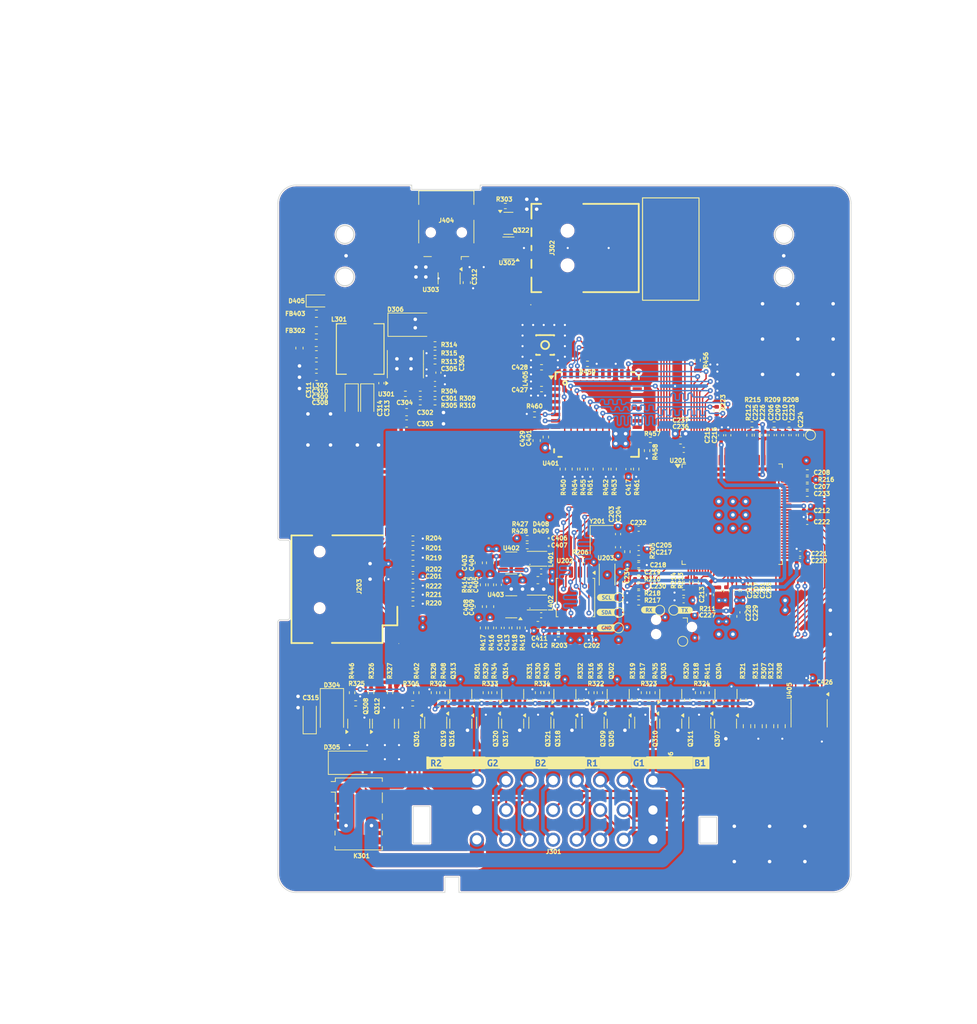
<source format=kicad_pcb>
(kicad_pcb (version 20240108) (generator "pcbnew") (generator_version "8.0")
  (layers (0 "F.Cu" signal) (1 "In1.Cu" signal) (2 "In2.Cu" signal) (31 "B.Cu" signal) (34 "B.Paste" user) (35 "F.Paste" user) (36 "B.SilkS" user "B.Silkscreen") (37 "F.SilkS" user "F.Silkscreen") (38 "B.Mask" user) (39 "F.Mask" user) (44 "Edge.Cuts" user))
  (net 0 "")
  (net 2 "/Application/USB1_DP")
  (net 3 "/RL-SM02BD-8723BS/ANT")
  (net 4 "GND")
  (net 5 "+3V3")
  (net 6 "/Application/XI")
  (net 7 "/Application/XO")
  (net 8 "/Application/RST")
  (net 9 "GNDA")
  (net 10 "/Application/HPOUFB")
  (net 11 "/Application/VRA2")
  (net 12 "/Application/VRA1")
  (net 13 "/Application/HPOUTL")
  (net 14 "Net-(C209-Pad2)")
  (net 15 "Net-(C210-Pad2)")
  (net 16 "/Application/HPOUTR")
  (net 17 "+0v9")
  (net 18 "/Application/LDOA_OUT")
  (net 19 "/Application/LDOB_OUT")
  (net 20 "/Application/VCC_DRAM")
  (net 21 "/Application/HPVCC")
  (net 22 "/Application/GPADC0")
  (net 23 "+1V8A")
  (net 24 "Net-(U301-EN)")
  (net 25 "Net-(D304-K)")
  (net 26 "/Power/SW")
  (net 27 "Net-(U301-BOOT)")
  (net 28 "/Power/COMP")
  (net 29 "Net-(C306-Pad1)")
  (net 30 "Net-(C308-Pad1)")
  (net 31 "Net-(C311-Pad1)")
  (net 32 "/RL-SM02BD-8723BS/VDD_WIFI")
  (net 33 "+5V")
  (net 34 "Net-(U402-FB)")
  (net 35 "Net-(U403-FB)")
  (net 36 "Net-(U403-EN)")
  (net 37 "/RL-SM02BD-8723BS/ANT_FILT")
  (net 38 "/Power/VIN")
  (net 39 "Net-(D305-A)")
  (net 40 "/Application/USB0_DN")
  (net 41 "/Application/USB0_DP")
  (net 42 "/Power/VBUS")
  (net 43 "/Power/VBUS_FB")
  (net 44 "Net-(D408-A)")
  (net 45 "Net-(D409-A)")
  (net 48 "Net-(J202-Pin_3)")
  (net 49 "Net-(J202-Pin_4)")
  (net 51 "/Application/SD_DET")
  (net 52 "/Application/SDCO0_D1")
  (net 53 "/Application/SDCO0_CMD")
  (net 54 "/Application/SDCO0_D0")
  (net 56 "/Application/SDCO0_D2")
  (net 57 "/Application/SD_CLK")
  (net 59 "/Application/SDCO0_D3")
  (net 68 "/Power/RGB1_OUT")
  (net 70 "/Power/RGB2_OUT")
  (net 71 "Net-(U402-LX)")
  (net 72 "Net-(U403-LX)")
  (net 73 "Net-(Q301-B)")
  (net 74 "Net-(Q302-B)")
  (net 75 "Net-(Q302-E)")
  (net 76 "Net-(Q303-B)")
  (net 77 "Net-(Q303-E)")
  (net 78 "Net-(Q304-B)")
  (net 79 "Net-(Q304-E)")
  (net 80 "Net-(Q305-E)")
  (net 81 "Net-(Q306-E)")
  (net 82 "Net-(Q307-E)")
  (net 83 "Net-(Q308-B)")
  (net 84 "Net-(Q308-E)")
  (net 85 "/Power/RGB_R1")
  (net 86 "/Power/RGB_G1")
  (net 87 "/Power/RGB_B1")
  (net 88 "/Power/LEDC_OUT")
  (net 89 "Net-(Q313-B)")
  (net 90 "Net-(Q313-E)")
  (net 91 "Net-(Q314-B)")
  (net 92 "Net-(Q314-E)")
  (net 93 "Net-(Q315-B)")
  (net 94 "Net-(Q315-E)")
  (net 95 "Net-(Q316-E)")
  (net 96 "Net-(Q317-E)")
  (net 97 "Net-(Q318-E)")
  (net 98 "/Power/RGB_R2")
  (net 99 "/Power/RGB_G2")
  (net 100 "/Power/RGB_B2")
  (net 101 "/Application/SDCO0_CLK")
  (net 102 "/Application/SPI0_MISO")
  (net 103 "/Application/SPI0_MOSI")
  (net 104 "/Application/DZQ")
  (net 105 "/Application/VCC_PE")
  (net 106 "/Application/UART0_TX")
  (net 107 "/Application/UART0_RX")
  (net 108 "/Application/VCC_TVIN")
  (net 109 "/Application/I2C_SDA")
  (net 110 "/Application/I2C_SCL")
  (net 111 "/Application/WIFI_CLK")
  (net 112 "Net-(U201-PG0)")
  (net 113 "/Power/PI1_DIV")
  (net 114 "/Power/PI1")
  (net 115 "Net-(U301-RT{slash}CLK)")
  (net 116 "Net-(R309-Pad2)")
  (net 117 "/Power/PI2_DIV")
  (net 118 "/Power/PI2")
  (net 119 "/Power/FB")
  (net 120 "/Application/PWM6")
  (net 121 "/Application/PWM0")
  (net 122 "/Application/PWM1")
  (net 123 "/Application/PWM5")
  (net 124 "/Application/PWM4")
  (net 125 "/Application/PWM2")
  (net 126 "/Application/PWM3")
  (net 127 "/Application/LEDC")
  (net 128 "/Application/WL_REG_ON")
  (net 129 "/Application/WIFI_CMD")
  (net 130 "/Application/WIFI_DAT0")
  (net 131 "/Application/WIFI_DAT1")
  (net 132 "/Application/WIFI_DAT2")
  (net 133 "/Application/WIFI_DAT3")
  (net 134 "/Application/BT_EN")
  (net 135 "/Application/SUS_CLK")
  (net 136 "Net-(U401-SUSCLK_IN{slash}GPIO6)")
  (net 137 "/Application/HCI_CTS")
  (net 138 "/Application/AP_WAKE_BT")
  (net 139 "/Application/SPI0_CS0")
  (net 140 "/Application/SPI0_CLK")
  (net 141 "/Application/SPI0_WP")
  (net 142 "/Application/SPI0_HLD")
  (net 143 "/Application/CAN0_TX")
  (net 144 "/Application/CAN0_RX")
  (net 146 "/Application/WL_WAKE_AP")
  (net 158 "/Application/BT_WAKE_AP")
  (net 165 "/Application/USB1_DN")
  (net 176 "/Application/HCI_RX")
  (net 179 "/Application/HCI_TX")
  (net 181 "/Application/HCI_RTS")
  (net 195 "Net-(J302-VBUS)")
  (net 222 "/Power/CAN_L")
  (net 224 "/Power/CAN_H")
  (net 225 "Net-(Q322-G)")
  (net 226 "/Power/USB_SW")
  (net 227 "Net-(J302-D+)")
  (net 228 "Net-(J302-D-)")
  (net 229 "Net-(J404-D-)")
  (net 230 "Net-(J404-D+)")
  (footprint "Resistor_SMD:R_0402_1005Metric" (layer "F.Cu") (at 117.725 142.150255 90)
    (property "Reference" "R332")
    (property "Value" "1k" (hide yes))
  )
  (footprint "Resistor_SMD:R_0402_1005Metric" (layer "F.Cu") (at 134.96 142.660254)
    (property "Reference" "R324")
    (property "Value" "1k" (hide yes))
  )
  (footprint "Resistor_SMD:R_0402_1005Metric" (layer "F.Cu") (at 114.479797 132.865203)
    (property "Reference" "R203")
    (property "Value" "100k" (hide yes))
  )
  (footprint "Connector_LCSC_USB:USB-A-SMD_USB-234-BCW" (layer "F.Cu") (at 113.2 78.170254 90)
    (property "Reference" "J302")
    (property "Value" "USB_A" (hide yes))
  )
  (footprint "Capacitor_SMD:C_0402_1005Metric" (layer "F.Cu") (at 119.279795 132.865203)
    (property "Reference" "C202")
    (property "Value" "100nf" (hide yes))
  )
  (footprint "Resistor_SMD:R_0402_1005Metric" (layer "F.Cu") (at 110.055231 120.382735)
    (property "Reference" "R428")
    (property "Value" "1k" (hide yes))
  )
  (footprint "kibuzzard-65F09B51" (layer "F.Cu") (at 134.574273 151.094527)
    (property "Reference" "kibuzzard-65F09B51" (hide yes))
    (property "Value" "G***" (hide yes))
  )
  (footprint "Package_SO:SOIC-8_3.9x4.9mm_P1.27mm" (layer "F.Cu") (at 150 144.070254 -90)
    (property "Reference" "U405")
    (property "Value" "SN65HVD230" (hide yes))
  )
  (footprint "Package_TO_SOT_SMD:SOT-23-3" (layer "F.Cu") (at 119.399999 145.402754 -90)
    (property "Reference" "Q309")
    (property "Value" "SI2302-TP" (hide yes))
  )
  (footprint "Diode_SMD:D_SMA" (layer "F.Cu") (at 82.4 144.070253 -90)
    (property "Reference" "D304")
    (property "Value" "SS210" (hide yes))
  )
  (footprint "Capacitor_SMD:C_0402_1005Metric" (layer "F.Cu") (at 124.4 109.480253 90)
    (property "Reference" "C417")
    (property "Value" "100nf" (hide yes))
  )
  (footprint "Capacitor_SMD:C_0603_1608Metric" (layer "F.Cu") (at 135.93706 127.295203 -90)
    (property "Reference" "C213")
    (property "Value" "10uF" (hide yes))
  )
  (footprint "Package_TO_SOT_SMD:SOT-23" (layer "F.Cu") (at 89.688128 145.532753 90)
    (property "Reference" "Q312")
    (property "Value" "S8550" (hide yes))
  )
  (footprint "Package_TO_SOT_SMD:SOT-23-5" (layer "F.Cu") (at 107.800228 128.982731 180)
    (property "Reference" "U403")
    (property "Value" "SY8088IAAC" (hide yes))
  )
  (footprint "Resistor_SMD:R_0402_1005Metric" (layer "F.Cu") (at 109.400228 131.972733 90)
    (property "Reference" "R419")
    (property "Value" "100k" (hide yes))
  )
  (footprint "Resistor_SMD:R_0402_1005Metric" (layer "F.Cu") (at 125.849795 123.078203 180)
    (property "Reference" "C218")
    (property "Value" "2.2uF" (hide yes))
  )
  (footprint "Capacitor_SMD:C_0402_1005Metric" (layer "F.Cu") (at 125.849795 120.670203)
    (property "Reference" "C205")
    (property "Value" "100nf" (hide yes))
  )
  (footprint "Resistor_SMD:R_0402_1005Metric" (layer "F.Cu") (at 132.679975 125.470203 90)
    (property "Reference" "R214")
    (property "Value" "0R" (hide yes))
  )
  (footprint "kibuzzard-65F09CD2" (layer "F.Cu") (at 127.25 129.420254)
    (property "Reference" "kibuzzard-65F09CD2" (hide yes))
    (property "Value" "G***" (hide yes))
  )
  (footprint "Resistor_SMD:R_0402_1005Metric" (layer "F.Cu") (at 117.909999 109.480253 90)
    (property "Reference" "R455")
    (property "Value" "47k" (hide yes))
  )
  (footprint "Package_TO_SOT_SMD:SOT-23" (layer "F.Cu") (at 100.65 141.322754 90)
    (property "Reference" "Q313")
    (property "Value" "S8550" (hide yes))
  )
  (footprint "Package_TO_SOT_SMD:SOT-23" (layer "F.Cu") (at 107.4 74.670254)
    (property "Reference" "Q322")
    (property "Value" "SI2301CDS-T1-GE3" (hide yes))
  )
  (footprint "Resistor_SMD:R_0402_1005Metric" (layer "F.Cu") (at 104.2 141.150255 90)
    (property "Reference" "R329")
    (property "Value" "100k 1%" (hide yes))
  )
  (footprint "Capacitor_SMD:C_0402_1005Metric" (layer "F.Cu") (at 137.229795 126.725203 -90)
    (property "Reference" "C211")
    (property "Value" "100nf" (hide yes))
  )
  (footprint "Capacitor_SMD:C_0402_1005Metric" (layer "F.Cu") (at 97 97.420917)
    (property "Reference" "C305")
    (property "Value" "22pF" (hide yes))
  )
  (footprint "Package_TO_SOT_SMD:SOT-23" (layer "F.Cu") (at 130.4 145.532753 -90)
    (property "Reference" "Q306")
    (property "Value" "S8550" (hide yes))
  )
  (footprint "Resistor_SMD:R_0402_1005Metric" (layer "F.Cu") (at 122.309999 109.480253 90)
    (property "Reference" "R453")
    (property "Value" "47k" (hide yes))
  )
  (footprint "Resistor_SMD:R_0402_1005Metric" (layer "F.Cu") (at 93.873537 128.52019 180)
    (property "Reference" "R220")
    (property "Value" "100k" (hide yes))
  )
  (footprint "Resistor_SMD:R_0402_1005Metric" (layer "F.Cu") (at 97 93.020917 180)
    (property "Reference" "R315")
    (property "Value" "18.7k 1%" (hide yes))
  )
  (footprint "Resistor_SMD:R_0402_1005Metric" (layer "F.Cu") (at 96.85 141.150255 90)
    (property "Reference" "R328")
    (property "Value" "100k 1%" (hide yes))
  )
  (footprint "Resistor_SMD:R_0402_1005Metric" (layer "F.Cu") (at 141.9 103.170254 180)
    (property "Reference" "R215")
    (property "Value" "0R" (hide yes))
  )
  (footprint "Resistor_SMD:R_0402_1005Metric" (layer "F.Cu") (at 138.279924 126.725203 -90)
    (property "Reference" "R207")
    (property "Value" "240R" (hide yes))
  )
  (footprint "Capacitor_SMD:C_0402_1005Metric" (layer "F.Cu") (at 146.769788 104.670203 90)
    (property "Reference" "C210")
    (property "Value" "100nf" (hide yes))
  )
  (footprint "Resistor_SMD:R_0402_1005Metric" (layer "F.Cu") (at 93.873537 123.62019)
    (property "Reference" "R202")
    (property "Value" "22R" (hide yes))
  )
  (footprint "Resistor_SMD:R_0402_1005Metric" (layer "F.Cu") (at 102.975 142.212754 90)
    (property "Reference" "R301")
    (property "Value" "1k" (hide yes))
  )
  (footprint "Capacitor_SMD:C_0402_1005Metric" (layer "F.Cu") (at 132.239975 106.770203 180)
    (property "Reference" "C236")
    (property "Value" "100nf" (hide yes))
  )
  (footprint "Capacitor_SMD:C_0402_1005Metric" (layer "F.Cu") (at 93.873537 124.72019)
    (property "Reference" "C201")
    (property "Value" "100nf" (hide yes))
  )
  (footprint "Resistor_SMD:R_0402_1005Metric" (layer "F.Cu") (at 93.873537 127.25019 180)
    (property "Reference" "R221")
    (property "Value" "100k" (hide yes))
  )
  (footprint "Resistor_SMD:R_0603_1608Metric" (layer "F.Cu") (at 141.2 145.895254 90)
    (property "Reference" "R311")
    (property "Value" "10k" (hide yes))
  )
  (footprint "Resistor_SMD:R_0402_1005Metric" (layer "F.Cu") (at 103.800228 125.870254 -90)
    (property "Reference" "R415")
    (property "Value" "150k" (hide yes))
  )
  (footprint "Capacitor_SMD:C_0402_1005Metric" (layer "F.Cu") (at 107.154228 131.972733 -90)
    (property "Reference" "C413")
    (property "Value" "100nF" (hide yes))
  )
  (footprint "Resistor_SMD:R_0402_1005Metric" (layer "F.Cu") (at 93.873537 119.32019 180)
    (property "Reference" "R204")
    (property "Value" "100k" (hide yes))
  )
  (footprint "Package_TO_SOT_SMD:SOT-23-6" (layer "F.Cu") (at 99 82.470254 -90)
    (property "Reference" "U303")
    (property "Value" "USBLC6-2SC6" (hide yes))
  )
  (footprint "Resistor_SMD:R_0402_1005Metric" (layer "F.Cu") (at 148.859687 104.670203 90)
    (property "Reference" "C224")
    (property "Value" "2.2uF" (hide yes))
  )
  (footprint "Package_TO_SOT_SMD:SOT-23" (layer "F.Cu") (at 108 145.532753 -90)
    (property "Reference" "Q317")
    (property "Value" "S8550" (hide yes))
  )
  (footprint "Package_TO_SOT_SMD:SOT-23" (layer "F.Cu") (at 122.949999 145.532753 -90)
    (property "Reference" "Q305")
    (property "Value" "S8550" (hide yes))
  )
  (footprint "Package_TO_SOT_SMD:SOT-23" (layer "F.Cu") (at 138.220001 141.322754 90)
    (property "Reference" "Q304")
    (property "Value" "S8550" (hide yes))
  )
  (footprint "Capacitor_SMD:C_0603_1608Metric" (layer "F.Cu") (at 80.2 96.420917 180)
    (property "Reference" "C308")
    (property "Value" "10uF" (hide yes))
  )
  (footprint "Capacitor_SMD:C_0402_1005Metric" (layer "F.Cu") (at 138.549819 104.690202 90)
    (property "Reference" "C215")
    (property "Value" "100nf" (hide yes))
  )
  (footprint "Package_QFP:LQFP-128_14x14mm_P0.4mm" (layer "F.Cu") (at 139.1 115.870254)
    (property "Reference" "U201")
    (property "Value" "T113-S3")
  )
  (footprint "Resistor_SMD:R_0603_1608Metric" (layer "F.Cu") (at 144.46 145.895254 90)
    (property "Reference" "R307")
    (property "Value" "10k" (hide yes))
  )
  (footprint "Resistor_SMD:R_0402_1005Metric" (layer "F.Cu") (at 120.349998 141.150255 -90)
    (property "Reference" "R436")
    (property "Value" "1k" (hide yes))
  )
  (footprint "Resistor_SMD:R_0402_1005Metric" (layer "F.Cu") (at 108.272228 131.972733 90)
    (property "Reference" "R418")
    (property "Value" "150k" (hide yes))
  )
  (footprint "Resistor_SMD:R_0402_1005Metric" (layer "F.Cu") (at 112.289999 142.660254)
    (property "Reference" "R334")
    (property "Value" "1k" (hide yes))
  )
  (footprint "Resistor_SMD:R_0402_1005Metric" (layer "F.Cu") (at 135.47 141.150255 90)
    (property "Reference" "R411")
    (property "Value" "1k" (hide yes))
  )
  (footprint "Capacitor_SMD:C_0603_1608Metric" (layer "F.Cu") (at 104.800228 128.957732 -90)
    (property "Reference" "C409")
    (property "Value" "10uF" (hide yes))
  )
  (footprint "Inductor_SMD:L_0603_1608Metric" (layer "F.Cu") (at 80.2 89.820917)
    (property "Reference" "FB302")
    (property "Value" "450mΩ ±25% 600Ω@100MHz" (hide yes))
  )
  (footprint "Resistor_SMD:R_0402_1005Metric" (layer "F.Cu") (at 149.739794 110.958526 180)
    (property "Reference" "R216")
    (property "Value" "0R" (hide yes))
  )
  (footprint "Fiducial:Fiducial_1mm_Mask3mm" (layer "F.Cu") (at 152.4 166.070254)
    (property "Reference" "REF**" (hide yes))
    (property "Value" "Fiducial_1mm_Mask3mm" (hide yes))
  )
  (footprint "TestPoint:TestPoint_Pad_D1.0mm" (layer "F.Cu") (at 123.029795 127.670203 180)
    (property "Reference" "TP214" (hide yes))
    (property "Value" "SCL" (hide yes))
  )
  (footprint "Resistor_SMD:R_0402_1005Metric" (layer "F.Cu") (at 93.840001 142.660254 180)
    (property "Reference" "R306")
    (property "Value" "100k 1%" (hide yes))
  )
  (footprint "Capacitor_SMD:C_0402_1005Metric" (layer "F.Cu") (at 106.036228 125.870254 90)
    (property "Reference" "C405")
    (property "Value" "22pF" (hide yes))
  )
  (footprint "Capacitor_SMD:C_0603_1608Metric" (layer "F.Cu") (at 111.4 105.445254 -90)
    (property "Reference" "C429")
    (property "Value" "10uF" (hide yes))
  )
  (footprint "Resistor_SMD:R_0402_1005Metric" (layer "F.Cu") (at 111.1 101.745254)
    (property "Reference" "R460")
    (property "Value" "0R" (hide yes))
  )
  (footprint "Package_TO_SOT_SMD:SOT-23" (layer "F.Cu") (at 93.4 145.532753 -90)
    (property "Reference" "Q301")
    (property "Value" "S8550" (hide yes))
  )
  (footprint "Resistor_SMD:R_0402_1005Metric" (layer "F.Cu") (at 141.550311 104.670254 -90)
    (property "Reference" "R212")
    (property "Value" "100k" (hide yes))
  )
  (footprint "Package_SO:HSOP-8-1EP_3.9x4.9mm_P1.27mm_EP2.41x3.1mm" (layer "F.Cu") (at 92.8 94.620917 90)
    (property "Reference" "U301")
    (property "Value" "SCT2650STER" (hide yes))
  )
  (footprint "kibuzzard-65F09D1C" (layer "F.Cu") (at 121.213441 131.970254)
    (property "Reference" "kibuzzard-65F09D1C" (hide yes))
    (property "Value" "G***" (hide yes))
  )
  (footprint "Resistor_SMD:R_0402_1005Metric" (layer "F.Cu") (at 85.249372 141.150255 -90)
    (property "Reference" "R446")
    (property "Value" "1k" (hide yes))
  )
  (footprint "Resistor_SMD:R_0402_1005Metric" (layer "F.Cu") (at 134.270001 141.150255 90)
    (property "Reference" "R318")
    (property "Value" "100k 1%" (hide yes))
  )
  (footprint "Capacitor_SMD:C_0603_1608Metric" (layer "F.Cu") (at 139.250025 130.345203 -90)
    (property "Reference" "C228")
    (property "Value" "10uF" (hide yes))
  )
  (footprint "kibuzzard-65F09B40" (layer "F.Cu") (at 125.874273 151.094527)
    (property "Reference" "kibuzzard-65F09B40" (hide yes))
    (property "Value" "G***" (hide yes))
  )
  (footprint "Capacitor_SMD:C_0402_1005Metric" (layer "F.Cu") (at 149.729795 115.370203)
    (property "Reference" "C212")
    (property "Value" "100nf" (hide yes))
  )
  (footprint "Fiducial:Fiducial_1mm_Mask3mm" (layer "F.Cu") (at 78.4 166.070254)
    (property "Reference" "REF**" (hide yes))
    (property "Value" "Fiducial_1mm_Mask3mm" (hide yes))
  )
  (footprint "Resistor_SMD:R_0402_1005Metric" (layer "F.Cu") (at 125.849795 128.370203)
    (property "Reference" "R217")
    (property "Value" "2.2k" (hide yes))
  )
  (footprint "Capacitor_SMD:C_0603_1608Metric" (layer "F.Cu") (at 103.200228 128.957732 -90)
    (property "Reference" "C408")
    (property "Value" "10uF" (hide yes))
  )
  (footprint "Resistor_SMD:R_0603_1608Metric" (layer "F.Cu") (at 142.83 145.895254 -90)
    (property "Reference" "R312")
    (property "Value" "2.2k" (hide yes))
  )
  (footprint "Resistor_SMD:R_0402_1005Metric" (layer "F.Cu") (at 90.638128 141.150255 -90)
    (property "Reference" "R327")
    (property "Value" "1k" (hide yes))
  )
  (footprint "kibuzzard-65F09B27" (layer "F.Cu") (at 119.274273 151.094527)
    (property "Reference" "kibuzzard-65F09B27" (hide yes))
    (property "Value" "G***" (hide yes))
  )
  (footprint "LED_SMD:LED_0402_1005Metric" (layer "F.Cu") (at 112.02 120.382735 180)
    (property "Reference" "D409")
    (property "Value" "LED" (hide yes))
  )
  (footprint "kibuzzard-65F09D0C" (layer "F.Cu") (at 121.213441 129.770254)
    (property "Reference" "kibuzzard-65F09D0C" (hide yes))
    (property "Value" "G***" (hide yes))
  )
  (footprint "Connector_USB:USB_Mini-B_Lumberg_2486_01_Horizontal" (layer "F.Cu") (at 98.6 75.970254 180)
    (property "Reference" "J404")
    (property "Value" "USB_B_Mini" (hide yes))
  )
  (footprint "Diode_SMD:D_SOD-323" (layer "F.Cu") (at 80.35 85.670254)
    (property "Reference" "D405")
    (property "Value" "NSR0320MW2T1G" (hide yes))
  )
  (footprint "Capacitor_SMD:C_0603_1608Metric" (layer "F.Cu") (at 92.975 103.020917)
    (property "Reference" "C303")
    (property "Value" "10uF" (hide yes))
  )
  (footprint "Capacitor_SMD:C_0402_1005Metric" (layer "F.Cu") (at 143.649947 104.670203 90)
    (property "Reference" "C226")
    (property "Value" "100nf" (hide yes))
  )
  (footprint "kibuzzard-65F09B16" (layer "F.Cu") (at 111.974273 151.094527)
    (property "Reference" "kibuzzard-65F09B16" (hide yes))
    (property "Value" "G***" (hide yes))
  )
  (footprint "Capacitor_SMD:C_0402_1005Metric" (layer "F.Cu") (at 122.929795 118.690203 90)
    (property "Reference" "C204")
    (property "Value" "22pF" (hide yes))
  )
  (footprint "Crystal:Crystal_SMD_3225-4Pin_3.2x2.5mm" (layer "F.Cu") (at 120.629795 119.470203 -90)
    (property "Reference" "Y201")
    (property "Value" "24Mhz" (hide yes))
  )
  (footprint "Resistor_SMD:R_0402_1005Metric" (layer "F.Cu") (at 93.873537 120.67019 180)
    (property "Reference" "R201")
    (property "Value" "100k" (hide yes))
  )
  (footprint "Resistor_SMD:R_0402_1005Metric" (layer "F.Cu") (at 118.6 94.570254 180)
    (property "Reference" "R459")
    (property "Value" "0R" (hide yes))
  )
  (footprint "Resistor_SMD:R_0402_1005Metric" (layer "F.Cu") (at 127.799999 141.150255 -90)
    (property "Reference" "R435")
    (property "Value" "1k" (hide yes))
  )
  (footprint "kibuzzard-65F09B04" (layer "F.Cu") (at 105.174273 151.094527)
    (property "Reference" "kibuzzard-65F09B04" (hide yes))
    (property "Value" "G***" (hide yes))
  )
  (footprint "Resistor_SMD:R_0402_1005Metric" (layer "F.Cu") (at 116.809999 109.480253 90)
    (property "Reference" "R454")
    (property "Value" "47k" (hide yes))
  )
  (footprint "Resistor_SMD:R_0402_1005Metric" (layer "F.Cu") (at 111.6 141.150255 90)
    (property "Reference" "R330")
    (property "Value" "100k 1%" (hide yes))
  )
  (footprint "Package_TO_SOT_SMD:SOT-23" (layer "F.Cu") (at 108 141.322754 90)
    (property "Reference" "Q314")
    (property "Value" "S8550" (hide yes))
  )
  (footprint "Package_TO_SOT_SMD:SOT-23" (layer "F.Cu") (at 86.199372 145.532753 90)
    (property "Reference" "Q308")
    (property "Value" "S8550" (hide yes))
  )
  (footprint "Package_TO_SOT_SMD:SOT-23" (layer "F.Cu") (at 122.949999 141.322754 90)
    (property "Reference" "Q302")
    (property "Value" "S8550" (hide yes))
  )
  (footprint "kibuzzard-65F09C6B" (layer "F.Cu") (at 132.45 129.470254)
    (property "Reference" "kibuzzard-65F09C6B" (hide yes))
    (property "Value" "G***" (hide yes))
  )
  (footprint "Resistor_SMD:R_0402_1005Metric" (layer "F.Cu") (at 93.873537 126.02019 180)
    (property "Reference" "R222")
    (property "Value" "100k" (hide yes))
  )
  (footprint "Diode_SMD:D_SMA" (layer "F.Cu") (at 85.4 151.070254)
    (property "Reference" "D305")
    (property "Value" "SS210" (hide yes))
  )
  (footprint "Resistor_SMD:R_0402_1005Metric" (layer "F.Cu") (at 121.209999 109.480253 90)
    (property "Reference" "R452")
    (property "Value" "47k" (hide yes))
  )
  (footprint "Resistor_SMD:R_0603_1608Metric" (layer "F.Cu") (at 146.090001 145.895254 -90)
    (property "Reference" "R308")
    (property "Value" "2.2k" (hide yes))
  )
  (footprint "Relay_SMD:Relay_DPDT_Omron_G6K-2F-Y" (layer "F.Cu") (at 86.1775 158.320254)
    (property "Reference" "K301")
    (property "Value" " G6K-2F-Y DC12" (hide yes))
  )
  (footprint "Connector_Aptiv:Delphi_Sicma_24_Black" (layer "F.Cu") (at 115.4 169.470254)
    (property "Reference" "J301")
    (property "Value" "Delphi_Sicma_24" (hide yes))
  )
  (footprint "Resistor_SMD:R_0402_1005Metric" (layer "F.Cu") (at 118.039795 122.365203)
    (property "Reference" "R206")
    (property "Value" "100k" (hide yes))
  )
  (footprint "Capacitor_Tantalum_SMD:CP_EIA-3216-18_Kemet-A" (layer "F.Cu") (at 85.199999 99.720254 -90)
    (property "Reference" "C314")
    (property "Value" "10uF 16V" (hide yes))
  )
  (footprint "Capacitor_SMD:C_0402_1005Metric" (layer "F.Cu") (at 140.729795 126.725203 -90)
    (property "Reference" "C235")
    (property "Value" "100nf" (hide yes))
  )
  (footprint "Resistor_SMD:R_0402_1005Metric" (layer "F.Cu") (at 147.149563 103.170203)
    (property "Reference" "R208")
    (property "Value" "22R" (hide yes))
  )
  (footprint "Resistor_SMD:R_0402_1005Metric" (layer "F.Cu") (at 125.5 109.480253 -90)
    (property "Reference" "R461")
    (property "Value" "0R" (hide yes))
  )
  (footprint "Capacitor_SMD:C_0402_1005Metric" (layer "F.Cu") (at 139.729795 126.725203 -90)
    (property "Reference" "C231")
    (property "Value" "100nf" (hide yes))
  )
  (footprint "Resistor_SMD:R_0402_1005Metric" (layer "F.Cu") (at 126.6 141.150255 90)
    (property "Reference" "R317")
    (property "Value" "100k 1%" (hide yes))
  )
  (footprint "Inductor_SMD:L_0402_1005Metric" (layer "F.Cu") (at 112.6 96.555254 -90)
    (property "Reference" "L405")
    (property "Value" "0R" (hide yes))
  )
  (footprint "Resistor_SMD:R_0402_1005Metric" (layer "F.Cu") (at 125.849795 124.080203 180)
    (property "Reference" "C219")
    (property "Value" "2.2uF" (hide yes))
  )
  (footprint "Resistor_SMD:R_0402_1005Metric" (layer "F.Cu") (at 94.909999 98.820916)
    (property "Reference" "C301")
    (property "Value" "1uF" (hide yes))
  )
  (footprint "Resistor_SMD:R_0402_1005Metric" (layer "F.Cu") (at 125.849795 125.082203 180)
    (property "Reference" "R210")
    (property "Value" "0R" (hide yes))
  )
  (footprint "Package_TO_SOT_SMD:SOT-23-3" (layer "F.Cu") (at 134.520001 145.402754 -90)
    (property "Reference" "Q311")
    (property "Value" "SI2302-TP" (hide yes))
  )
  (footprint "Resistor_SMD:R_0402_1005Metric" (layer "F.Cu") (at 97 94.220917)
    (property "Reference" "R313")
    (property "Value" "33k 1%" (hide yes))
  )
  (footprint "Capacitor_SMD:C_0402_1005Metric" (layer "F.Cu") (at 89.4 97.310917 90)
    (property "Reference" "C304")
    (property "Value" "100nF" (hide yes))
  )
  (footprint "Capacitor_SMD:C_0603_1608Metric" (layer "F.Cu") (at 111.575 131.570254 180)
    (property "Reference" "C412")
    (property "Value" "10uF" (hide yes))
  )
  (footprint "Resistor_SMD:R_0402_1005Metric" (layer "F.Cu") (at 103.800228 131.972733 -90)
    (property "Reference" "R417")
    (property "Value" "150k" (hide yes))
  )
  (footprint "Resistor_SMD:R_0402_1005Metric" (layer "F.Cu") (at 125.849795 122.070203 180)
    (property "Reference" "C217")
    (property "Value" "2.2uF" (hide yes))
  )
  (footprint "Resistor_SMD:R_0402_1005Metric" (layer "F.Cu") (at 119.839999 142.660254)
    (property "Reference" "R322")
    (property "Value" "1k" (hide yes))
  )
  (footprint "Resistor_SMD:R_0402_1005Metric" (layer "F.Cu") (at 127.29 142.660254)
    (property "Reference" "R323")
    (property "Value" "1k" (hide yes))
  )
  (footprint "Package_TO_SOT_SMD:SOT-23-3" (layer "F.Cu") (at 104.45 145.402754 -90)
    (property "Reference" "Q320")
    (property "Value" "SI2302-TP" (hide yes))
  )
  (footprint "TestPoint:TestPoint_Pad_D1.0mm" (layer "F.Cu") (at 36.4 44.070254)
    (property "Reference" "Enclosure" (hide yes))
    (property "Value" "TestPoint_Pad_D1.0mm" (hide yes))
  )
  (footprint "TestPoint:TestPoint_Pad_D1.0mm" (layer "F.Cu") (at 123.029795 129.770203 180)
    (property "Reference" "TP213" (hide yes))
    (property "Value" "SDA" (hide yes))
  )
  (footprint "Capacitor_SMD:C_0402_1005Metric" (layer "F.Cu") (at 149.729795 116.970203)
    (property "Reference" "C222")
    (property "Value" "100nf" (hide yes))
  )
  (footprint "Resistor_SMD:R_0402_1005Metric" (layer "F.Cu") (at 106.9625 72.220254)
    (property "Reference" "R303")
    (property "Value" "1k" (hide yes))
  )
  (footprint "Antenna_LCSC:IPEX-SMD_BWIPX-1-001E" (layer "F.Cu") (at 112.6 92.670254 90)
    (property "Reference" "ANT401" (hide yes))
    (property "Value" "BWU.FL-IPEX1" (hide yes))
  )
  (footprint "Capacitor_SMD:C_0603_1608Metric" (layer "F.Cu") (at 111.575 125.212753 180)
    (property "Reference" "C407")
    (property "Value" "10uF" (hide yes))
  )
  (footprint "Resistor_SMD:R_0402_1005Metric" (layer "F.Cu") (at 127.5 105.345254 180)
    (property "Reference" "R457")
    (property "Value" "0R" (hide yes))
  )
  (footprint "Resistor_SMD:R_0402_1005Metric" (layer "F.Cu") (at 132.725 142.150255 90)
    (property "Reference" "R320")
    (property "Value" "1k" (hide yes))
  )
  (footprint "Package_TO_SOT_SMD:SOT-23-3" (layer "F.Cu") (at 126.85 145.402754 -90)
    (property "Reference" "Q310")
    (property "Value" "SI2302-TP" (hide yes))
  )
  (footprint "Resistor_SMD:R_0402_1005Metric" (layer "F.Cu") (at 125.274999 142.150255 90)
    (property "Reference" "R319")
    (property "Value" "1k" (hide yes))
  )
  (footprint "Module_WiFi_BT:RL-SM02BD(RTL8723BS)" (layer "F.Cu") (at 119.87217 101.745254)
    (property "Reference" "U401")
    (property "Value" "RTL8723BS(ComboModule)" (hide yes))
  )
  (footprint "Capacitor_SMD:C_0603_1608Metric" (layer "F.Cu") (at 104.800228 122.757735 -90)
    (property "Reference" "C404")
    (property "Value" "10uF" (hide yes))
  )
  (footprint "Capacitor_SMD:C_0402_1005Metric" (layer "F.Cu") (at 125.849795 117.930254 180)
    (property "Reference" "C232")
    (property "Value" "100nf" (hide yes))
  )
  (footprint "TestPoint:TestPoint_Pad_D1.0mm" (layer "F.Cu") (at 132.1 133.870254 180)
    (property "Reference" "TP" (hide yes))
    (property "Value" "GND" (hide yes))
  )
  (footprint "Resistor_SMD:R_0402_1005Metric" (layer "F.Cu") (at 97 98.820917)
    (property "Reference" "R309")
    (property "Value" "100k 1%" (hide yes))
  )
  (footprint "Resistor_SMD:R_0402_1005Metric" (layer "F.Cu") (at 119.149999 141.150255 90)
    (property "Reference" "R316")
    (property "Value" "100k 1%" (hide yes))
  )
  (footprint "Capacitor_SMD:C_0402_1005Metric" (layer "F.Cu") (at 144.689894 104.670203 90)
    (property "Reference" "C206")
    (property "Value" "100nf" (hide yes))
  )
  (footprint "Capacitor_SMD:C_0603_1608Metric" (layer "F.Cu") (at 80.2 94.820917 180)
    (property "Reference" "C309")
    (property "Value" "220nF" (hide yes))
  )
  (footprint "Resistor_SMD:R_0402_1005Metric" (layer "F.Cu") (at 133.919822 125.470203 -90)
    (property "Reference" "R213")
    (property "Value" "0R" (hide yes))
  )
  (footprint "kibuzzard-65F09AC9" (layer "F.Cu") (at 97.174273 151.094527)
    (property "Reference" "kibuzzard-65F09AC9" (hide yes))
    (property "Value" "G***" (hide yes))
  )
  (footprint "Resistor_SMD:R_0402_1005Metric" (layer "F.Cu") (at 97 100.020917 180)
    (property "Reference" "R310")
    (property "Value" "100k 1%" (hide yes))
  )
  (footprint "Resistor_SMD:R_0402_1005Metric" (layer "F.Cu") (at 112.799999 141.150255 90)
    (property "Reference" "R430")
    (property "Value" "1k" (hide yes))
  )
  (footprint "Package_TO_SOT_SMD:SOT-23-3" (layer "F.Cu") (at 97.1 145.402754 -90)
    (property "Reference" "Q319")
    (property "Value" "SI2302-TP" (hide yes))
  )
  (footprint "Resistor_SMD:R_0402_1005Metric" (layer "F.Cu") (at 124.249795 121.180202 90)
    (property "Reference" "R205")
    (property "Value" "100k" (hide yes))
  )
  (footprint "Capacitor_SMD:C_0603_1608Metric" (layer "F.Cu") (at 77.8 92.345254 -90)
    (property "Reference" "C311")
    (property "Value" "10uF" (hide yes))
  )
  (footprint "Package_DFN_QFN:DFN-8-1EP_3x2mm_P0.5mm_EP1.3x1.5mm" (layer "F.Cu") (at 121.379795 124.420254 -90)
    (property "Reference" "U203")
    (property "Value" "ATECC608A-MAHDA" (hide yes))
  )
  (footprint "Package_TO_SOT_SMD:SOT-23" (layer "F.Cu") (at 138.15 145.532753 -90)
    (property "Reference" "Q307")
    (property "Value" "S8550" (hide yes))
  )
  (footprint "Capacitor_Tantalum_SMD:CP_EIA-3216-18_Kemet-A" (layer "F.Cu") (at 79.25273 144.663664 90)
    (property "Reference" "C315")
    (property "Value" "10uF 16V" (hide yes))
  )
  (footprint "Resistor_SMD:R_0402_1005Metric" (layer "F.Cu") (at 132.219976 126.970203 180)
    (property "Reference" "R211")
    (property "Value" "0R" (hide yes))
  )
  (footprint "Resistor_SMD:R_0402_1005Metric" (layer "F.Cu") (at 104.918228 125.870254 90)
    (property "Reference" "R414")
    (property "Value" "680k" (hide yes))
  )
  (footprint "Resistor_SMD:R_0402_1005Metric" (layer "F.Cu") (at 140.670001 142.150255 90)
    (property "Reference" "R321")
    (property "Value" "1k" (hide yes))
  )
  (footprint "Resistor_SMD:R_0402_1005Metric" (layer "F.Cu") (at 110.47 142.202754 90)
    (property "Reference" "R331")
    (property "Value" "1k" (hide yes))
  )
  (footprint "Diode_SMD:D_SMA" (layer "F.Cu") (at 93.845002 89.030237)
    (property "Reference" "D306")
    (property "Value" "SS210" (hide yes))
  )
  (footprint "Package_TO_SOT_SMD:SOT-23" (layer "F.Cu") (at 100.65 145.532753 -90)
    (property "Reference" "Q316")
    (property "Value" "S8550" (hide yes))
  )
  (footprint "TestPoint:TestPoint_Pad_D1.0mm" (layer "F.Cu") (at 150.2 104.670254 180)
    (property "Reference" "TP219" (hide yes))
    (property "Value" "AGND" (hide yes))
  )
  (footprint "LED_SMD:LED_0402_1005Metric" (layer "F.Cu") (at 112.02 119.270254 180)
    (property "Reference" "D408")
    (property "Value" "LED" (hide yes))
  )
  (footprint "Package_TO_SOT_SMD:SOT-23" (layer "F.Cu") (at 130.4 141.322754 90)
    (property "Reference" "Q303")
    (property "Value" "S8550" (hide yes))
  )
  (footprint "Resistor_SMD:R_0402_1005Metric" (layer "F.Cu") (at 149.739794 112.970203)
    (property "Reference" "C233")
    (property "Value" "2.2uF" (hide yes))
  )
  (footprint "Capacitor_SMD:C_0603_1608Metric" (layer "F.Cu") (at 103.200228 122.757735 -90)
    (property "Reference" "C403")
    (property "Value" "10uF" (hide yes))
  )
  (footprint "Package_TO_SOT_SMD:SOT-23-5" (layer "F.Cu") (at 107.800228 122.782735 180)
    (property "Reference" "U402")
    (property "Value" "SY8088IAAC" (hide yes))
  )
  (footprint "Resistor_SMD:R_0402_1005Metric" (layer "F.Cu") (at 105.399999 141.150255 90)
    (property "Reference" "R434")
    (property "Value" "1k" (hide yes))
  )
  (footprint "Resistor_SMD:R_0402_1005Metric" (layer "F.Cu") (at 112.7 104.945254 -90)
    (property "Reference" "C401")
    (property "Value" "1uF" (hide yes))
  )
  (footprint "Capacitor_SMD:C_0603_1608Metric" (layer "F.Cu") (at 101.5 83.070254 90)
    (property "Reference" "C312")
    (property "Value" "10uF" (hide yes))
  )
  (footprint "Resistor_SMD:R_0402_1005Metric" (layer "F.Cu") (at 98.049999 141.150255 90)
    (property "Reference" "R408")
    (property "Value" "1k" (hide yes))
  )
  (footprint "Capacitor_SMD:C_0402_1005Metric" (layer "F.Cu") (at 148.709795 122.470203)
    (property "Reference" "C220")
    (property "Value" "100nf" (hide yes))
  )
  (footprint "Resistor_SMD:R_0402_1005Metric" (layer "F.Cu") (at 125.849795 126.084203)
    (property "Reference" "C230")
    (property "Value" "1uF" (hide yes))
  )
  (footprint "Capacitor_SMD:C_0402_1005Metric" (layer "F.Cu") (at 122.929795 120.550203 -90)
    (property "Reference" "C203")
    (property "Value" "22pF" (hide yes))
  )
  (footprint "Inductor_LCSC:IND-SMD_L2.0-W1.6_VLS201610CX-150M" (layer "F.Cu") (at 111.450114 122.182732)
    (property "Reference" "L401")
    (property "Value" "2.2uH" (hide yes))
  )
  (footprint "Capacitor_SMD:C_0402_1005Metric" (layer "F.Cu") (at 147.809735 104.670203 90)
    (property "Reference" "C223")
    (property "Value" "100nf" (hide yes))
  )
  (footprint "Resistor_SMD:R_0402_1005Metric" (layer "F.Cu") (at 136.9 101.170254 -90)
    (property "Reference" "R223")
    (property "Value" "22R" (hide yes))
  )
  (footprint "Tag-Connect:Tag-Connect_TC2030-IDC-NL_2x03_P1.27mm_Vertical" (layer "F.Cu") (at 130.859795 131.835254 180)
    (property "Reference" "J202" (hide yes))
    (property "Value" "TC2030-IDC" (hide yes))
  )
  (footprint "Capacitor_SMD:C_0402_1005Metric" (layer "F.Cu") (at 150 139.670254)
    (property "Reference" "C426")
    (property "Value" "100nf" (hide yes))
  )
  (footprint "Resistor_SMD:R_0402_1005Metric" (layer "F.Cu") (at 97.54 142.660254)
    (property "Reference" "R302")
    (property "Value" "1k" (hide yes))
  )
  (footprint "TestPoint:TestPoint_Pad_D1.0mm" (layer "F.Cu") (at 130.829795 129.470203 180)
    (property "Reference" "TP215" (hide yes))
    (property "Value" "RXD" (hide yes))
  )
  (footprint "Capacitor_SMD:C_0603_1608Metric" (layer "F.Cu") (at 92.975 101.420917)
    (property "Reference" "C302")
    (property "Value" "10uF" (hide yes))
  )
  (footprint "Package_SO:SOIC-8_5.23x5.23mm_P1.27mm" (layer "F.Cu") (at 116.894795 127.670203 -90)
    (property "Reference" "U202")
    (property "Value" "W25Q32JVSS" (hide yes))
  )
  (footprint "Resistor_SMD:R_0402_1005Metric" (layer "F.Cu") (at 104.889999 142.660254)
    (property "Reference" "R333")
    (property "Value" "1k" (hide yes))
  )
  (footprint "Resistor_SMD:R_0402_1005Metric" (layer "F.Cu") (at 110.055231 119.270254)
    (property "Reference" "R427")
    (property "Value" "1k" (hide yes))
  )
  (footprint "Inductor_LCSC:IND-SMD_L7.0-W6.6_FXL0630" (layer "F.Cu") (at 86.4 92.470254 90)
    (property "Reference" "L301")
    (property "Value" "8.2uH 3.7A" (hide yes))
  )
  (footprint "Resistor_SMD:R_0402_1005Metric" (layer "F.Cu") (at 97 91.820917 180)
    (property "Reference" "R314")
    (property "Value" "100k 1%" (hide yes))
  )
  (footprint "Inductor_SMD:L_0603_1608Metric" (layer "F.Cu") (at 80.2 87.470254)
    (property "Reference" "FB403")
    (property "Value" "450mΩ ±25% 600Ω@100MHz" (hide yes))
  )
  (footprint "Capacitor_SMD:C_0603_1608Metric" (layer "F.Cu") (at 131.774975 105.417718 180)
    (property "Reference" "C237")
    (property "Value" "10uF" (hide yes))
  )
  (footprint "Resistor_SMD:R_0402_1005Metric" (layer "F.Cu") (at 92.8 98.820917)
    (property "Reference" "R304")
    (property "Value" "0R" (hide yes))
  )
  (footprint "Resistor_SMD:R_0402_1005Metric" (layer "F.Cu") (at 127.04 106.870254 -90)
    (property "Reference" "R458")
    (property "Value" "47k" (hide yes))
  )
  (footprint "Capacitor_SMD:C_0402_1005Metric" (layer "F.Cu") (at 97.48 95.820917 -90)
    (property "Reference" "C306")
    (property "Value" "3.3nF" (hide yes))
  )
  (footprint "Resistor_SMD:R_0402_1005Metric" (layer "F.Cu") (at 94.35 141.150255 -90)
    (property "Reference" "R402")
    (property "Value" "1k" (hide yes))
  )
  (footprint "Package_TO_SOT_SMD:SOT-23" (layer "F.Cu") (at 115.4 145.532753 -90)
    (property "Reference" "Q318")
    (property "Value" "S8550" (hide yes))
  )
  (footprint "Resistor_SMD:R_0402_1005Metric" (layer "F.Cu") (at 87.94375 141.150255 -90)
    (property "Reference" "R326")
    (property "Value" "1k" (hide yes))
  )
  (footprint "Capacitor_SMD:C_0402_1005Metric" (layer "F.Cu") (at 148.729795 121.460304)
    (property "Reference" "C221")
    (property "Value" "100nf" (hide yes))
  )
  (footprint "Resistor_SMD:R_0402_1005Metric" (layer "F.Cu") (at 115.1 109.480253 90)
    (property "Reference" "R450")
    (property "Value" "100k" (hide yes))
  )
  (footprint "kibuzzard-65F09CF9" (layer "F.Cu") (at 121.25 127.670203)
    (property "Reference" "kibuzzard-65F09CF9" (hide yes))
    (property "Value" "G***" (hide yes))
  )
  (footprint "Resistor_SMD:R_0402_1005Metric" (layer "F.Cu") (at 119.009999 109.480253 90)
    (property "Reference" "R451")
    (property "Value" "47k" (hide yes))
  )
  (footprint "Capacitor_SMD:C_0402_1005Metric" (layer "F.Cu") (at 132.219976 128.070203)
    (property "Reference" "C227")
    (property "Value" "100nf" (hide yes))
  )
  (footprint "Resistor_SMD:R_0402_1005Metric" (layer "F.Cu") (at 104.918228 131.972733 90)
    (property "Reference" "R416")
    (property "Value" "75k" (hide yes))
  )
  (footprint "Inductor_LCSC:IND-SMD_L2.0-W1.6_VLS201610CX-150M" (layer "F.Cu") (at 111.450114 128.382732)
    (property "Reference" "L402")
    (property "Value" "2.2uH" (hide yes))
  )
  (footprint "Capacitor_SMD:C_0402_1005Metric" (layer "F.Cu") (at 145.729841 104.670203 90)
    (property "Reference" "C209")
    (property "Value" "100nf" (hide yes))
  )
  (footprint "Capacitor_Tantalum_SMD:CP_EIA-3216-18_Kemet-A" (layer "F.Cu") (at 87.4 99.720254 -90)
    (property "Reference" "C313")
    (property "Value" "10uF 16V" (hide yes))
  )
  (footprint "Resistor_SMD:R_0402_1005Metric" (layer "F.Cu") (at 149.739794 111.964364)
    (property "Reference" "C207")
    (property "Value" "470nF" (hide yes))
  )
  (footprint "Resistor_SMD:R_0402_1005Metric" (layer "F.Cu") (at 142.6 104.670203 90)
    (property "Reference" "C225")
    (property "Value" "1nF" (hide yes))
  )
  (footprint "TestPoint:TestPoint_Pad_D1.0mm" (layer "F.Cu") (at 128.829795 129.470203 180)
    (property "Reference" "TP216" (hide yes))
    (property "Value" "TXD" (hide yes))
  )
  (footprint "Resistor_SMD:R_0402_1005Metric" (layer "F.Cu") (at 125.849795 127.070203)
    (property "Reference" "R218")
    (property "Value" "2.2k" (hide yes))
  )
  (footprint "Resistor_SMD:R_0402_1005Metric" (layer "F.Cu") (at 94.909998 100.020917)
    (property "Reference" "R305")
    (property "Value" "0R" (hide yes))
  )
  (footprint "TestPoint:TestPoint_Pad_D1.0mm" (layer "F.Cu") (at 123 131.970254 180)
    (property "Reference" "TP" (hide yes))
    (property "Value" "GND" (hide yes))
  )
  (footprint "Package_TO_SOT_SMD:SOT-23-3" (layer "F.Cu") (at 111.85 145.402754 -90)
    (property "Reference" "Q321")
    (property "Value" "SI2302-TP" (hide yes))
  )
  (footprint "Inductor_SMD:L_0603_1608Metric" (layer "F.Cu") (at 80.175 91.620917 180)
    (property "Reference" "L302")
    (property "Value" "2.2uH" (hide yes))
  )
  (footprint "Resistor_SMD:R_0402_1005Metric" (layer "F.Cu") (at 145.039564 103.170203 180)
    (property "Reference" "R209")
    (property "Value" "22R" (hide yes))
  )
  (footprint "Package_TO_SOT_SMD:SOT-23" (layer "F.Cu") (at 115.4 141.322754 90)
    (property "Reference" "Q315")
    (property "Value" "S8550" (hide yes))
  )
  (footprint "Resistor_SMD:R_0402_1005Metric" (layer "F.Cu") (at 134.2 94.060255 -90)
    (property "Reference" "R456")
    (property "Value" "100k" (hide yes))
  )
  (footprint "Resistor_SMD:R_0402_1005Metric" (layer "F.Cu") (at 112.090001 95.065253 180)
    (property "Reference" "C428")
    (property "Value" "100nF" (hide yes))
  )
  (footprint "Resistor_SMD:R_0402_1005Metric" (layer "F.Cu") (at 112.090001 98.145254 180)
    (property "Reference" "C427")
    (property "Value" "100nF" (hide yes))
  )
  (footprint "Resistor_SMD:R_0402_1005Metric" (layer "F.Cu") (at 85.759371 142.660254)
    (property "Reference" "R325")
    (property "Value" "100k 1%" (hide yes))
  )
  (footprint "Capacitor_SMD:C_0402_1005Metric" (layer "F.Cu") (at 123.204795 125.485254 90)
    (property "Reference" "C234")
    (property "Value" "100nf" (hide yes))
  )
  (footprint "Resistor_SMD:R_0402_1005Metric" (layer "F.Cu") (at 93.873537 122.02019 180)
    (property "Reference" "R219")
    (property "Value" "100k" (hide yes))
  )
  (footprint "Capacitor_SMD:C_0402_1005Metric" (layer "F.Cu") (at 112.04 123.982735 180)
    (property "Reference" "C406")
    (property "Value" "100nF" (hide yes))
  )
  (footprint "Capacitor_SMD:C_0603_1608Metric" (layer "F.Cu") (at 80.199999 93.220917 180)
    (property "Reference" "C310")
    (property "Value" "68pF" (hide yes))
  )
  (footprint "Package_TO_SOT_SMD:SOT-23-6" (layer "F.Cu") (at 107.398744 78.170254 180)
    (property "Reference" "U302")
    (property "Value" "USBLC6-2SC6" (hide yes))
  )
  (footprint "Capacitor_SMD:C_0402_1005Metric" (layer "F.Cu") (at 112.04 130.182732 180)
    (property "Reference" "C411")
    (property "Value" "100nF" (hide yes))
  )
  (footprint "Resistor_SMD:R_0402_1005Metric" (layer "F.Cu") (at 149.739794 109.952688)
    (property "Reference" "C208")
    (property "Value" "470nF" (hide yes))
  )
  (footprint "Connector_LCSC_SDCard:TF-SMD_TF-PUSH" (layer "F.Cu") (at 86.363538 126.12019 -90)
    (property "Reference" "J203")
    (property "Value" "Micro_SD_Card_Det1" (hide yes))
  )
  (footprint "Capacitor_SMD:C_0402_1005Metric" (layer "F.Cu") (at 137.529795 104.690203 90)
    (property "Reference" "C214")
    (property "Value" "100nf" (hide yes))
  )
  (footprint "Capacitor_SMD:C_0402_1005Metric" (layer "F.Cu") (at 140.550025 129.775203 -90)
    (property "Reference" "C229")
    (property "Value" "100nf" (hide yes))
  )
  (footprint "Capacitor_SMD:C_0402_1005Metric" (layer "F.Cu") (at 106.036228 131.972733 90)
    (property "Reference" "C410")
    (property "Value" "22pF" (hide yes))
  )
  (footprint "Fiducial:Fiducial_1mm_Mask3mm" (layer "F.Cu") (at 152.4 72.470254)
    (property "Reference" "REF**" (hide yes))
    (property "Value" "Fiducial_1mm_Mask3mm" (hide yes))
  )
  (gr_rect (start 122.1 129.373636) (end 122.293236 130.166872) (stroke (width 0.15)) (fill solid) (layer "F.SilkS"))
  (gr_rect (start 120.4 150.245981) (end 124.748546 151.894527) (stroke (width 0.15)) (fill solid) (layer "F.SilkS"))
  (gr_rect (start 113.05 150.261354) (end 118.198546 151.9099) (stroke (width 0.15)) (fill solid) (layer "F.SilkS"))
  (gr_rect (start 122.136559 127.273585) (end 122.329795 128.066821) (stroke (width 0.15)) (fill solid) (layer "F.SilkS"))
  (gr_rect (start 122.1 131.573636) (end 122.293236 132.366872) (stroke (width 0.15)) (fill solid) (layer "F.SilkS"))
  (gr_rect (start 127.936559 129.023636) (end 128.129795 129.816872) (stroke (width 0.15)) (fill solid) (layer "F.SilkS"))
  (gr_rect (start 135.65 150.245981) (end 135.798546 151.894527) (stroke (width 0.15)) (fill solid) (layer "F.SilkS"))
  (gr_rect (start 106.25 150.261354) (end 110.898546 151.9099) (stroke (width 0.15)) (fill solid) (layer "F.SilkS"))
  (gr_rect (start 126.4 71.070254) (end 134.4 85.570254) (stroke (width 0.15)) (fill none) (layer "F.SilkS"))
  (gr_rect (start 131.517015 129.073636) (end 131.710251 129.866872) (stroke (width 0.15)) (fill solid) (layer "F.SilkS"))
  (gr_rect (start 127 150.245981) (end 133.448546 151.894527) (stroke (width 0.15)) (fill solid) (layer "F.SilkS"))
  (gr_rect (start 98.225727 150.261354) (end 104.074273 151.9099) (stroke (width 0.15)) (fill solid) (layer "F.SilkS"))
  (gr_rect (start 95.85 150.261354) (end 96.098546 151.9099) (stroke (width 0.15)) (fill solid) (layer "F.SilkS"))
  (gr_rect (start 134.5 158.770254) (end 136.9 162.470254) (stroke (width 0.1)) (fill none) (layer "Edge.Cuts"))
  (gr_circle (center 146.434548 76.2515) (end 145.159548 76.2515) (stroke (width 0.16)) (fill none) (layer "Edge.Cuts"))
  (gr_line (start 77.334548 169.4515) (end 98.4 169.4515) (stroke (width 0.1)) (layer "Edge.Cuts"))
  (gr_arc (start 75.021206 119.53019) (mid 74.820982 119.444534) (end 74.735327 119.244311) (stroke (width 0.1)) (layer "Edge.Cuts"))
  (gr_circle (center 84.234547 82.2515) (end 82.959547 82.2515) (stroke (width 0.16)) (fill none) (layer "Edge.Cuts"))
  (gr_line (start 155.934548 166.8515) (end 155.934548 71.8515) (stroke (width 0.1)) (layer "Edge.Cuts"))
  (gr_arc (start 74.734548 71.8515) (mid 75.496063 70.013015) (end 77.334548 69.2515) (stroke (width 0.1)) (layer "Edge.Cuts"))
  (gr_arc (start 77.334548 169.4515) (mid 75.496063 168.689985) (end 74.734548 166.8515) (stroke (width 0.1)) (layer "Edge.Cuts"))
  (gr_line (start 77.334548 69.2515) (end 93.7 69.2515) (stroke (width 0.1)) (layer "Edge.Cuts"))
  (gr_arc (start 153.334548 69.2515) (mid 155.173018 70.01303) (end 155.934548 71.8515) (stroke (width 0.1)) (layer "Edge.Cuts"))
  (gr_arc (start 155.934548 166.8515) (mid 155.173018 168.68997) (end 153.334548 169.4515) (stroke (width 0.1)) (layer "Edge.Cuts"))
  (gr_circle (center 146.434548 82.2515) (end 145.159548 82.2515) (stroke (width 0.16)) (fill none) (layer "Edge.Cuts"))
  (gr_line (start 98.4 167.270254) (end 100.4 167.270254) (stroke (width 0.1)) (layer "Edge.Cuts"))
  (gr_line (start 75.05 130.82019) (end 76.1 130.82019) (stroke (width 0.1)) (layer "Edge.Cuts"))
  (gr_line (start 100.4 167.270254) (end 100.4 169.450254) (stroke (width 0.1)) (layer "Edge.Cuts"))
  (gr_line (start 153.334548 169.4515) (end 100.4 169.4515) (stroke (width 0.1)) (layer "Edge.Cuts"))
  (gr_rect (start 93.9 157.270254) (end 96.3 162.470254) (stroke (width 0.1)) (fill none) (layer "Edge.Cuts"))
  (gr_line (start 74.734548 71.8515) (end 74.734548 119.245254) (stroke (width 0.1)) (layer "Edge.Cuts"))
  (gr_arc (start 76.399609 130.52019) (mid 76.312296 130.73286) (end 76.099626 130.820173) (stroke (width 0.1)) (layer "Edge.Cuts"))
  (gr_line (start 74.734548 131.140254) (end 74.734548 166.8515) (stroke (width 0.1)) (layer "Edge.Cuts"))
  (gr_circle (center 84.234547 76.2515) (end 82.959547 76.2515) (stroke (width 0.16)) (fill none) (layer "Edge.Cuts"))
  (gr_arc (start 74.734548 131.140254) (mid 74.821068 130.91422) (end 75.04422 130.820518) (stroke (width 0.1)) (layer "Edge.Cuts"))
  (gr_line (start 93.7 69.870254) (end 103.4 69.870254) (stroke (width 0.1)) (layer "Edge.Cuts"))
  (gr_arc (start 76.1 119.530574) (mid 76.309046 119.611429) (end 76.399615 119.816453) (stroke (width 0.1)) (layer "Edge.Cuts"))
  (gr_line (start 98.4 169.450254) (end 98.4 167.270254) (stroke (width 0.1)) (layer "Edge.Cuts"))
  (gr_line (start 76.1 119.53019) (end 75.02 119.53019) (stroke (width 0.1)) (layer "Edge.Cuts"))
  (gr_line (start 76.4 130.52019) (end 76.4 119.82019) (stroke (width 0.1)) (layer "Edge.Cuts"))
  (gr_line (start 153.334548 69.2515) (end 103.4 69.2515) (stroke (width 0.1)) (layer "Edge.Cuts"))
  (gr_line (start 93.7 69.250254) (end 93.7 69.870254) (stroke (width 0.1)) (layer "Edge.Cuts"))
  (gr_line (start 103.4 69.870254) (end 103.4 69.250254) (stroke (width 0.1)) (layer "Edge.Cuts"))
  (segment (start 138.899975 106.935965) (end 138.899975 108.240282) (width 0.2) (layer "F.Cu") (net 2))
  (segment (start 105 82.770254) (end 105.7 83.470254) (width 0.2) (layer "F.Cu") (net 2))
  (segment (start 106.261244 77.220255) (end 105.349999 77.220255) (width 0.2) (layer "F.Cu") (net 2))
  (segment (start 140.029795 83.700049) (end 140.029795 105.806144) (width 0.2) (layer "F.Cu") (net 2))
  (segment (start 140.029795 105.806144) (end 138.899975 106.935965) (width 0.2) (layer "F.Cu") (net 2))
  (segment (start 116.3 83.470254) (end 118.4 81.370254) (width 0.2) (layer "F.Cu") (net 2))
  (segment (start 105.349999 77.220255) (end 105 77.570254) (width 0.2) (layer "F.Cu") (net 2))
  (segment (start 105 77.570254) (end 105 82.770254) (width 0.2) (layer "F.Cu") (net 2))
  (segment (start 118.4 81.370254) (end 137.7 81.370254) (width 0.2) (layer "F.Cu") (net 2))
  (segment (start 137.7 81.370254) (end 140.029795 83.700049) (width 0.2) (layer "F.Cu") (net 2))
  (segment (start 105.7 83.470254) (end 116.3 83.470254) (width 0.2) (layer "F.Cu") (net 2))
  (segment (start 112.6 93.432764) (end 112.6 96.070254) (width 0.5) (layer "F.Cu") (net 3))
  (segment (start 112.6 95.065253) (end 112.6 96.070254) (width 0.3) (layer "F.Cu") (net 3))
  (segment (start 112.6 93.432764) (end 112.6 95.065253) (width 0.3) (layer "F.Cu") (net 3))
  (segment (start 135.93706 128.070203) (end 137.229795 128.070203) (width 0.2) (layer "F.Cu") (net 4))
  (segment (start 107.8 122.782735) (end 105.550228 122.782735) (width 0.5) (layer "F.Cu") (net 4))
  (segment (start 138.145629 147.615883) (end 138.2 147.670254) (width 1) (layer "F.Cu") (net 4))
  (segment (start 115.4 140.385253) (end 115.4 139.270254) (width 0.5) (layer "F.Cu") (net 4))
  (segment (start 99 81.995253) (end 98.524999 82.470254) (width 0.3) (layer "F.Cu") (net 4))
  (segment (start 86.924998 144.595252) (end 87 144.670254) (width 0.2) (layer "F.Cu") (net 4))
  (segment (start 139.729795 128.040459) (end 139.729795 127.205203) (width 0.2) (layer "F.Cu") (net 4))
  (segment (start 130.4 140.385253) (end 130.4 139.270254) (width 0.5) (layer "F.Cu") (net 4))
  (segment (start 102.375 83.845254) (end 102.4 83.870254) (width 0.3) (layer "F.Cu") (net 4))
  (segment (start 100.65 140.385253) (end 100.65 139.320254) (width 0.5) (layer "F.Cu") (net 4))
  (segment (start 126.6 140.640256) (end 125.829998 140.640256) (width 0.3) (layer "F.Cu") (net 4))
  (segment (start 146.090001 146.720254) (end 146.090001 147.560255) (width 0.3) (layer "F.Cu") (net 4))
  (segment (start 107.8 120.682732) (end 107.8 122.782735) (width 0.3) (layer "F.Cu") (net 4))
  (segment (start 140.334974 130.470254) (end 140.550025 130.255203) (width 0.5) (layer "F.Cu") (net 4))
  (segment (start 104.800228 130.482504) (end 104.8 130.482732) (width 0.5) (layer "F.Cu") (net 4))
  (segment (start 103.200228 129.732732) (end 103.200228 130.482504) (width 0.5) (layer "F.Cu") (net 4))
  (segment (start 138.549819 103.590227) (end 138.529795 103.570203) (width 0.2) (layer "F.Cu") (net 4))
  (segment (start 138.220001 140.385253) (end 138.885001 140.385253) (width 0.5) (layer "F.Cu") (net 4))
  (segment (start 117.8 144.270254) (end 118.445 144.270254) (width 0.5) (layer "F.Cu") (net 4))
  (segment (start 126.795 144.265254) (end 126.8 144.270254) (width 0.5) (layer "F.Cu") (net 4))
  (segment (start 111.6 140.640256) (end 110.829998 140.640256) (width 0.3) (layer "F.Cu") (net 4))
  (segment (start 139.700051 128.070203) (end 140.629795 128.070203) (width 0.5) (layer "F.Cu") (net 4))
  (segment (start 104.800228 123.532735) (end 104.800228 124.382504) (width 0.5) (layer "F.Cu") (net 4))
  (segment (start 105.550229 128.982731) (end 104.800228 129.732732) (width 0.5) (layer "F.Cu") (net 4))
  (segment (start 122.57217 94.598084) (end 122.57217 95.970254) (width 0.2) (layer "F.Cu") (net 4))
  (segment (start 103.200228 130.482504) (end 103.2 130.482732) (width 0.5) (layer "F.Cu") (net 4))
  (segment (start 108.432478 133.202732) (end 110.667522 133.202732) (width 0.5) (layer "F.Cu") (net 4))
  (segment (start 108.937728 128.982731) (end 105.550229 128.982731) (width 0.5) (layer "F.Cu") (net 4))
  (segment (start 86.26937 141.800884) (end 86.4 141.670254) (width 0.2) (layer "F.Cu") (net 4))
  (segment (start 151.905 147.965254) (end 151.8 148.070254) (width 0.2) (layer "F.Cu") (net 4))
  (segment (start 137.229795 127.205203) (end 137.229795 128.070203) (width 0.2) (layer "F.Cu") (net 4))
  (segment (start 150.209795 114.780049) (end 150.2 114.770254) (width 0.2) (layer "F.Cu") (net 4))
  (segment (start 95.849337 93.020917) (end 95.8 93.070254) (width 0.2) (layer "F.Cu") (net 4))
  (segment (start 125.339796 123.078203) (end 124.257795 123.078203) (width 0.2) (layer "F.Cu") (net 4))
  (segment (start 133.629998 140.640256) (end 133.6 140.670254) (width 0.3) (layer "F.Cu") (net 4))
  (segment (start 122.929795 118.210203) (end 122.929795 117.520203) (width 0.2) (layer "F.Cu") (net 4))
  (segment (start 126.329795 120.770203) (end 127.049795 120.770203) (width 0.2) (layer "F.Cu") (net 4))
  (segment (start 103.800228 126.380253) (end 103.180228 125.760253) (width 0.2) (layer "F.Cu") (net 4))
  (segment (start 111.4 106.220254) (end 112.35 106.220254) (width 0.5) (layer "F.Cu") (net 4))
  (segment (start 105.550228 122.782735) (end 104.800228 123.532735) (width 0.5) (layer "F.Cu") (net 4))
  (segment (start 86.199372 144.595252) (end 86.924998 144.595252) (width 0.2) (layer "F.Cu") (net 4))
  (segment (start 131.759975 106.770203) (end 131.759975 106.177718) (width 0.5) (layer "F.Cu") (net 4))
  (segment (start 112.165001 105.455253) (end 111.4 106.220254) (width 0.5) (layer "F.Cu") (net 4))
  (segment (start 125.829998 140.640256) (end 125.8 140.670254) (width 0.3) (layer "F.Cu") (net 4))
  (segment (start 110.075 101.745254) (end 110 101.670254) (width 0.2) (layer "F.Cu") (net 4))
  (segment (start 108.272228 133.042482) (end 108.432478 133.202732) (width 0.5) (layer "F.Cu") (net 4))
  (segment (start 119.21669 122.365203) (end 118.549794 122.365203) (width 0.2) (layer "F.Cu") (net 4))
  (segment (start 149.829795 122.470203) (end 149.189795 122.470203) (width 0.5) (layer "F.Cu") (net 4))
  (segment (start 122.929795 118.210203) (end 121.639795 118.210203) (width 0.2) (layer "F.Cu") (net 4))
  (segment (start 134.270001 140.640256) (end 133.629998 140.640256) (width 0.3) (layer "F.Cu") (net 4))
  (segment (start 100.65 139.320254) (end 100.6 139.270254) (width 0.5) (layer "F.Cu") (net 4))
  (segment (start 138.279924 127.89033) (end 138.279924 127.235202) (width 0.2) (layer "F.Cu") (net 4))
  (segment (start 139.250025 131.120203) (end 139.250025 130.840459) (width 0.5) (layer "F.Cu") (net 4))
  (segment (start 110.987522 130.182732) (end 110.8 130.370254) (width 0.5) (layer "F.Cu") (net 4))
  (segment (start 92.45 144.595253) (end 92.45 143.320254) (width 0.5) (layer "F.Cu") (net 4))
  (segment (start 99 81.332754) (end 99 81.995253) (width 0.3) (layer "F.Cu") (net 4))
  (segment (start 126.359794 126.084203) (end 127.035795 126.084203) (width 0.2) (layer "F.Cu") (net 4))
  (segment (start 151.905 146.545254) (end 151.905 147.965254) (width 0.2) (layer "F.Cu") (net 4))
  (segment (start 139.62023 130.470254) (end 140.334974 130.470254) (width 0.5) (layer "F.Cu") (net 4))
  (segment (start 150.48 141.440254) (end 150.635 141.595254) (width 0.3) (layer "F.Cu") (net 4))
  (segment (start 140.729795 127.205203) (end 140.729795 127.970203) (width 0.2) (layer "F.Cu") (net 4))
  (segment (start 108.130021 125.212753) (end 107.8 124.882732) (width 0.5) (layer "F.Cu") (net 4))
  (segment (start 119.475654 122.624167) (end 119.21669 122.365203) (width 0.2) (layer "F.Cu") (net 4))
  (segment (start 95.223538 124.72019) (end 95.263538 124.68019) (width 0.5) (layer "F.Cu") (net 4))
  (segment (start 110.829998 140.640256) (end 110.8 140.670254) (width 0.3) (layer "F.Cu") (net 4))
  (segment (start 150.209795 116.280049) (end 150.2 116.270254) (width 0.5) (layer "F.Cu") (net 4))
  (segment (start 124.257795 123.078203) (end 124.249795 123.070203) (width 0.2) (layer "F.Cu") (net 4))
  (segment (start 98.524999 82.470254) (end 97.5 82.470254) (width 0.3) (layer "F.Cu") (net 4))
  (segment (start 150.249793 110.958526) (end 150.918118 110.958526) (width 0.2) (layer "F.Cu") (net 4))
  (segment (start 142.83 146.720254) (end 142.83 147.640254) (width 0.3) (layer "F.Cu") (net 4))
  (segment (start 150.48 139.670254) (end 150.48 139.090257) (width 0.3) (layer "F.Cu") (net 4))
  (segment (start 108.937728 122.782735) (end 107.8 122.782735) (width 0.5) (layer "F.Cu") (net 4))
  (segment (start 122.949999 139.420253) (end 122.8 139.270254) (width 0.5) (layer "F.Cu") (net 4))
  (segment (start 146.090001 147.560255) (end 146.2 147.670254) (width 0.3) (layer "F.Cu") (net 4))
  (segment (start 138.145629 146.470254) (end 138.145629 147.615883) (width 1) (layer "F.Cu") (net 4))
  (segment (start 133.570002 144.265254) (end 134.395 144.265254) (width 0.5) (layer "F.Cu") (net 4))
  (segment (start 89.688128 144.595252) (end 89.688128 143.382126) (width 0.5) (layer "F.Cu") (net 4))
  (segment (start 108.536244 78.170254) (end 109.6 78.170254) (width 0.5) (layer "F.Cu") (net 4))
  (segment (start 150.48 139.090257) (end 150.500003 139.070254) (width 0.3) (layer "F.Cu") (net 4))
  (segment (start 140.729795 127.970203) (end 140.629795 128.070203) (width 0.2) (layer "F.Cu") (net 4))
  (segment (start 139.250025 130.840459) (end 139.62023 130.470254) (width 0.5) (layer "F.Cu") (net 4))
  (segment (start 121.4 124.470254) (end 121.429795 124.470254) (width 0.2) (layer "F.Cu") (net 4))
  (segment (start 137.529795 103.670203) (end 137.629795 103.570203) (width 0.2) (layer "F.Cu") (net 4))
  (segment (start 108.272228 132.482732) (end 108.272228 133.042482) (width 0.5) (layer "F.Cu") (net 4))
  (segment (start 150.209795 115.370203) (end 150.209795 114.729897) (width 0.5) (layer "F.Cu") (net 4))
  (segment (start 111.56 130.182732) (end 110.987522 130.182732) (width 0.5) (layer "F.Cu") (net 4))
  (segment (start 110.8 124.082732) (end 110.8 125.212753) (width 0.5) (layer "F.Cu") (net 4))
  (segment (start 125.900001 144.265254) (end 126.795 144.265254) (width 0.5) (layer "F.Cu") (net 4))
  (segment (start 96.150001 143.275102) (end 96.12687 143.251971) (width 0.5) (layer "F.Cu") (net 4))
  (segment (start 150.918118 110.958526) (end 150.929795 110.970203) (width 0.2) (layer "F.Cu") (net 4))
  (segment (start 138.099949 128.070203) (end 138.1 128.070254) (width 0.5) (layer "F.Cu") (net 4))
  (segment (start 86.26937 142.660254) (end 86.26937 141.800884) (width 0.2) (layer "F.Cu") (net 4))
  (segment (start 118.429998 140.640256) (end 118.4 140.670254) (width 0.3) (layer "F.Cu") (net 4))
  (segment (start 103.180228 124.402504) (end 103.2 124.382732) (width 0.2) (layer "F.Cu") (net 4))
  (segment (start 135.93706 128.070203) (end 138.099949 128.070203) (width 0.5) (layer "F.Cu") (net 4))
  (segment (start 112.35 106.220254) (end 112.6 106.470254) (width 0.5) (layer "F.Cu") (net 4))
  (segment (start 104.195 144.265254) (end 104.2 144.270254) (width 0.5) (layer "F.Cu") (net 4))
  (segment (start 96.490001 93.020917) (end 95.849337 93.020917) (width 0.2) (layer "F.Cu") (net 4))
  (segment (start 96.150001 144.265254) (end 96.150001 143.275102) (width 0.5) (layer "F.Cu") (net 4))
  (segment (start 139.7 128.070254) (end 139.700051 128.070203) (width 0.5) (layer "F.Cu") (net 4))
  (segment (start 119.825 94.645254) (end 119.9 94.570254) (width 0.2) (layer "F.Cu") (net 4))
  (segment (start 119.109999 94.645254) (end 119.825 94.645254) (width 0.2) (layer "F.Cu") (net 4))
  (segment (start 95.419998 98.820916) (end 95.419997 100.020917) (width 0.3) (layer "F.Cu") (net 4))
  (segment (start 109.342499 125.212753) (end 108.130021 125.212753) (width 0.5) (layer "F.Cu") (net 4))
  (segment (start 110.8 125.212753) (end 109.457501 125.212753) (width 0.5) (layer "F.Cu") (net 4))
  (segment (start 122.6 94.570254) (end 122.57217 94.598084) (width 0.2) (layer "F.Cu") (net 4))
  (segment (start 150.209795 116.970203) (end 150.209795 116.280049) (width 0.5) (layer "F.Cu") (net 4))
  (segment (start 131.029795 104.470254) (end 131.029795 105.387898) (width 0.5) (layer "F.Cu") (net 4))
  (segment (start 108.242229 132.452733) (end 108.272228 132.482732) (width 0.5) (layer "F.Cu") (net 4))
  (segment (start 103.180228 125.760253) (end 103.180228 124.402504) (width 0.2) (layer "F.Cu") (net 4))
  (segment (start 137.229795 128.070203) (end 138.099949 128.070203) (width 0.2) (layer "F.Cu") (net 4))
  (segment (start 125.339796 122.070203) (end 125.339796 123.078203) (width 0.2) (layer "F.Cu") (net 4))
  (segment (start 110.900001 144.265254) (end 111.595 144.265254) (width 0.5) (layer "F.Cu") (net 4))
  (segment (start 95.419997 100.020917) (end 96.490001 100.020917) (width 0.3) (layer "F.Cu") (net 4))
  (segment (start 123.9 146.470254) (end 122.949999 146.470254) (width 1) (layer "F.Cu") (net 4))
  (segment (start 94.353537 124.72019) (end 95.223538 124.72019) (width 0.5) (layer "F.Cu") (net 4))
  (segment (start 101.6 146.470254) (end 100.65 146.470254) (width 1) (layer "F.Cu") (net 4))
  (segment (start 125.369795 117.930254) (end 124.66 117.930254) (width 0.2) (layer "F.Cu") (net 4))
  (segment (start 107.8 124.882732) (end 107.8 122.782735) (width 0.5) (layer "F.Cu") (net 4))
  (segment (start 109.545232 120.382735) (end 108.099997 120.382735) (width 0.3) (layer "F.Cu") (net 4))
  (segment (start 89.688128 143.382126) (end 89.8 143.270254) (width 0.5) (layer "F.Cu") (net 4))
  (segment (start 103.200228 123.532735) (end 103.200228 124.382504) (width 0.5) (layer "F.Cu") (net 4))
  (segment (start 104.800228 129.732732) (end 104.800228 130.482504) (width 0.5) (layer "F.Cu") (net 4))
  (segment (start 138.349949 131.120203) (end 138.3 131.070254) (width 0.5) (layer "F.Cu") (net 4))
  (segment (start 108 146.470254) (end 109 146.470254) (width 1) (layer "F.Cu") (net 4))
  (segment (start 103.500001 144.265254) (end 104.195 144.265254) (width 0.5) (layer "F.Cu") (net 4))
  (segment (start 132.699976 128.070203) (end 133.529795 128.070203) (width 0.2) (layer "F.Cu") (net 4))
  (segment (start 138.549819 104.210202) (end 138.549819 103.590227) (width 0.2) (layer "F.Cu") (net 4))
  (segment (start 92.45 143.320254) (end 92.4 143.270254) (width 0.5) (layer "F.Cu") (net 4))
  (segment (start 131.759975 106.177718) (end 130.999975 105.417718) (width 0.5) (layer "F.Cu") (net 4))
  (segment (start 110.667522 133.202732) (end 111 132.870254) (width 0.5) (layer "F.Cu") (net 4))
  (segment (start 134.395 144.265254) (end 134.4 144.270254) (width 0.5) (layer "F.Cu") (net 4))
  (segment (start 123.204795 124.805203) (end 123.204795 124.065203) (width 0.2) (layer "F.Cu") (net 4))
  (segment (start 122.949999 140.385253) (end 122.949999 139.420253) (width 0.5) (layer "F.Cu") (net 4))
  (segment (start 111.595 144.265254) (end 111.6 144.270254) (width 0.5) (layer "F.Cu") (net 4))
  (segment (start 109.545231 119.270254) (end 109.545232 120.382735) (width 0.2) (layer "F.Cu") (net 4))
  (segment (start 124.4 109.960253) (end 124.4 110.570254) (width 0.2) (layer "F.Cu") (net 4))
  (segment (start 119.759795 132.865203) (end 119.759795 133.630049) (width 0.2) (layer "F.Cu") (net 4))
  (segment (start 150.209795 115.370203) (end 150.209795 114.780049) (width 0.2) (layer "F.Cu") (net 4))
  (segment (start 115.4 146.470254) (end 116.4 146.470254) (width 1) (layer "F.Cu") (net 4))
  (segment (start 111 132.870254) (end 111 132.370254) (width 0.5) (layer "F.Cu") (net 4))
  (segment (start 111.56 123.982735) (end 110.899997 123.982735) (width 0.5) (layer "F.Cu") (net 4))
  (segment (start 109.4 125.270254) (end 109.342499 125.212753) (width 0.5) (layer "F.Cu") (net 4))
  (segment (start 138.885001 140.385253) (end 139 140.270254) (width 0.5) (layer "F.Cu") (net 4))
  (segment (start 96.2 140.670254) (end 96.820002 140.670254) (width 0.3) (layer "F.Cu") (net 4))
  (segment (start 130.4 146.470254) (end 131.4 146.470254) (width 1) (layer "F.Cu") (net 4))
  (segment (start 107.154228 132.452733) (end 108.242229 132.452733) (width 0.5) (layer "F.Cu") (net 4))
  (segment (start 125.339796 123.078203) (end 125.339796 124.080203) (width 0.2) (layer "F.Cu") (net 4))
  (segment (start 139.250025 131.120203) (end 138.349949 131.120203) (width 0.5) (layer "F.Cu") (net 4))
  (segment (start 90.4 122.89019) (end 91.643577 122.89019) (width 0.5) (layer "F.Cu") (net 4))
  (segment (start 138.1 128.070254) (end 138.279924 127.89033) (width 0.2) (layer "F.Cu") (net 4))
  (segment (start 127.035795 126.084203) (end 127.049795 126.070203) (width 0.2) (layer "F.Cu") (net 4))
  (segment (start 122.929795 121.030203) (end 122.929795 121.770203) (width 0.2) (layer "F.Cu") (net 4))
  (segment (start 121.429795 124.470254) (end 121.379795 124.420254) (width 0.2) (layer "F.Cu") (net 4))
  (segment (start 137.529795 104.210203) (end 137.529795 103.670203) (width 0.2) (layer "F.Cu") (net 4))
  (segment (start 150.209795 114.729897) (end 150.2 114.720102) (width 0.5) (layer "F.Cu") (net 4))
  (segment (start 111 132.370254) (end 111 131.770254) (width 0.5) (layer "F.Cu") (net 4))
  (segment (start 108 140.385253) (end 108 139.270254) (width 0.5) (layer "F.Cu") (net 4))
  (segment (start 119.759795 133.630049) (end 119.8 133.670254) (width 0.2) (layer "F.Cu") (net 4))
  (segment (start 124.66 117.930254) (end 124.6 117.870254) (width 0.2) (layer "F.Cu") (net 4))
  (segment (start 109.457501 125.212753) (end 109.4 125.270254) (width 0.5) (layer "F.Cu") (net 4))
  (segment (start 119.149999 140.640256) (end 118.429998 140.640256) (width 0.3) (layer "F.Cu") (net 4))
  (segment (start 101.5 83.845254) (end 102.375 83.845254) (width 0.3) (layer "F.Cu") (net 4))
  (segment (start 129.589795 131.200254) (end 129.589795 130.470254) (width 0.2) (layer "F.Cu") (net 4))
  (segment (start 112.7 105.455253) (end 112.165001 105.455253) (width 0.5) (layer "F.Cu") (net 4))
  (segment (start 103.200228 124.382504) (end 103.2 124.382732) (width 0.5) (layer "F.Cu") (net 4))
  (segment (start 150.48 139.670254) (end 150.48 141.440254) (width 0.3) (layer "F.Cu") (net 4))
  (segment (start 149.829795 121.470203) (end 149.219694 121.470203) (width 0.5) (layer "F.Cu") (net 4))
  (segment (start 110.8 130.370254) (end 110.8 131.570254) (width 0.5) (layer "F.Cu") (net 4))
  (segment (start 142.83 147.640254) (end 142.8 147.670254) (width 0.3) (layer "F.Cu") (net 4))
  (segment (start 104.800228 124.382504) (end 104.8 124.382732) (width 0.5) (layer "F.Cu") (net 4))
  (segment (start 108.099997 120.382735) (end 107.8 120.682732) (width 0.3) (layer "F.Cu") (net 4))
  (segment (start 139.7 128.070254) (end 139.729795 128.040459) (width 0.2) (layer "F.Cu") (net 4))
  (segment (start 110.590001 101.745254) (end 110.075 101.745254) (width 0.2) (layer "F.Cu") (net 4))
  (segment (start 110.899997 123.982735) (end 110.8 124.082732) (width 0.5) (layer "F.Cu") (net 4))
  (via (at 109.4 92.070254) (size 0.7) (drill 0.3) (layers "F.Cu" "B.Cu") (net 4))
  (via (at 109.6 78.170254) (size 0.7) (drill 0.3) (layers "F.Cu" "B.Cu") (net 4))
  (via (at 111.6 144.270254) (size 0.7) (drill 0.3) (layers "F.Cu" "B.Cu") (net 4))
  (via (at 94.3 82.270254) (size 1) (drill 0.5) (layers "F.Cu" "B.Cu") (net 4))
  (via (at 131 97.720254) (size 0.7) (drill 0.3) (layers "F.Cu" "B.Cu") (net 4))
  (via (at 133.8 133.370305) (size 0.7) (drill 0.3) (layers "F.Cu" "B.Cu") (net 4))
  (via (at 98.4 96.270254) (size 0.7) (drill 0.3) (layers "F.Cu" "B.Cu") (net 4))
  (via (at 123.9 146.470254) (size 1) (drill 0.5) (layers "F.Cu" "B.Cu") (net 4))
  (via (at 143.4 91.070254) (size 1) (drill 0.5) (layers "F.Cu" "B.Cu") (net 4))
  (via (at 86 106.070254) (size 1) (drill 0.5) (layers "F.Cu" "B.Cu") (net 4))
  (via (at 119.9 94.570254) (size 0.7) (drill 0.3) (layers "F.Cu" "B.Cu") (net 4))
  (via (at 105.7 120.770254) (size 0.7) (drill 0.3) (layers "F.Cu" "B.Cu") (net 4))
  (via (at 124 105.870254) (size 1) (drill 0.5) (layers "F.Cu" "B.Cu") (net 4))
  (via (at 117.5 133.670254) (size 0.7) (drill 0.3) (layers "F.Cu" "B.Cu") (net 4))
  (via (at 139.2 114.070254) (size 1) (drill 0.5) (layers "F.Cu" "B.Cu") (net 4))
  (via (at 95.263538 124.68019) (size 0.7) (drill 0.3) (layers "F.Cu" "B.Cu") (net 4))
  (via (at 89.9 150.570254) (size 0.7) (drill 0.3) (layers "F.Cu" "B.Cu") (net 4))
  (via (at 77.6 143.270254) (size 1) (drill 0.5) (layers "F.Cu" "B.Cu") (net 4))
  (via (at 92.4 143.270254) (size 0.7) (drill 0.3) (layers "F.Cu" "B.Cu") (net 4))
  (via (at 93.6 93.870254) (size 1) (drill 0.5) (layers "F.Cu" "B.Cu") (net 4))
  (via (at 95.7 80.870254) (size 1) (drill 0.5) (layers "F.Cu" "B.Cu") (net 4))
  (via (at 137.229795 128.070203) (size 0.7) (drill 0.3) (layers "F.Cu" "B.Cu") (net 4))
  (via (at 153.4 91.070254) (size 1) (drill 0.5) (layers "F.Cu" "B.Cu") (net 4))
  (via (at 113.6 124.070254) (size 0.7) (drill 0.3) (layers "F.Cu" "B.Cu") (net 4))
  (via (at 111.4 71.270254) (size 1) (drill 0.5) (layers "F.Cu" "B.Cu") (net 4))
  (via (at 108.6 119.270254) (size 0.7) (drill 0.3) (layers "F.Cu" "B.Cu") (net 4))
  (via (at 149.4 165.070254) (size 1) (drill 0.5) (layers "F.Cu" "B.Cu") (net 4))
  (via (at 122.6 105.870254) (size 1) (drill 0.5) (layers "F.Cu" "B.Cu") (net 4))
  (via (at 144.4 160.070254) (size 1) (drill 0.5) (layers "F.Cu" "B.Cu") (net 4))
  (via (at 91.6 95.270254) (size 1) (drill 0.5) (layers "F.Cu" "B.Cu") (net 4))
  (via (at 87.4 148.570254) (size 0.7) (drill 0.3) (layers "F.Cu" "B.Cu") (net 4))
  (via (at 91.6 93.870254) (size 1) (drill 0.5) (layers "F.Cu" "B.Cu") (net 4))
  (via (at 91.9 150.570254) (size 0.7) (drill 0.3) (layers "F.Cu" "B.Cu") (net 4))
  (via (at 104.2 144.270254) (size 0.7) (drill 0.3) (layers "F.Cu" "B.Cu") (net 4))
  (via (at 150.2 116.270203) (size 0.7) (drill 0.3) (layers "F.Cu" "B.Cu") (net 4))
  (via (at 129.589795 130.470254) (size 0.7) (drill 0.3) (layers "F.Cu" "B.Cu") (net 4))
  (via (at 100.6 124.382732) (size 0.7) (drill 0.3) (layers "F.Cu" "B.Cu") (net 4))
  (via (at 137 97.070254) (size 0.7) (drill 0.3) (layers "F.Cu" "B.Cu") (net 4))
  (via (at 141 117.870254) (size 1) (drill 0.5) (layers "F.Cu" "B.Cu") (net 4))
  (via (at 79 106.070254) (size 1) (drill 0.5) (layers "F.Cu" "B.Cu") (net 4))
  (via (at 98.2 101.470254) (size 1) (drill 0.5) (layers "F.Cu" "B.Cu") (net 4))
  (via (at 103.2 130.482732) (size 0.7) (drill 0.3) (layers "F.Cu" "B.Cu") (net 4))
  (via (at 103.9 80.870254) (size 0.7) (drill 0.3) (layers "F.Cu" "B.Cu") (net 4))
  (via (at 110 71.270254) (size 1) (drill 0.5) (layers "F.Cu" "B.Cu") (net 4))
  (via (at 113.9 89.070254) (size 0.7) (drill 0.3) (layers "F.Cu" "B.Cu") (net 4))
  (via (at 119.475654 122.624167) (size 0.7) (drill 0.3) (layers "F.Cu" "B.Cu") (net 4))
  (via (at 94.3 80.870254) (size 1) (drill 0.5) (layers "F.Cu" "B.Cu") (net 4))
  (via (at 84.9 148.570254) (size 0.7) (drill 0.3) (layers "F.Cu" "B.Cu") (net 4))
  (via (at 104.8 124.382732) (size 0.7) (drill 0.3) (layers "F.Cu" "B.Cu") (net 4))
  (via (at 150.929795 110.970203) (size 0.7) (drill 0.3) (layers "F.Cu" "B.Cu") (net 4))
  (via (at 112.4 89.070254) (size 0.7) (drill 0.3) (layers "F.Cu" "B.Cu") (net 4))
  (via (at 98.2 103.070254) (size 1) (drill 0.5) (layers "F.Cu" "B.Cu") (net 4))
  (via (at 77.8 98.070254) (size 1) (drill 0.5) (layers "F.Cu" "B.Cu") (net 4))
  (via (at 109 146.470254) (size 1) (drill 0.5) (layers "F.Cu" "B.Cu") (net 4))
  (via (at 95.8 93.070254) (size 0.7) (drill 0.3) (layers "F.Cu" "B.Cu") (net 4))
  (via (at 96.12687 143.251971) (size 0.7) (drill 0.3) (layers "F.Cu" "B.Cu") (net 4))
  (via (at 148.4 91.070254) (size 1) (drill 0.5) (layers "F.Cu" "B.Cu") (net 4))
  (via (at 90.4 122.89019) (size 0.7) (drill 0.3) (layers "F.Cu" "B.Cu") (net 4))
  (via (at 149.6 108.270254) (size 0.7) (drill 0.3) (layers "F.Cu" "B.Cu") (net 4))
  (via (at 101.9 80.870254) (size 0.7) (drill 0.3) (layers "F.Cu" "B.Cu") (net 4))
  (via (at 122.929795 117.520203) (size 0.7) (drill 0.3) (layers "F.Cu" "B.Cu") (net 4))
  (via (at 115.4 93.570254) (size 0.7) (drill 0.3) (layers "F.Cu" "B.Cu") (net 4))
  (via (at 133.6 140.670254) (size 0.7) (drill 0.3) (layers "F.Cu" "B.Cu") (net 4))
  (via (at 148.4 86.070254) (size 1) (drill 0.5) (layers "F.Cu" "B.Cu") (net 4))
  (via (at 137.2 131.070254) (size 0.7) (drill 0.3) (layers "F.Cu" "B.Cu") (net 4))
  (via (at 79 101.670254) (size 1) (drill 0.5) (layers "F.Cu" "B.Cu") (net 4))
  (via (at 110.6 98.070254) (size 0.7) (drill 0.3) (layers "F.Cu" "B.Cu") (net 4))
  (via (at 109.4 89.070254) (size 0.7) (drill 0.3) (layers "F.Cu" "B.Cu") (net 4))
  (via (at 146.2 147.670254) (size 0.7) (drill 0.3) (layers "F.Cu" "B.Cu") (net 4))
  (via (at 133.529795 128.070203) (size 0.7) (drill 0.3) (layers "F.Cu" "B.Cu") (net 4))
  (via (at 118.4 140.670254) (size 0.7) (drill 0.3) (layers "F.Cu" "B.Cu") (net 4))
  (via (at 110.9 89.070254) (size 0.7) (drill 0.3) (layers "F.Cu" "B.Cu") (net 4))
  (via (at 146.6 129.470254) (size 1) (drill 0.5) (layers "F.Cu" "B.Cu") (net 4))
  (via (at 111.4 72.670254) (size 1) (drill 0.5) (layers "F.Cu" "B.Cu") (net 4))
  (via (at 115.4 90.570254) (size 0.7) (drill 0.3) (layers "F.Cu" "B.Cu") (net 4))
  (via (at 138.1 128.070254) (size 0.7) (drill 0.3) (layers "F.Cu" "B.Cu") (net 4))
  (via (at 95.8 96.270254) (size 0.7) (drill 0.3) (layers "F.Cu" "B.Cu") (net 4))
  (via (at 104.8 130.482732) (size 0.7) (drill 0.3) (layers "F.Cu" "B.Cu") (net 4))
  (via (at 124.6 117.870254) (size 0.7) (drill 0.3) (layers "F.Cu" "B.Cu") (net 4))
  (via (at 110.8 140.670254) (size 0.7) (drill 0.3) (layers "F.Cu" "B.Cu") (net 4))
  (via (at 95.7 82.270254) (size 1) (drill 0.5) (layers "F.Cu" "B.Cu") (net 4))
  (via (at 121.4 124.470254) (size 0.7) (drill 0.3) (layers "F.Cu" "B.Cu") (net 4))
  (via (at 93.6 95.270254) (size 1) (drill 0.5) (layers "F.Cu" "B.Cu") (net 4))
  (via (at 137.2 117.870254) (size 1) (drill 0.5) (layers "F.Cu" "B.Cu") (net 4))
  (via (at 112.6 106.470254) (size 1) (drill 0.5) (layers "F.Cu" "B.Cu") (net 4))
  (via (at 150.2 114.720102) (size 0.7) (drill 0.3) (layers "F.Cu" "B.Cu") (net 4))
  (via (at 114.4 95.070254) (size 0.7) (drill 0.3) (layers "F.Cu" "B.Cu") (net 4))
  (via (at 139.4 165.070254) (size 1) (drill 0.5) (layers "F.Cu" "B.Cu") (net 4))
  (via (at 91.9 148.570254) (size 0.7) (drill 0.3) (layers "F.Cu" "B.Cu") (net 4))
  (via (at 103.2 124.382732) (size 0.7) (drill 0.3) (layers "F.Cu" "B.Cu") (net 4))
  (via (at 137 98.370254) (size 0.7) (drill 0.3) (layers "F.Cu" "B.Cu") (net 4))
  (via (at 87 144.670254) (size 0.7) (drill 0.3) (layers "F.Cu" "B.Cu") (net 4))
  (via (at 101.6 146.470254) (size 1) (drill 0.5) (layers "F.Cu" "B.Cu") (net 4))
  (via (at 137.629795 103.570203) (size 0.7) (drill 0.3) (layers "F.Cu" "B.Cu") (net 4))
  (via (at 143.4 86.070254) (size 1) (drill 0.5) (layers "F.Cu" "B.Cu") (net 4))
  (via (at 115.4 92.070254) (size 0.7) (drill 0.3) (layers "F.Cu" "B.Cu") (net 4))
  (via (at 107.2 125.270254) (size 0.7) (drill 0.3) (layers "F.Cu" "B.Cu") (net 4))
  (via (at 112.6 99.070254) (size 0.7) (drill 0.3) (layers "F.Cu" "B.Cu") (net 4))
  (via (at 121.6 78.170254) (size 0.7) (drill 0.3) (layers "F.Cu" "B.Cu") (net 4))
  (via (at 115.4 139.270254) (size 0.7) (drill 0.3) (layers "F.Cu" "B.Cu") (net 4))
  (via (at 122.6 104.470254) (size 1) (drill 0.5) (layers "F.Cu" "B.Cu") (net 4))
  (via (at 144.4 165.070254) (size 1) (drill 0.5) (layers "F.Cu" "B.Cu") (net 4))
  (via (at 122.929795 121.770203) (size 0.7) (drill 0.3) (layers "F.Cu" "B.Cu") (net 4))
  (via (at 98.4 97.470254) (size 0.7) (drill 0.3) (layers "F.Cu" "B.Cu") (net 4))
  (via (at 113.6 125.270254) (size 0.7) (drill 0.3) (layers "F.Cu" "B.Cu") (net 4))
  (via (at 125.8 140.670254) (size 0.7) (drill 0.3) (layers "F.Cu" "B.Cu") (net 4))
  (via (at 117.8 144.270254) (size 0.7) (drill 0.3) (layers "F.Cu" "B.Cu") (net 4))
  (via (at 116.4 146.470254) (size 1) (drill 0.5) (layers "F.Cu" "B.Cu") (net 4))
  (via (at 116.2 133.670254) (size 0.7) (drill 0.3) (layers "F.Cu" "B.Cu") (net 4))
  (via (at 148.4 96.070254) (size 1) (drill 0.5) (layers "F.Cu" "B.Cu") (net 4))
  (via (at 137 99.320254) (size 0.7) (drill 0.3) (layers "F.Cu" "B.Cu") (net 4))
  (via (at 77.6 141.670254) (size 1) (drill 0.5) (layers "F.Cu" "B.Cu") (net 4))
  (via (at 82.2 106.070254) (size 1) (drill 0.5) (layers "F.Cu" "B.Cu") (net 4))
  (via (at 137 94.670254) (size 0.7) (drill 0.3) (layers "F.Cu" "B.Cu") (net 4))
  (via (at 139.4 160.070254) (size 1) (drill 0.5) (layers "F.Cu" "B.Cu") (net 4))
  (via (at 110 72.670254) (size 1) (drill 0.5) (layers "F.Cu" "B.Cu") (net 4))
  (via (at 111.6 99.070254) (size 0.7) (drill 0.3) (layers "F.Cu" "B.Cu") (net 4))
  (via (at 124.2 131.870254) (size 0.7) (drill 0.3) (layers "F.Cu" "B.Cu") (net 4))
  (via (at 134.4 144.270254) (size 0.7) (drill 0.3) (layers "F.Cu" "B.Cu") (net 4))
  (via (at 102.4 83.870254) (size 0.7) (drill 0.3) (layers "F.Cu" "B.Cu") (net 4))
  (via (at 114.4 94.070254) (size 0.7) (drill 0.3) (layers "F.Cu" "B.Cu") (net 4))
  (via (at 138.529795 103.570203) (size 0.7) (drill 0.3) (layers "F.Cu" "B.Cu") (net 4))
  (via (at 108 139.270254) (size 0.7) (drill 0.3) (layers "F.Cu" "B.Cu") (net 4))
  (via (at 142.8 147.670254) (size 0.7) (drill 0.3) (layers "F.Cu" "B.Cu") (net 4))
  (via (at 86.4 141.670254) (size 0.7) (drill 0.3) (layers "F.Cu" "B.Cu") (net 4))
  (via (at 110.6 96.070254) (size 0.7) (drill 0.3) (layers "F.Cu" "B.Cu") (net 4))
  (via (at 149.829795 121.470203) (size 0.7) (drill 0.3) (layers "F.Cu" "B.Cu") (net 4))
  (via (at 110.6 95.070254) (size 0.7) (drill 0.3) (layers "F.Cu" "B.Cu") (net 4))
  (via (at 124.4 110.570254) (size 0.7) (drill 0.3) (layers "F.Cu" "B.Cu") (net 4))
  (via (at 110.6 97.070254) (size 0.7) (drill 0.3) (layers "F.Cu" "B.Cu") (net 4))
  (via (at 133.8 130.170305) (size 0.7) (drill 0.3) (layers "F.Cu" "B.Cu") (net 4))
  (via (at 89 106.070254) (size 1) (drill 0.5) (layers "F.Cu" "B.Cu") (net 4))
  (via (at 109.4 90.570254) (size 0.7) (drill 0.3) (layers "F.Cu" "B.Cu") (net 4))
  (via (at 124 104.470254) (size 1) (drill 0.5) (layers "F.Cu" "B.Cu") (net 4))
  (via (at 124.249795 123.070203) (size 0.7) (drill 0.3) (layers "F.Cu" "B.Cu") (net 4))
  (via (at 139.2 117.870254) (size 1) (drill 0.5) (layers "F.Cu" "B.Cu") (net 4))
  (via (at 131.029795 104.470254) (size 1) (drill 0.5) (layers "F.Cu" "B.Cu") (net 4))
  (via (at 110 101.670254) (size 0.7) (drill 0.3) (layers "F.Cu" "B.Cu") (net 4))
  (via (at 139 140.270254) (size 0.7) (drill 0.3) (layers "F.Cu" "B.Cu") (net 4))
  (via (at 87.8 125.070254) (size 1) (drill 0.5) (layers "F.Cu" "B.Cu") (net 4))
  (via (at 150.500003 139.070254) (size 0.7) (drill 0.3) (layers "F.Cu" "B.Cu") (net 4))
  (via (at 109.4 125.270254) (size 0.7) (drill 0.3) (layers "F.Cu" "B.Cu") (net 4))
  (via (at 149.829795 122.470203) (size 0.7) (drill 0.3) (layers "F.Cu" "B.Cu") (net 4))
  (via (at 138.2 147.670254) (size 1) (drill 0.5) (layers "F.Cu" "B.Cu") (net 4))
  (via (at 95.8 95.370254) (size 0.7) (drill 0.3) (layers "F.Cu" "B.Cu") (net 4))
  (via (at 136 94.670254) (size 0.7) (drill 0.3) (layers "F.Cu" "B.Cu") (net 4))
  (via (at 115.8 78.170254) (size 0.7) (drill 0.3) (layers "F.Cu" "B.Cu") (net 4))
  (via (at 110.6 99.070254) (size 0.7) (drill 0.3) (layers "F.Cu" "B.Cu") (net 4))
  (via (at 137 95.670254) (size 0.7) (drill 0.3) (layers "F.Cu" "B.Cu") (net 4))
  (via (at 84.4 79.270254) (size 1) (drill 0.5) (layers "F.Cu" "B.Cu") (net 4))
  (via (at 127.049795 126.070203) (size 0.7) (drill 0.3) (layers "F.Cu" "B.Cu") (net 4))
  (via (at 141 115.970254) (size 1) (drill 0.5) (layers "F.Cu" "B.Cu") (net 4))
  (via (at 97.5 82.470254) (size 0.7) (drill 0.3) (layers "F.Cu" "B.Cu") (net 4))
  (via (at 123 133.670254) (size 0.7) (drill 0.3) (layers "F.Cu" "B.Cu") (net 4))
  (via (at 146.4 79.270254) (size 1) (drill 0.5) (layers "F.Cu" "B.Cu") (net 4))
  (via (at 139.2 132.870254) (size 1) (drill 0.5) (layers "F.Cu" "B.Cu") (net 4))
  (via (at 89.9 148.570254) (size 0.7) (drill 0.3) (layers "F.Cu" "B.Cu") (net 4))
  (via (at 104.6 120.770254) (size 0.7) (drill 0.3) (layers "F.Cu" "B.Cu") (net 4))
  (via (at 126.8 144.270254) (size 0.7) (drill 0.3) (layers "F.Cu" "B.Cu") (net 4))
  (via (at 139.2 115.970254) (size 1) (drill 0.5) (layers "F.Cu" "B.Cu") (net 4))
  (via (at 151.8 148.070254) (size 0.7) (drill 0.3) (layers "F.Cu" "B.Cu") (net 4))
  (via (at 111 132.370254) (size 0.7) (drill 0.3) (layers "F.Cu" "B.Cu") (net 4))
  (via (at 153.4 96.070254) (size 1) (drill 0.5) (layers "F.Cu" "B.Cu") (net 4))
  (via (at 77.8 94.870254) (size 1) (drill 0.5) (layers "F.Cu" "B.Cu") (net 4))
  (via (at 153 129.470254) (size 1) (drill 0.5) (layers "F.Cu" "B.Cu") (net 4))
  (via (at 149.4 160.070254) (size 1) (drill 0.5) (layers "F.Cu" "B.Cu") (net 4))
  (via (at 122.6 94.570254) (size 0.7) (drill 0.3) (layers "F.Cu" "B.Cu") (net 4))
  (via (at 141 114.070254) (size 1) (drill 0.5) (layers "F.Cu" "B.Cu") (net 4))
  (via (at 96.2 140.670254) (size 0.7) (drill 0.3) (layers "F.Cu" "B.Cu") (net 4))
  (via (at 94.2 89.470254) (size 1) (drill 0.5) (layers "F.Cu" "B.Cu") (net 4))
  (via (at 110.6 94.070254) (size 0.7) (drill 0.3) (layers "F.Cu" "B.Cu") (net 4))
  (via (at 109.4 93.570254) (size 0.7) (drill 0.3) (layers "F.Cu" "B.Cu") (net 4))
  (via (at 138.249975 131.070254) (size 0.7) (drill 0.3) (layers "F.Cu" "B.Cu") (net 4))
  (via (at 137.2 132.870254) (size 1) (drill 0.5) (layers "F.Cu" "B.Cu") (net 4))
  (via (at 119.8 133.670254) (size 0.7) (drill 0.3) (layers "F.Cu" "B.Cu") (net 4))
  (via (at 130.4 139.270254) (size 0.7) (drill 0.3) (layers "F.Cu" "B.Cu") (net 4))
  (via (at 127.049795 120.770203) (size 0.7) (drill 0.3) (layers "F.Cu" "B.Cu") (net 4))
  (via (at 113.2 116.270254) (size 0.7) (drill 0.3) (layers "F.Cu" "B.Cu") (net 4))
  (via (at 100.6 139.270254) (size 0.7) (drill 0.3) (layers "F.Cu" "B.Cu") (net 4))
  (via (at 153.4 86.070254) (size 1) (drill 0.5) (layers "F.Cu" "B.Cu") (net 4))
  (via (at 143.4 96.070254) (size 1) (drill 0.5) (layers "F.Cu" "B.Cu") (net 4))
  (via (at 122.8 139.270254) (size 0.7) (drill 0.3) (layers "F.Cu" "B.Cu") (net 4))
  (via (at 137.2 114.070254) (size 1) (drill 0.5) (layers "F.Cu" "B.Cu") (net 4))
  (via (at 131.4 146.470254) (size 1) (drill 0.5) (layers "F.Cu" "B.Cu") (net 4))
  (via (at 123.204795 124.065203) (size 0.7) (drill 0.3) (layers "F.Cu" "B.Cu") (net 4))
  (via (at 137.2 115.970254) (size 1) (drill 0.5) (layers "F.Cu" "B.Cu") (net 4))
  (via (at 153 132.870254) (size 1) (drill 0.5) (layers "F.Cu" "B.Cu") (net 4))
  (via (at 140.629795 128.070203) (size 0.7) (drill 0.3) (layers "F.Cu" "B.Cu") (net 4))
  (via (at 95.263538 130.670254) (size 0.7) (drill 0.3) (layers "F.Cu" "B.Cu") (net 4))
  (via (at 146.6 128.070254) (size 1) (drill 0.5) (layers "F.Cu" "B.Cu") (net 4))
  (via (at 77.8 96.470254) (size 1) (drill 0.5) (layers "F.Cu" "B.Cu") (net 4))
  (via (at 139.7 128.070254) (size 0.7) (drill 0.3) (layers "F.Cu" "B.Cu") (net 4))
  (via (at 87.8 122.870254) (size 1) (drill 0.5) (layers "F.Cu" "B.Cu") (net 4))
  (via (at 115.4 89.070254) (size 0.7) (drill 0.3) (layers "F.Cu" "B.Cu") (net 4))
  (via (at 89.8 143.270254) (size 0.7) (drill 0.3) (layers "F.Cu" "B.Cu") (net 4))
  (via (at 82.2 101.670254) (size 1) (drill 0.5) (layers "F.Cu" "B.Cu") (net 4))
  (via (at 95.263538 131.870254) (size 0.7) (drill 0.3) (layers "F.Cu" "B.Cu") (net 4))
  (via (at 94.2 88.270254) (size 1) (drill 0.5) (layers "F.Cu" "B.Cu") (net 4))
  (segment (start 127 123.070254) (end 126.992051 123.078203) (width 0.2) (layer "F.Cu") (net 5))
  (segment (start 119.009999 110.560255) (end 119 110.570254) (width 0.2) (layer "F.Cu") (net 5))
  (segment (start 94.383536 127.25019) (end 95.243538 127.25019) (width 0.2) (layer "F.Cu") (net 5))
  (segment (start 145.4 117.070254) (end 145.4 115.070254) (width 0.2) (layer "F.Cu") (net 5))
  (segment (start 146.7625 117.270254) (end 145.6 117.270254) (width 0.2) (layer "F.Cu") (net 5))
  (segment (start 148.249795 121.460304) (end 148.249795 120.790203) (width 0.5) (layer "F.Cu") (net 5))
  (segment (start 149.52 139.150254) (end 149.6 139.070254) (width 0.3) (layer "F.Cu") (net 5))
  (segment (start 94.383536 119.32019) (end 95.263538 119.32019) (width 0.18) (layer "F.Cu") (net 5))
  (segment (start 131.739976 128.070203) (end 130.929795 128.070203) (width 0.2) (layer "F.Cu") (net 5))
  (segment (start 110.8 126.482732) (end 107.812478 126.482732) (width 1) (layer "F.Cu") (net 5))
  (segment (start 145.6 114.870254) (end 146.7625 114.870254) (width 0.2) (layer "F.Cu") (net 5))
  (segment (start 132.719975 106.770203) (end 132.719975 105.587718) (width 0.5) (layer "F.Cu") (net 5))
  (segment (start 132.4 94.070254) (end 132.4 104.370483) (width 0.2) (layer "F.Cu") (net 5))
  (segment (start 109.92 132.482732) (end 110 132.402732) (width 0.2) (layer "F.Cu") (net 5))
  (segment (start 95.233538 126.02019) (end 95.263538 125.99019) (width 0.2) (layer "F.Cu") (net 5))
  (segment (start 148.039795 121.670304) (end 148.249795 121.460304) (width 0.2) (layer "F.Cu") (net 5))
  (segment (start 91.663513 125.070152) (end 90.400102 125.070152) (width 0.5) (layer "F.Cu") (net 5))
  (segment (start 107.812478 126.482732) (end 107.8 126.470254) (width 1) (layer "F.Cu") (net 5))
  (segment (start 145.6 117.270254) (end 145.4 117.070254) (width 0.2) (layer "F.Cu") (net 5))
  (segment (start 117.909999 110.560255) (end 117.9 110.570254) (width 0.2) (layer "F.Cu") (net 5))
  (segment (start 113.969798 133.640052) (end 114 133.670254) (width 0.2) (layer "F.Cu") (net 5))
  (segment (start 112.35 125.212753) (end 112.35 126.432732) (width 1) (layer "F.Cu") (net 5))
  (segment (start 124.259795 127.070203) (end 124.229795 127.040203) (width 0.2) (layer "F.Cu") (net 5))
  (segment (start 127.04 107.380253) (end 127.04 107.930254) (width 0.2) (layer "F.Cu") (net 5))
  (segment (start 94.383536 120.67019) (end 95.253538 120.67019) (width 0.18) (layer "F.Cu") (net 5))
  (segment (start 145.4 115.070254) (end 145.6 114.870254) (width 0.2) (layer "F.Cu") (net 5))
  (segment (start 148.249795 120.790203) (end 148.229795 120.770203) (width 0.5) (layer "F.Cu") (net 5))
  (segment (start 94.383536 128.52019) (end 95.233538 128.52019) (width 0.2) (layer "F.Cu") (net 5))
  (segment (start 94.383536 122.02019) (end 95.263538 122.02019) (width 0.18) (layer "F.Cu") (net 5))
  (segment (start 149.52 139.670254) (end 149.52 139.150254) (width 0.3) (layer "F.Cu") (net 5))
  (segment (start 125.319796 128.370203) (end 124.229795 128.370203) (width 0.2) (layer "F.Cu") (net 5))
  (segment (start 149.365 139.825254) (end 149.52 139.670254) (width 0.3) (layer "F.Cu") (net 5))
  (segment (start 123.204795 126.015203) (end 124.229795 127.040203) (width 0.2) (layer "F.Cu") (net 5))
  (segment (start 127.392051 123.078203) (end 127.007949 123.078203) (width 0.2) (layer "F.Cu") (net 5))
  (segment (start 117.909999 109.990252) (end 117.909999 110.560255) (width 0.2) (layer "F.Cu") (net 5))
  (segment (start 132.899975 106.950203) (end 132.719975 106.770203) (width 0.2) (layer "F.Cu") (net 5))
  (segment (start 121.209999 109.990252) (end 121.209999 110.560255) (width 0.2) (layer "F.Cu") (net 5))
  (segment (start 105.060705 126.470254) (end 109.387522 126.470254) (width 0.2) (layer "F.Cu") (net 5))
  (segment (start 93.043575 125.070152) (end 93.393537 124.72019) (width 0.5) (layer "F.Cu") (net 5))
  (segment (start 148.949744 117.270254) (end 149.249795 116.970203) (width 0.2) (layer "F.Cu") (net 5))
  (segment (start 127.04 107.930254) (end 127 107.970254) (width 0.2) (layer "F.Cu") (net 5))
  (segment (start 116.809999 110.560255) (end 116.8 110.570254) (width 0.2) (layer "F.Cu") (net 5))
  (segment (start 109.387522 126.470254) (end 109.4 126.482732) (width 0.2) (layer "F.Cu") (net 5))
  (segment (start 123.204795 125.965254) (end 122.224795 125.965254) (width 0.2) (layer "F.Cu") (net 5))
  (segment (start 112.3 122.182732) (end 112.3 120.482732) (width 0.3) (layer "F.Cu") (net 5))
  (segment (start 95.243538 127.25019) (end 95.263538 127.27019) (width 0.2) (layer "F.Cu") (net 5))
  (segment (start 118.799795 133.670049) (end 118.8 133.670254) (width 0.2) (layer "F.Cu") (net 5))
  (segment (start 112.4 126.482732) (end 110.8 126.482732) (width 1) (layer "F.Cu") (net 5))
  (segment (start 134.205 93.560255) (end 132.909999 93.560255) (width 0.2) (layer "F.Cu") (net 5))
  (segment (start 112.3 120.482732) (end 112.4 120.382732) (width 0.3) (layer "F.Cu") (net 5))
  (segment (start 94.383536 126.02019) (end 95.233538 126.02019) (width 0.2) (layer "F.Cu") (net 5))
  (segment (start 146.729794 121.670304) (end 148.039795 121.670304) (width 0.2) (layer "F.Cu") (net 5))
  (segment (start 112.3 122.182732) (end 112.3 125.162753) (width 0.5) (layer "F.Cu") (net 5))
  (segment (start 125.319796 127.070203) (end 124.259795 127.070203) (width 0.2) (layer "F.Cu") (net 5))
  (segment (start 95.253538 120.67019) (end 95.263538 120.68019) (width 0.18) (layer "F.Cu") (net 5))
  (segment (start 119.009999 109.990252) (end 119.009999 110.560255) (width 0.2) (layer "F.Cu") (net 5))
  (segment (start 122.309999 109.990252) (end 122.309999 110.560255) (width 0.2) (layer "F.Cu") (net 5))
  (segment (start 132.4 104.370483) (end 132.499771 104.470254) (width 0.2) (layer "F.Cu") (net 5))
  (segment (start 112.35 126.432732) (end 112.4 126.482732) (width 1) (layer "F.Cu") (net 5))
  (segment (start 91.663513 125.070152) (end 93.043575 125.070152) (width 0.5) (layer "F.Cu") (net 5))
  (segment (start 109.400228 132.482732) (end 109.92 132.482732) (width 0.2) (layer "F.Cu") (net 5))
  (segment (start 122.309999 110.560255) (end 122.3 110.570254) (width 0.2) (layer "F.Cu") (net 5))
  (segment (start 132.909999 93.560255) (end 132.4 94.070254) (width 0.2) (layer "F.Cu") (net 5))
  (segment (start 95.233538 128.52019) (end 95.263538 128.55019) (width 0.2) (layer "F.Cu") (net 5))
  (segment (start 149.249795 116.970203) (end 149.249795 116.290203) (width 0.5) (layer "F.Cu") (net 5))
  (segment (start 146.729795 117.270254) (end 148.949744 117.270254) (width 0.2) (layer "F.Cu") (net 5))
  (segment (start 149.249795 116.290203) (end 149.229795 116.270203) (width 0.5) (layer "F.Cu") (net 5))
  (segment (start 121.209999 110.560255) (end 121.2 110.570254) (width 0.2) (layer "F.Cu") (net 5))
  (segment (start 122.224795 125.965254) (end 122.129795 125.870254) (width 0.2) (layer "F.Cu") (net 5))
  (segment (start 132.899975 108.240282) (end 132.899975 106.950203) (width 0.2) (layer "F.Cu") (net 5))
  (segment (start 132.499771 104.470254) (end 132.499771 105.367514) (width 0.5) (layer "F.Cu") (net 5))
  (segment (start 131.709977 126.970203) (end 130.929795 126.970203) (width 0.2) (layer "F.Cu") (net 5))
  (segment (start 126.992051 123.078203) (end 126.359794 123.078203) (width 0.2) (layer "F.Cu") (net 5))
  (segment (start 125.5 109.990252) (end 125.5 110.570254) (width 0.2) (layer "F.Cu") (net 5))
  (segment (start 116.809999 109.990252) (end 116.809999 110.560255) (width 0.2) (layer "F.Cu") (net 5))
  (segment (start 90.400102 125.070152) (end 90.4 125.070254) (width 0.5) (layer "F.Cu") (net 5))
  (segment (start 113.969798 132.865203) (end 113.969798 133.640052) (width 0.2) (layer "F.Cu") (net 5))
  (segment (start 129.600051 120.870203) (end 127.392051 123.078203) (width 0.2) (layer "F.Cu") (net 5))
  (segment (start 149.365 141.595254) (end 149.365 139.825254) (width 0.3) (layer "F.Cu") (net 5))
  (segment (start 127.007949 123.078203) (end 127 123.070254) (width 0.2) (layer "F.Cu") (net 5))
  (segment (start 118.799795 131.270203) (end 118.799795 132.865203) (width 0.2) (layer "F.Cu") (net 5))
  (segment (start 115.1 109.990252) (end 115.1 110.570254) (width 0.2) (layer "F.Cu") (net 5))
  (segment (start 118.799795 132.865203) (end 118.799795 133.670049) (width 0.2) (layer "F.Cu") (net 5))
  (segment (start 131.469952 120.870203) (end 129.600051 120.870203) (width 0.2) (layer "F.Cu") (net 5))
  (via (at 95.263538 128.55019) (size 0.7) (drill 0.3) (layers "F.Cu" "B.Cu") (net 5))
  (via (at 132.499771 104.470254) (size 1) (drill 0.5) (layers "F.Cu" "B.Cu") (net 5))
  (via (at 95.263538 122.02019) (size 0.7) (drill 0.3) (layers "F.Cu" "B.Cu") (net 5))
  (via (at 95.263538 119.32019) (size 0.7) (drill 0.3) (layers "F.Cu" "B.Cu") (net 5))
  (via (at 118.8 133.670254) (size 0.7) (drill 0.3) (layers "F.Cu" "B.Cu") (net 5))
  (via (at 122.3 110.570254) (size 0.7) (drill 0.3) (layers "F.Cu" "B.Cu") (net 5))
  (via (at 130.929795 128.070203) (size 0.7) (drill 0.3) (layers "F.Cu" "B.Cu") (net 5))
  (via (at 107.8 126.470254) (size 1) (drill 0.5) (layers "F.Cu" "B.Cu") (net 5))
  (via (at 116.8 110.570254) (size 0.7) (drill 0.3) (layers "F.Cu" "B.Cu") (net 5))
  (via (at 112.4 126.482732) (size 1) (drill 0.5) (layers "F.Cu" "B.Cu") (net 5))
  (via (at 121.2 110.570254) (size 0.7) (drill 0.3) (layers "F.Cu" "B.Cu") (net 5))
  (via (at 127 123.070254) (size 0.7) (drill 0.3) (layers "F.Cu" "B.Cu") (net 5))
  (via (at 149.6 139.070254) (size 0.7) (drill 0.3) (layers "F.Cu" "B.Cu") (net 5))
  (via (at 124.229795 128.370203) (size 0.7) (drill 0.3) (layers "F.Cu" "B.Cu") (net 5))
  (via (at 125.5 110.570254) (size 0.7) (drill 0.3) (layers "F.Cu" "B.Cu") (net 5))
  (via (at 130.929795 126.970203) (size 0.7) (drill 0.3) (layers "F.Cu" "B.Cu") (net 5))
  (via (at 110 132.402732) (size 0.7) (drill 0.3) (layers "F.Cu" "B.Cu") (net 5))
  (via (at 148.229795 120.770203) (size 0.7) (drill 0.3) (layers "F.Cu" "B.Cu") (net 5))
  (via (at 95.263538 125.99019) (size 0.7) (drill 0.3) (layers "F.Cu" "B.Cu") (net 5))
  (via (at 90.4 125.070254) (size 0.7) (drill 0.3) (layers "F.Cu" "B.Cu") (net 5))
  (via (at 127 107.970254) (size 0.7) (drill 0.3) (layers "F.Cu" "B.Cu") (net 5))
  (via (at 149.229795 116.270203) (size 0.7) (drill 0.3) (layers "F.Cu" "B.Cu") (net 5))
  (via (at 95.263538 120.68019) (size 0.7) (drill 0.3) (layers "F.Cu" "B.Cu") (net 5))
  (via (at 114 133.670254) (size 0.7) (drill 0.3) (layers "F.Cu" "B.Cu") (net 5))
  (via (at 110.8 126.482732) (size 1) (drill 0.5) (layers "F.Cu" "B.Cu") (net 5))
  (via (at 109.4 126.482732) (size 1) (drill 0.5) (layers "F.Cu" "B.Cu") (net 5))
  (via (at 117.9 110.570254) (size 0.7) (drill 0.3) (layers "F.Cu" "B.Cu") (net 5))
  (via (at 115.1 110.570254) (size 0.7) (drill 0.3) (layers "F.Cu" "B.Cu") (net 5))
  (via (at 124.229795 127.040203) (size 0.7) (drill 0.3) (layers "F.Cu" "B.Cu") (net 5))
  (via (at 119 110.570254) (size 0.7) (drill 0.3) (layers "F.Cu" "B.Cu") (net 5))
  (via (at 95.263538 127.27019) (size 0.7) (drill 0.3) (layers "F.Cu" "B.Cu") (net 5))
  (segment (start 129.5 107.870254) (end 129.6 107.970254) (width 1) (layer "B.Cu") (net 5))
  (segment (start 93.2 127.27019) (end 90.400064 127.27019) (width 1) (layer "B.Cu") (net 5))
  (segment (start 127 123.070254) (end 129.6 123.070254) (width 1) (layer "B.Cu") (net 5))
  (segment (start 121.8 107.870254) (end 126.9 107.870254) (width 1) (layer "B.Cu") (net 5))
  (segment (start 148.2 119.670254) (end 151.2 119.670254) (width 1) (layer "B.Cu") (net 5))
  (segment (start 95.253602 120.670254) (end 95.263538 120.68019) (width 1) (layer "B.Cu") (net 5))
  (segment (start 117.9 110.570254) (end 117.9 108.420254) (width 1) (layer "B.Cu") (net 5))
  (segment (start 95.263538 107.870254) (end 95.263538 119.32019) (width 1) (layer "B.Cu") (net 5))
  (segment (start 124.229795 128.370203) (end 124.229795 127.670254) (width 1) (layer "B.Cu") (net 5))
  (segment (start 130.929795 126.970203) (end 130.929795 127.670254) (width 1) (layer "B.Cu") (net 5))
  (segment (start 110 136.870254) (end 90.4 136.870254) (width 1) (layer "B.Cu") (net 5))
  (segment (start 149.2 116.270203) (end 148.200051 116.270203) (width 1) (layer "B.Cu") (net 5))
  (segment (start 115.1 108.220254) (end 114.75 107.870254) (width 1) (layer "B.Cu") (net 5))
  (segment (start 151.4 119.870254) (end 151.4 136.870254) (width 1) (layer "B.Cu") (net 5))
  (segment (start 121.8 110.570254) (end 121.8 107.870254) (width 1) (layer "B.Cu") (net 5))
  (segment (start 118.8 133.670254) (end 118.8 136.870254) (width 1) (layer "B.Cu") (net 5))
  (segment (start 121.2 110.570254) (end 121.8 110.570254) (width 1) (layer "B.Cu") (net 5))
  (segment (start 127.1 107.870254) (end 129.5 107.870254) (width 1) (layer "B.Cu") (net 5))
  (segment (start 132.499771 107.870254) (end 132.499771 104.470254) (width 1) (layer "B.Cu") (net 5))
  (segment (start 148.229795 120.770203) (end 148.2 120.740408) (width 1) (layer "B.Cu") (net 5))
  (segment (start 114 136.870254) (end 110 136.870254) (width 1) (layer "B.Cu") (net 5))
  (segment (start 121.8 107.870254) (end 114.75 107.870254) (width 1) (layer "B.Cu") (net 5))
  (segment (start 148.200051 116.270203) (end 148.2 116.270254) (width 1) (layer "B.Cu") (net 5))
  (segment (start 149.500003 136.870254) (end 149.500003 139.070254) (width 1) (layer "B.Cu") (net 5))
  (segment (start 95.263538 125.99019) (end 95.263538 128.55019) (width 1) (layer "B.Cu") (net 5))
  (segment (start 95.263538 119.32019) (end 95.263538 122.02019) (width 1) (layer "B.Cu") (net 5))
  (segment (start 90.4 136.870254) (end 90.4 127.270254) (width 1) (layer "B.Cu") (net 5))
  (segment (start 124.229795 127.670254) (end 124.229795 127.070203) (width 1) (layer "B.Cu") (net 5))
  (segment (start 125.5 110.570254) (end 125.5 107.870254) (width 1) (layer "B.Cu") (net 5))
  (segment (start 130.929795 127.670254) (end 130.929795 136.870254) (width 1) (layer "B.Cu") (net 5))
  (segment (start 148.2 116.270254) (end 148.2 119.670254) (width 1) (layer "B.Cu") (net 5))
  (segment (start 130.929795 136.870254) (end 149.500003 136.870254) (width 1) (layer "B.Cu") (net 5))
  (segment (start 148.2 120.740408) (end 148.2 119.670254) (width 1) (layer "B.Cu") (net 5))
  (segment (start 115.1 110.570254) (end 115.1 108.220254) (width 1) (layer "B.Cu") (net 5))
  (segment (start 151.4 136.870254) (end 149.500003 136.870254) (width 1) (layer "B.Cu") (net 5))
  (segment (start 124.229795 127.670254) (end 130.929795 127.670254) (width 1) (layer "B.Cu") (net 5))
  (segment (start 116.8 110.570254) (end 119 110.570254) (width 1) (layer "B.Cu") (net 5))
  (segment (start 114 136.870254) (end 118.8 136.870254) (width 1) (layer "B.Cu") (net 5))
  (segment (start 121.8 110.570254) (end 122.3 110.570254) (width 1) (layer "B.Cu") (net 5))
  (segment (start 110 132.402732) (end 110 126.670254) (width 1) (layer "B.Cu") (net 5))
  (segment (start 90.400064 127.27019) (end 90.4 127.270254) (width 1) (layer "B.Cu") (net 5))
  (segment (start 93.2 120.670254) (end 95.253602 120.670254) (width 1) (layer "B.Cu") (net 5))
  (segment (start 118.8 136.870254) (end 136.8 136.870254) (width 1) (layer "B.Cu") (net 5))
  (segment (start 110 136.870254) (end 110 132.402732) (width 1) (layer "B.Cu") (net 5))
  (segment (start 90.4 127.270254) (end 90.4 125.070254) (width 1) (layer "B.Cu") (net 5))
  (segment (start 93.2 127.27019) (end 93.2 120.670254) (width 1) (layer "B.Cu") (net 5))
  (segment (start 129.7 107.870254) (end 132.499771 107.870254) (width 1) (layer "B.Cu") (net 5))
  (segment (start 114.75 107.870254) (end 95.263538 107.870254) (width 1) (layer "B.Cu") (net 5))
  (segment (start 114 133.670254) (end 114 136.870254) (width 1) (layer "B.Cu") (net 5))
  (segment (start 95.263538 127.27019) (end 93.2 127.27019) (width 1) (layer "B.Cu") (net 5))
  (segment (start 129.6 107.970254) (end 129.7 107.870254) (width 1) (layer "B.Cu") (net 5))
  (segment (start 129.6 123.070254) (end 129.6 107.970254) (width 1) (layer "B.Cu") (net 5))
  (segment (start 109.4 126.482732) (end 112.4 126.482732) (width 1) (layer "B.Cu") (net 5))
  (segment (start 151.2 119.670254) (end 151.4 119.870254) (width 1) (layer "B.Cu") (net 5))
  (segment (start 129.757436 119.270254) (end 125.129744 119.270254) (width 0.2) (layer "F.Cu") (net 6))
  (segment (start 130.557538 118.470152) (end 129.757436 119.270254) (width 0.2) (layer "F.Cu") (net 6))
  (segment (start 131.469952 118.470152) (end 130.557538 118.470152) (width 0.2) (layer "F.Cu") (net 6))
  (segment (start 125.129744 119.270254) (end 124.429795 119.970203) (width 0.2) (layer "F.Cu") (net 6))
  (segment (start 124.429795 119.970203) (end 122.029795 119.970203) (width 0.2) (layer "F.Cu") (net 6))
  (segment (start 120.629795 119.370203) (end 120.229795 118.970203) (width 0.2) (layer "F.Cu") (net 7))
  (segment (start 130.300152 118.070102) (end 129.6 118.770254) (width 0.2) (layer "F.Cu") (net 7))
  (segment (start 124.9 118.770254) (end 124.300051 119.370203) (width 0.2) (layer "F.Cu") (net 7))
  (segment (start 131.469952 118.070102) (end 130.300152 118.070102) (width 0.2) (layer "F.Cu") (net 7))
  (segment (start 129.6 118.770254) (end 124.9 118.770254) (width 0.2) (layer "F.Cu") (net 7))
  (segment (start 124.300051 119.370203) (end 120.629795 119.370203) (width 0.2) (layer "F.Cu") (net 7))
  (segment (start 125.969896 120.070102) (end 131.469952 120.070102) (width 0.18) (layer "F.Cu") (net 8))
  (segment (start 125.369795 120.670203) (end 125.969896 120.070102) (width 0.18) (layer "F.Cu") (net 8))
  (segment (start 125.369795 120.670203) (end 124.249795 120.670203) (width 0.2) (layer "F.Cu") (net 8))
  (segment (start 147.829692 111.670306) (end 145.899901 111.670306) (width 0.2) (layer "F.Cu") (net 9))
  (segment (start 150.249793 104.390201) (end 150.019796 104.160204) (width 0.2) (layer "F.Cu") (net 9))
  (segment (start 149.8 105.870254) (end 150.2 105.470254) (width 0.2) (layer "F.Cu") (net 9))
  (segment (start 144.529565 103.170203) (end 144.529565 102.580202) (width 0.2) (layer "F.Cu") (net 9))
  (segment (start 144.739794 102.360204) (end 147.439794 102.360204) (width 0.2) (layer "F.Cu") (net 9))
  (segment (start 145.699849 111.470254) (end 145.699849 107.970405) (width 0.2) (layer "F.Cu") (net 9))
  (segment (start 150.2 105.470254) (end 150.2 104.670254) (width 0.2) (layer "F.Cu") (net 9))
  (segment (start 147.439794 102.360204) (end 147.659792 102.580202) (width 0.2) (layer "F.Cu") (net 9))
  (segment (start 147.659562 103.170203) (end 147.659562 104.190065) (width 0.2) (layer "F.Cu") (net 9))
  (segment (start 147.659562 102.590201) (end 147.659562 103.170203) (width 0.2) (layer "F.Cu") (net 9))
  (segment (start 145.699849 107.970405) (end 147.8 105.870254) (width 0.2) (layer "F.Cu") (net 9))
  (segment (start 149.243955 110.958526) (end 150.249793 109.952688) (width 0.2) (layer "F.Cu") (net 9))
  (segment (start 142.449689 104.160204) (end 144.509584 104.160204) (width 0.2) (layer "F.Cu") (net 9))
  (segment (start 144.539583 104.190203) (end 144.539583 103.180221) (width 0.2) (layer "F.Cu") (net 9))
  (segment (start 145.899901 111.670306) (end 145.699849 111.470254) (width 0.2) (layer "F.Cu") (net 9))
  (segment (start 147.659424 104.190203) (end 148.679377 104.190203) (width 0.2) (layer "F.Cu") (net 9))
  (segment (start 150.019796 104.160204) (end 148.709376 104.160204) (width 0.2) (layer "F.Cu") (net 9))
  (segment (start 148.541472 110.958526) (end 147.829692 111.670306) (width 0.2) (layer "F.Cu") (net 9))
  (segment (start 150.249793 111.964364) (end 150.249793 112.970203) (width 0.2) (layer "F.Cu") (net 9))
  (segment (start 147.8 105.870254) (end 149.8 105.870254) (width 0.2) (layer "F.Cu") (net 9))
  (segment (start 149.229795 110.958526) (end 148.541472 110.958526) (width 0.2) (layer "F.Cu") (net 9))
  (segment (start 150.235633 111.964364) (end 149.229795 110.958526) (width 0.2) (layer "F.Cu") (net 9))
  (segment (start 144.529795 102.570203) (end 144.739794 102.360204) (width 0.2) (layer "F.Cu") (net 9))
  (segment (start 144.539583 106.550627) (end 144.099873 106.990337) (width 0.2) (layer "F.Cu") (net 10))
  (segment (start 144.539583 105.150203) (end 144.539583 106.550627) (width 0.2) (layer "F.Cu") (net 10))
  (segment (start 144.099873 106.990337) (end 144.099873 108.240282) (width 0.2) (layer "F.Cu") (net 10))
  (segment (start 146.729794 112.070102) (end 149.124057 112.070102) (width 0.2) (layer "F.Cu") (net 11))
  (segment (start 146.729794 111.270254) (end 147.629744 111.270254) (width 0.2) (layer "F.Cu") (net 12))
  (segment (start 147.629744 111.270254) (end 148.94731 109.952688) (width 0.2) (layer "F.Cu") (net 12))
  (segment (start 148.94731 109.952688) (end 149.229795 109.952688) (width 0.2) (layer "F.Cu") (net 12))
  (segment (start 145.57953 106.076366) (end 145.57953 105.150203) (width 0.2) (layer "F.Cu") (net 13))
  (segment (start 144.499924 108.240282) (end 144.499924 107.155972) (width 0.2) (layer "F.Cu") (net 13))
  (segment (start 144.499924 107.155972) (end 145.57953 106.076366) (width 0.2) (layer "F.Cu") (net 13))
  (segment (start 145.57953 104.190203) (end 145.57953 103.20017) (width 0.2) (layer "F.Cu") (net 14))
  (segment (start 146.619477 104.190203) (end 146.619477 103.19029) (width 0.2) (layer "F.Cu") (net 15))
  (segment (start 144.900229 108.240282) (end 144.900229 107.321353) (width 0.2) (layer "F.Cu") (net 16))
  (segment (start 144.900229 107.321353) (end 146.619477 105.602105) (width 0.2) (layer "F.Cu") (net 16))
  (segment (start 146.619477 105.602105) (end 146.619477 105.150203) (width 0.2) (layer "F.Cu") (net 16))
  (segment (start 104.918228 132.482732) (end 106.006229 132.482732) (width 0.18) (layer "F.Cu") (net 17))
  (segment (start 148.949693 115.670305) (end 149.249795 115.370203) (width 0.2) (layer "F.Cu") (net 17))
  (segment (start 138.099873 124.700125) (end 137.529795 125.270203) (width 0.2) (layer "F.Cu") (net 17))
  (segment (start 137.549872 106.070256) (end 137.549872 108.770254) (width 0.5) (layer "F.Cu") (net 17))
  (segment (start 112.35 132.320254) (end 112.4 132.370254) (width 0.5) (layer "F.Cu") (net 17))
  (segment (start 149.249795 114.740102) (end 149.229795 114.720102) (width 0.2) (layer "F.Cu") (net 17))
  (segment (start 135.93706 126.520203) (end 136.21206 126.245203) (width 0.5) (layer "F.Cu") (net 17))
  (segment (start 112.3 128.382732) (end 112.3 131.520254) (width 0.5) (layer "F.Cu") (net 17))
  (segment (start 112.35 132.420254) (end 112.4 132.370254) (width 0.18) (layer "F.Cu") (net 17))
  (segment (start 140.729795 125.500049) (end 140.6 125.370254) (width 0.5) (layer "F.Cu") (net 17))
  (segment (start 106.036228 132.452733) (end 106.036228 133.206482) (width 0.18) (layer "F.Cu") (net 17))
  (segment (start 138.549819 105.170202) (end 137.529795 105.170203) (width 0.5) (layer "F.Cu") (net 17))
  (segment (start 137.529795 105.170203) (end 137.529795 106.050073) (width 0.5) (layer "F.Cu") (net 17))
  (segment (start 106.036228 133.206482) (end 106.7 133.870254) (width 0.18) (layer "F.Cu") (net 17))
  (segment (start 111.7 133.870254) (end 112.35 133.220254) (width 0.18) (layer "F.Cu") (net 17))
  (segment (start 140.6 125.240408) (end 140.6 125.370254) (width 0.2) (layer "F.Cu") (net 17))
  (segment (start 136.700051 125.270203) (end 136.7 125.270254) (width 0.2) (layer "F.Cu") (net 17))
  (segment (start 112.35 133.220254) (end 112.35 132.420254) (width 0.18) (layer "F.Cu") (net 17))
  (segment (start 137.529795 125.270203) (end 136.700051 125.270203) (width 0.2) (layer "F.Cu") (net 17))
  (segment (start 140.099873 124.740281) (end 140.6 125.240408) (width 0.2) (layer "F.Cu") (net 17))
  (segment (start 106.7 133.870254) (end 111.7 133.870254) (width 0.18) (layer "F.Cu") (net 17))
  (segment (start 138.099873 123.500124) (end 138.099873 124.700125) (width 0.2) (layer "F.Cu") (net 17))
  (segment (start 112.35 131.570254) (end 112.35 132.320254) (width 0.5) (layer "F.Cu") (net 17))
  (segment (start 140.729795 126.245203) (end 140.729795 125.500049) (width 0.5) (layer "F.Cu") (net 17))
  (segment (start 137.549925 106.070203) (end 137.549872 106.070256) (width 0.5) (layer "F.Cu") (net 17))
  (segment (start 137.229795 126.245203) (end 136.004795 126.245203) (width 0.2) (layer "F.Cu") (net 17))
  (segment (start 136.03706 125.462938) (end 136.03706 126.520203) (width 0.2) (layer "F.Cu") (net 17))
  (segment (start 146.729794 115.670305) (end 148.949693 115.670305) (width 0.2) (layer "F.Cu") (net 17))
  (segment (start 149.249795 115.370203) (end 149.249795 114.740102) (width 0.2) (layer "F.Cu") (net 17))
  (segment (start 136.229846 125.270254) (end 136.229795 125.270203) (width 0.5) (layer "F.Cu") (net 17))
  (segment (start 135.93706 125.562938) (end 136.03706 125.462938) (width 0.5) (layer "F.Cu") (net 17))
  (segment (start 137.529795 106.050073) (end 137.549925 106.070203) (width 0.5) (layer "F.Cu") (net 17))
  (segment (start 135.93706 126.520203) (end 135.93706 125.562938) (width 0.5) (layer "F.Cu") (net 17))
  (segment (start 136.21206 126.245203) (end 137.229795 126.245203) (width 0.5) (layer "F.Cu") (net 17))
  (segment (start 140.099873 123.500124) (end 140.099873 124.740281) (width 0.2) (layer "F.Cu") (net 17))
  (segment (start 136.03706 125.462938) (end 136.229795 125.270203) (width 0.5) (layer "F.Cu") (net 17))
  (segment (start 136.7 125.270254) (end 136.229846 125.270254) (width 0.5) (layer "F.Cu") (net 17))
  (via (at 112.4 132.370254) (size 0.7) (drill 0.3) (layers "F.Cu" "B.Cu") (net 17))
  (via (at 137.549925 106.070203) (size 0.7) (drill 0.3) (layers "F.Cu" "B.Cu") (net 17))
  (via (at 149.229795 114.720102) (size 0.7) (drill 0.3) (layers "F.Cu" "B.Cu") (net 17))
  (via (at 140.6 125.370254) (size 0.7) (drill 0.3) (layers "F.Cu" "B.Cu") (net 17))
  (via (at 136.7 125.270254) (size 0.7) (drill 0.3) (layers "F.Cu" "B.Cu") (net 17))
  (segment (start 112.4 132.370254) (end 122 132.370254) (width 0.5) (layer "B.Cu") (net 17))
  (segment (start 124.4 124.270254) (end 135.7 124.270254) (width 0.5) (layer "B.Cu") (net 17))
  (segment (start 146.1 111.770254) (end 138.2 111.770254) (width 0.5) (layer "B.Cu") (net 17))
  (segment (start 146.5 124.870254) (end 146.5 114.770254) (width 0.5) (layer "B.Cu") (net 17))
  (segment (start 122 132.370254) (end 123.25 131.120254) (width 0.5) (layer "B.Cu") (net 17))
  (segment (start 146.5 114.770254) (end 146.5 112.170254) (width 0.5) (layer "B.Cu") (net 17))
  (segment (start 149.229795 114.720102) (end 146.550152 114.720102) (width 0.5) (layer "B.Cu") (net 17))
  (segment (start 146.550152 114.720102) (end 146.5 114.770254) (width 0.5) (layer "B.Cu") (net 17))
  (segment (start 140.5 125.270254) (end 140.6 125.370254) (width 0.5) (layer "B.Cu") (net 17))
  (segment (start 146.1 125.270254) (end 146.5 124.870254) (width 0.5) (layer "B.Cu") (net 17))
  (segment (start 138.2 111.770254) (end 137.549925 111.120179) (width 0.5) (layer "B.Cu") (net 17))
  (segment (start 123.25 125.420254) (end 124.4 124.270254) (width 0.5) (layer "B.Cu") (net 17))
  (segment (start 137.549925 111.120179) (end 137.549925 106.070203) (width 0.5) (layer "B.Cu") (net 17))
  (segment (start 140.6 125.370254) (end 140.7 125.270254) (width 0.5) (layer "B.Cu") (net 17))
  (segment (start 136.7 125.270254) (end 140.5 125.270254) (width 0.5) (layer "B.Cu") (net 17))
  (segment (start 140.7 125.270254) (end 146.1 125.270254) (width 0.5) (layer "B.Cu") (net 17))
  (segment (start 146.5 112.170254) (end 146.1 111.770254) (width 0.5) (layer "B.Cu") (net 17))
  (segment (start 123.25 131.120254) (end 123.25 125.420254) (width 0.5) (layer "B.Cu") (net 17))
  (segment (start 135.7 124.270254) (end 136.7 125.270254) (width 0.5) (layer "B.Cu") (net 17))
  (segment (start 134 121.870254) (end 139.7 121.870254) (width 0.5) (layer "F.Cu") (net 18))
  (segment (start 142.379692 103.170254) (end 141.389742 104.160204) (width 0.2) (layer "F.Cu") (net 18))
  (segment (start 126.359794 121.580202) (end 126.359794 122.070203) (width 0.18) (layer "F.Cu") (net 18))
  (segment (start 131.469952 120.470152) (end 129.200102 120.470152) (width 0.2) (layer "F.Cu") (net 18))
  (segment (start 139.699822 126.21523) (end 139.699822 123.500124) (width 0.2) (layer "F.Cu") (net 18))
  (segment (start 139.7 121.870254) (end 139.699822 121.870432) (width 0.2) (layer "F.Cu") (net 18))
  (segment (start 133.3 110.670254) (end 133.3 117.270254) (width 0.5) (layer "F.Cu") (net 18))
  (segment (start 127.8 117.270254) (end 127.14 117.930254) (width 0.2) (layer "F.Cu") (net 18))
  (segment (start 129.200102 120.470152) (end 127.600051 122.070203) (width 0.2) (layer "F.Cu") (net 18))
  (segment (start 139.699822 123.500124) (end 139.699822 121.870432) (width 0.2) (layer "F.Cu") (net 18))
  (segment (start 124.479793 121.460203) (end 126.239795 121.460203) (width 0.18) (layer "F.Cu") (net 18))
  (segment (start 124.249795 121.690201) (end 124.479793 121.460203) (width 0.18) (layer "F.Cu") (net 18))
  (segment (start 133.3 117.270254) (end 133.3 121.170254) (width 0.5) (layer "F.Cu") (net 18))
  (segment (start 131.469952 117.270254) (end 133.3 117.270254) (width 0.2) (layer "F.Cu") (net 18))
  (segment (start 131.469952 117.270254) (end 127.8 117.270254) (width 0.2) (layer "F.Cu") (net 18))
  (segment (start 127.600051 122.070203) (end 126.359794 122.070203) (width 0.2) (layer "F.Cu") (net 18))
  (segment (start 133.7 110.270254) (end 133.3 110.670254) (width 0.5) (layer "F.Cu") (net 18))
  (segment (start 131.469952 119.670305) (end 133.299949 119.670305) (width 0.2) (layer "F.Cu") (net 18))
  (segment (start 127.14 117.930254) (end 126.329795 117.930254) (width 0.2) (layer "F.Cu") (net 18))
  (segment (start 143.4 103.170254) (end 142.379692 103.170254) (width 0.2) (layer "F.Cu") (net 18))
  (segment (start 133.3 121.170254) (end 134 121.870254) (width 0.5) (layer "F.Cu") (net 18))
  (segment (start 143.4 110.270254) (end 133.7 110.270254) (width 0.5) (layer "F.Cu") (net 18))
  (segment (start 131.469952 120.470152) (end 133.299898 120.470152) (width 0.2) (layer "F.Cu") (net 18))
  (segment (start 126.239795 121.460203) (end 126.359794 121.580202) (width 0.18) (layer "F.Cu") (net 18))
  (segment (start 133.3 120.470254) (end 133.299898 120.470152) (width 0.2) (layer "F.Cu") (net 18))
  (via (at 143.4 110.270254) (size 0.7) (drill 0.3) (layers "F.Cu" "B.Cu") (net 18))
  (via (at 143.4 103.170254) (size 0.7) (drill 0.3) (layers "F.Cu" "B.Cu") (net 18))
  (segment (start 143.4 103.170254) (end 143.4 110.270254) (width 0.5) (layer "B.Cu") (net 18))
  (segment (start 130.014872 121.270254) (end 131.469952 121.270254) (width 0.2) (layer "F.Cu") (net 19))
  (segment (start 126.359794 125.082203) (end 126.359794 124.080203) (width 0.2) (layer "F.Cu") (net 19))
  (segment (start 126.359794 124.080203) (end 127.204923 124.080203) (width 0.2) (layer "F.Cu") (net 19))
  (segment (start 127.204923 124.080203) (end 130.014872 121.270254) (width 0.2) (layer "F.Cu") (net 19))
  (segment (start 146.729795 122.070102) (end 147.829694 122.070102) (width 0.2) (layer "F.Cu") (net 20))
  (segment (start 139.525025 129.295203) (end 139.250025 129.570203) (width 0.5) (layer "F.Cu") (net 20))
  (segment (start 148.229795 123.170203) (end 148.229795 122.470203) (width 0.5) (layer "F.Cu") (net 20))
  (segment (start 139.1 125.470254) (end 139.1 129.420178) (width 0.2) (layer "F.Cu") (net 20))
  (segment (start 138.300051 129.570203) (end 138.3 129.570254) (width 0.5) (layer "F.Cu") (net 20))
  (segment (start 125.339796 125.082203) (end 125.339796 126.084203) (width 0.2) (layer "F.Cu") (net 20))
  (segment (start 139.1 125.470254) (end 139.1 123.070254) (width 0.5) (layer "F.Cu") (net 20))
  (segment (start 124.263795 126.084203) (end 124.249795 126.070203) (width 0.2) (layer "F.Cu") (net 20))
  (segment (start 139.250025 129.570203) (end 138.300051 129.570203) (width 0.5) (layer "F.Cu") (net 20))
  (segment (start 140.550025 129.295203) (end 139.525025 129.295203) (width 0.5) (layer "F.Cu") (net 20))
  (segment (start 140.550025 129.295203) (end 139.425025 129.295203) (width 0.2) (layer "F.Cu") (net 20))
  (segment (start 125.339796 126.084203) (end 124.263795 126.084203) (width 0.2) (layer "F.Cu") (net 20))
  (segment (start 147.829694 122.070102) (end 148.229795 122.470203) (width 0.2) (layer "F.Cu") (net 20))
  (via (at 124.249795 126.070203) (size 0.7) (drill 0.3) (layers "F.Cu" "B.Cu") (net 20))
  (via (at 138.249975 129.570254) (size 0.7) (drill 0.3) (layers "F.Cu" "B.Cu") (net 20))
  (via (at 148.229795 123.170203) (size 0.7) (drill 0.3) (layers "F.Cu" "B.Cu") (net 20))
  (segment (start 135.299949 125.270203) (end 125.049795 125.270203) (width 0.5) (layer "B.Cu") (net 20))
  (segment (start 136.7 129.570254) (end 136.4 129.270254) (width 0.5) (layer "B.Cu") (net 20))
  (segment (start 138.249975 129.570254) (end 136.7 129.570254) (width 0.5) (layer "B.Cu") (net 20))
  (segment (start 138.9 129.470254) (end 138.9 126.470254) (width 0.5) (layer "B.Cu") (net 20))
  (segment (start 125.049795 125.270203) (end 124.249795 126.070203) (width 0.5) (layer "B.Cu") (net 20))
  (segment (start 136.4 126.370254) (end 135.299949 125.270203) (width 0.5) (layer "B.Cu") (net 20))
  (segment (start 148.229795 124.440459) (end 148.229795 123.170203) (width 0.5) (layer "B.Cu") (net 20))
  (segment (start 138.8 129.570254) (end 138.9 129.470254) (width 0.5) (layer "B.Cu") (net 20))
  (segment (start 138.249975 129.570254) (end 138.8 129.570254) (width 0.5) (layer "B.Cu") (net 20))
  (segment (start 138.9 126.470254) (end 139.2 126.170254) (width 0.5) (layer "B.Cu") (net 20))
  (segment (start 136.4 129.270254) (end 136.4 126.370254) (width 0.5) (layer "B.Cu") (net 20))
  (segment (start 139.2 126.170254) (end 146.5 126.170254) (width 0.5) (layer "B.Cu") (net 20))
  (segment (start 146.5 126.170254) (end 148.229795 124.440459) (width 0.5) (layer "B.Cu") (net 20))
  (segment (start 147.659424 105.150203) (end 148.679377 105.150203) (width 0.2) (layer "F.Cu") (net 21))
  (segment (start 145.299771 107.600227) (end 147.659424 105.240574) (width 0.2) (layer "F.Cu") (net 21))
  (segment (start 143.699822 105.350389) (end 143.499636 105.150203) (width 0.2) (layer "F.Cu") (net 22))
  (segment (start 143.699822 108.240282) (end 143.699822 105.350389) (width 0.2) (layer "F.Cu") (net 22))
  (segment (start 141.389742 105.180202) (end 143.469637 105.180202) (width 0.2) (layer "F.Cu") (net 22))
  (segment (start 148.499949 112.970203) (end 149.229795 112.970203) (width 0.2) (layer "F.Cu") (net 23))
  (segment (start 147.999898 112.470152) (end 148.499949 112.970203) (width 0.2) (layer "F.Cu") (net 23))
  (segment (start 146.729794 112.470152) (end 147.999898 112.470152) (width 0.2) (layer "F.Cu") (net 23))
  (segment (start 93.435 98.695916) (end 93.309999 98.820917) (width 0.3) (layer "F.Cu") (net 24))
  (segment (start 94.4 98.820916) (end 94.399999 100.020917) (width 0.3) (layer "F.Cu") (net 24))
  (segment (start 93.309999 98.820917) (end 94.4 98.820916) (width 0.3) (layer "F.Cu") (net 24))
  (segment (start 93.435 97.270917) (end 93.435 98.695916) (width 0.3) (layer "F.Cu") (net 24))
  (segment (start 92.2 108.870254) (end 91.2 109.870254) (width 0.5) (layer "F.Cu") (net 25))
  (segment (start 82.4 139.870254) (end 82.4 142.070252) (width 0.5) (layer "F.Cu") (net 25))
  (segment (start 86.6 109.870254) (end 85.4 111.070254) (width 0.5) (layer "F.Cu") (net 25))
  (segment (start 92.2 103.020917) (end 92.2 108.870254) (width 0.5) (layer "F.Cu") (net 25))
  (segment (start 85.4 136.870254) (end 82.4 139.870254) (width 0.5) (layer "F.Cu") (net 25))
  (segment (start 92.2 97.305917) (end 92.2 103.020917) (width 1) (layer "F.Cu") (net 25))
  (segment (start 91.2 109.870254) (end 86.6 109.870254) (width 0.5) (layer "F.Cu") (net 25))
  (segment (start 85.4 111.070254) (end 85.4 136.870254) (width 0.5) (layer "F.Cu") (net 25))
  (segment (start 92.165 97.270917) (end 92.165 98.695916) (width 0.3) (layer "F.Cu") (net 25))
  (segment (start 92.165 98.695916) (end 92.290001 98.820917) (width 0.3) (layer "F.Cu") (net 25))
  (segment (start 89.4 96.830917) (end 89.4 92.470254) (width 0.3) (layer "F.Cu") (net 26))
  (segment (start 89.4 97.790917) (end 90.720663 97.790917) (width 0.3) (layer "F.Cu") (net 27))
  (segment (start 93.735001 93.070917) (end 94.600663 93.070917) (width 0.2) (layer "F.Cu") (net 28))
  (segment (start 94.600663 93.070917) (end 95.750663 94.220917) (width 0.2) (layer "F.Cu") (net 28))
  (segment (start 93.435 91.970917) (end 93.435 92.770916) (width 0.2) (layer "F.Cu") (net 28))
  (segment (start 96.52 97.420917) (end 96.52 94.250916) (width 0.3) (layer "F.Cu") (net 28))
  (segment (start 95.750663 94.220917) (end 96.490001 94.220917) (width 0.2) (layer "F.Cu") (net 28))
  (segment (start 93.435 92.770916) (end 93.735001 93.070917) (width 0.2) (layer "F.Cu") (net 28))
  (segment (start 97.509999 94.220917) (end 97.509999 95.310918) (width 0.3) (layer "F.Cu") (net 29))
  (segment (start 97.509999 87.380253) (end 97 86.870254) (width 0.2) (layer "F.Cu") (net 30))
  (segment (start 82.4 86.870254) (end 82 87.270254) (width 0.2) (layer "F.Cu") (net 30))
  (segment (start 82 87.270254) (end 82 91.270254) (width 0.2) (layer "F.Cu") (net 30))
  (segment (start 97 86.870254) (end 82.4 86.870254) (width 0.2) (layer "F.Cu") (net 30))
  (segment (start 97.509999 91.820917) (end 97.509999 87.380253) (width 0.2) (layer "F.Cu") (net 30))
  (segment (start 79.412499 89.820917) (end 79.412499 91.595917) (width 1) (layer "F.Cu") (net 31))
  (segment (start 79.336836 91.570254) (end 79.387499 91.620917) (width 1) (layer "F.Cu") (net 31))
  (segment (start 79.412499 91.595917) (end 79.387499 91.620917) (width 1) (layer "F.Cu") (net 31))
  (segment (start 77.8 91.570254) (end 79.336836 91.570254) (width 1) (layer "F.Cu") (net 31))
  (segment (start 124.4 109.000253) (end 123.570001 109.000253) (width 0.5) (layer "F.Cu") (net 32))
  (segment (start 111.525 104.445254) (end 111.5 104.470254) (width 0.5) (layer "F.Cu") (net 32))
  (segment (start 114.09717 104.445254) (end 111.525 104.445254) (width 0.5) (layer "F.Cu") (net 32))
  (segment (start 110.5 104.670254) (end 111.4 104.670254) (width 0.5) (layer "F.Cu") (net 32))
  (segment (start 125.5 108.970254) (end 124.429999 108.970254) (width 0.5) (layer "F.Cu") (net 32))
  (segment (start 123.570001 109.000253) (end 123.3 109.270254) (width 0.5) (layer "F.Cu") (net 32))
  (segment (start 124.37217 107.520254) (end 124.37217 108.972423) (width 0.5) (layer "F.Cu") (net 32))
  (segment (start 123 111.370254) (end 110.7 111.370254) (width 0.5) (layer "F.Cu") (net 32))
  (segment (start 110.1 110.770254) (end 110.1 105.070254) (width 0.5) (layer "F.Cu") (net 32))
  (segment (start 110.1 105.070254) (end 110.5 104.670254) (width 0.5) (layer "F.Cu") (net 32))
  (segment (start 123.3 109.270254) (end 123.3 111.070254) (width 0.5) (layer "F.Cu") (net 32))
  (segment (start 123.3 111.070254) (end 123 111.370254) (width 0.5) (layer "F.Cu") (net 32))
  (segment (start 110.7 111.370254) (end 110.1 110.770254) (width 0.5) (layer "F.Cu") (net 32))
  (segment (start 90.638128 139.670254) (end 90.638128 135.432126) (width 0.5) (layer "F.Cu") (net 33))
  (segment (start 105.1 74.170254) (end 105.1 71.670254) (width 0.5) (layer "F.Cu") (net 33))
  (segment (start 101.8 132.170254) (end 101.8 122.32025) (width 0.5) (layer "F.Cu") (net 33))
  (segment (start 93 133.070254) (end 100.9 133.070254) (width 0.5) (layer "F.Cu") (net 33))
  (segment (start 101.8 128.032732) (end 106.662728 128.032732) (width 0.5) (layer "F.Cu") (net 33))
  (segment (start 80.9 139.570254) (end 80.9 143.570254) (width 0.5) (layer "F.Cu") (net 33))
  (segment (start 107 121.495464) (end 107 119.470254) (width 0.3) (layer "F.Cu") (net 33))
  (segment (start 105.1 71.670254) (end 104.7 71.270254) (width 0.5) (layer "F.Cu") (net 33))
  (segment (start 76.4 72.670254) (end 76.4 108.670254) (width 0.5) (layer "F.Cu") (net 33))
  (segment (start 106.662728 121.832736) (end 107 121.495464) (width 0.3) (layer "F.Cu") (net 33))
  (segment (start 77.6 109.870254) (end 81.8 109.870254) (width 0.5) (layer "F.Cu") (net 33))
  (segment (start 102.287514 121.832736) (end 105.7 121.832736) (width 0.5) (layer "F.Cu") (net 33))
  (segment (start 105.7 121.832736) (end 106.662728 121.832736) (width 0.5) (layer "F.Cu") (net 33))
  (segment (start 80.987501 87.470254) (end 80.987501 89.820917) (width 1) (layer "F.Cu") (net 33))
  (segment (start 76.4 108.670254) (end 77.6 109.870254) (width 0.5) (layer "F.Cu") (net 33))
  (segment (start 90.638128 140.640256) (end 90.638128 139.670254) (width 0.5) (layer "F.Cu") (net 33))
  (segment (start 101.8 122.32025) (end 102.287514 121.832736) (width 0.5) (layer "F.Cu") (net 33))
  (segment (start 112 118.270254) (end 112.505 118.775254) (width 0.3) (layer "F.Cu") (net 33))
  (segment (start 84.6 139.670254) (end 90.638128 139.670254) (width 0.5) (layer "F.Cu") (net 33))
  (segment (start 84.2 140.070254) (end 84.6 139.670254) (width 0.5) (layer "F.Cu") (net 33))
  (segment (start 112.505 118.775254) (end 112.505 119.270254) (width 0.3) (layer "F.Cu") (net 33))
  (segment (start 77.8 71.270254) (end 76.4 72.670254) (width 0.5) (layer "F.Cu") (net 33))
  (segment (start 80.9 143.570254) (end 81.4 144.070254) (width 0.5) (layer "F.Cu") (net 33))
  (segment (start 108.2 118.270254) (end 112 118.270254) (width 0.3) (layer "F.Cu") (net 33))
  (segment (start 87.94375 139.670254) (end 87.94375 140.640256) (width 0.5) (layer "F.Cu") (net 33))
  (segment (start 83 111.070254) (end 83 137.470254) (width 0.5) (layer "F.Cu") (net 33))
  (segment (start 90.638128 135.432126) (end 93 133.070254) (width 0.5) (layer "F.Cu") (net 33))
  (segment (start 105.55 74.620254) (end 105.1 74.170254) (width 0.5) (layer "F.Cu") (net 33))
  (segment (start 109.86248 123.732734) (end 109.9 123.770254) (width 0.2) (layer "F.Cu") (net 33))
  (segment (start 81.4 144.070254) (end 83.6 144.070254) (width 0.5) (layer "F.Cu") (net 33))
  (segment (start 81.8 109.870254) (end 83 111.070254) (width 0.5) (layer "F.Cu") (net 33))
  (segment (start 100.9 133.070254) (end 101.8 132.170254) (width 0.5) (layer "F.Cu") (net 33))
  (segment (start 83 137.470254) (end 80.9 139.570254) (width 0.5) (layer "F.Cu") (net 33))
  (segment (start 108.937728 123.732734) (end 109.86248 123.732734) (width 0.2) (layer "F.Cu") (net 33))
  (segment (start 108.287501 74.620254) (end 105.55 74.620254) (width 0.5) (layer "F.Cu") (net 33))
  (segment (start 84.2 143.470254) (end 84.2 140.070254) (width 0.5) (layer "F.Cu") (net 33))
  (segment (start 80.987501 88.670254) (end 76.4 88.670254) (width 0.5) (layer "F.Cu") (net 33))
  (segment (start 104.7 71.270254) (end 77.8 71.270254) (width 0.5) (layer "F.Cu") (net 33))
  (segment (start 83.6 144.070254) (end 84.2 143.470254) (width 0.5) (layer "F.Cu") (net 33))
  (segment (start 107 119.470254) (end 108.2 118.270254) (width 0.3) (layer "F.Cu") (net 33))
  (via (at 105.7 121.832736) (size 0.7) (drill 0.3) (layers "F.Cu" "B.Cu") (net 33))
  (via (at 109.9 123.770254) (size 0.7) (drill 0.3) (layers "F.Cu" "B.Cu") (net 33))
  (segment (start 106.1 123.770254) (end 105.7 123.370254) (width 0.2) (layer "B.Cu") (net 33))
  (segment (start 105.7 123.370254) (end 105.7 121.832736) (width 0.2) (layer "B.Cu") (net 33))
  (segment (start 109.9 123.770254) (end 106.1 123.770254) (width 0.2) (layer "B.Cu") (net 33))
  (segment (start 103.800228 125.592733) (end 106.006229 125.592733) (width 0.2) (layer "F.Cu") (net 34))
  (segment (start 106.036228 123.846504) (end 106.2 123.682732) (width 0.2) (layer "F.Cu") (net 34))
  (segment (start 106.036228 125.622732) (end 106.036228 123.846504) (width 0.2) (layer "F.Cu") (net 34))
  (segment (start 103.800228 131.462734) (end 106.006229 131.462734) (width 0.3) (layer "F.Cu") (net 35))
  (segment (start 106.036228 131.492733) (end 106.036228 130.046504) (width 0.3) (layer "F.Cu") (net 35))
  (segment (start 106.036228 130.046504) (end 106.2 129.882732) (width 0.3) (layer "F.Cu") (net 35))
  (segment (start 109.400228 131.462734) (end 109.400228 129.98296) (width 0.3) (layer "F.Cu") (net 36))
  (segment (start 107.154228 131.492733) (end 109.370229 131.492733) (width 0.3) (layer "F.Cu") (net 36))
  (segment (start 112.6 97.040254) (end 112.6 98.145254) (width 0.5) (layer "F.Cu") (net 37))
  (segment (start 114.09717 98.145254) (end 112.6 98.145254) (width 0.5) (layer "F.Cu") (net 37))
  (segment (start 82.4 146.070254) (end 82.4 154.270254) (width 1) (layer "F.Cu") (net 38))
  (segment (start 86.4 155.270254) (end 85.65 154.520254) (width 1) (layer "F.Cu") (net 38))
  (segment (start 86.4 164.870254) (end 86.4 162.120254) (width 2) (layer "F.Cu") (net 38))
  (segment (start 79.30932 146.070254) (end 79.25273 146.013664) (width 1) (layer "F.Cu") (net 38))
  (segment (start 86.4 162.120254) (end 86.4 155.270254) (width 1) (layer "F.Cu") (net 38))
  (segment (start 102.925 161.970254) (end 102.925 164.870254) (width 2) (layer "F.Cu") (net 38))
  (segment (start 82.4 146.070254) (end 79.30932 146.070254) (width 1) (layer "F.Cu") (net 38))
  (segment (start 102.925 164.870254) (end 86.4 164.870254) (width 2) (layer "F.Cu") (net 38))
  (segment (start 86.4 162.120254) (end 82.6775 162.120254) (width 1) (layer "F.Cu") (net 38))
  (segment (start 89.6775 162.120254) (end 86.4 162.120254) (width 1) (layer "F.Cu") (net 38))
  (segment (start 85.65 154.520254) (end 82.6775 154.520254) (width 1) (layer "F.Cu") (net 38))
  (segment (start 92.35 154.520254) (end 89.6775 154.520254) (width 0.5) (layer "F.Cu") (net 39))
  (segment (start 93.4 146.470254) (end 93.4 153.470254) (width 0.5) (layer "F.Cu") (net 39))
  (segment (start 88.25 154.520254) (end 89.6775 154.520254) (width 1) (layer "F.Cu") (net 39))
  (segment (start 87.400001 151.070254) (end 87.400001 153.670255) (width 1) (layer "F.Cu") (net 39))
  (segment (start 93.4 153.470254) (end 92.35 154.520254) (width 0.5) (layer "F.Cu") (net 39))
  (segment (start 87.400001 153.670255) (end 88.25 154.520254) (width 1) (layer "F.Cu") (net 39))
  (segment (start 138.499924 106.77033) (end 139.629795 105.640459) (width 0.2) (layer "F.Cu") (net 40))
  (segment (start 139.629795 88.200049) (end 138.9 87.470254) (width 0.2) (layer "F.Cu") (net 40))
  (segment (start 101.4 87.470254) (end 99.949999 86.020253) (width 0.2) (layer "F.Cu") (net 40))
  (segment (start 138.9 87.470254) (end 101.4 87.470254) (width 0.2) (layer "F.Cu") (net 40))
  (segment (start 99.949999 86.020253) (end 99.949999 83.607754) (width 0.2) (layer "F.Cu") (net 40))
  (segment (start 138.499924 108.240282) (end 138.499924 106.77033) (width 0.2) (layer "F.Cu") (net 40))
  (segment (start 139.629795 105.640459) (end 139.629795 88.200049) (width 0.2) (layer "F.Cu") (net 40))
  (segment (start 100 88.070254) (end 98.050001 86.120255) (width 0.2) (layer "F.Cu") (net 41))
  (segment (start 138.6 88.070254) (end 100 88.070254) (width 0.2) (layer "F.Cu") (net 41))
  (segment (start 139.2 88.670254) (end 138.6 88.070254) (width 0.2) (layer "F.Cu") (net 41))
  (segment (start 139.2 105.470254) (end 139.2 88.670254) (width 0.2) (layer "F.Cu") (net 41))
  (segment (start 138.099872 108.240282) (end 138.099872 106.570382) (width 0.2) (layer "F.Cu") (net 41))
  (segment (start 138.099872 106.570382) (end 139.2 105.470254) (width 0.2) (layer "F.Cu") (net 41))
  (segment (start 98.050001 86.120255) (end 98.050001 83.607754) (width 0.2) (layer "F.Cu") (net 41))
  (segment (start 100.575 82.295254) (end 101.5 82.295254) (width 0.3) (layer "F.Cu") (net 42))
  (segment (start 81.4 75.570254) (end 82.55 74.420254) (width 0.5) (layer "F.Cu") (net 42))
  (segment (start 100.2 76.784468) (end 100.2 78.670254) (width 0.5) (layer "F.Cu") (net 42))
  (segment (start 100.4 82.470254) (end 100.549999 82.320255) (width 0.3) (layer "F.Cu") (net 42))
  (segment (start 100.549999 79.820253) (end 100.3 79.570254) (width 0.3) (layer "F.Cu") (net 42))
  (segment (start 97.835786 74.420254) (end 100.2 76.784468) (width 0.5) (layer "F.Cu") (net 42))
  (segment (start 81.4 85.670254) (end 81.4 75.570254) (width 0.5) (layer "F.Cu") (net 42))
  (segment (start 100.549999 82.320255) (end 100.549999 79.820253) (width 0.3) (layer "F.Cu") (net 42))
  (segment (start 99.475001 82.470254) (end 100.4 82.470254) (width 0.3) (layer "F.Cu") (net 42))
  (segment (start 100.549999 82.320255) (end 100.575 82.295254) (width 0.3) (layer "F.Cu") (net 42))
  (segment (start 82.55 74.420254) (end 97.835786 74.420254) (width 0.5) (layer "F.Cu") (net 42))
  (segment (start 99 83.607754) (end 99 82.945255) (width 0.3) (layer "F.Cu") (net 42))
  (segment (start 99 82.945255) (end 99.475001 82.470254) (width 0.3) (layer "F.Cu") (net 42))
  (segment (start 79.3 85.670254) (end 79.3 87.357755) (width 1) (layer "F.Cu") (net 43))
  (segment (start 79.3 87.357755) (end 79.412499 87.470254) (width 1) (layer "F.Cu") (net 43))
  (segment (start 110.565231 119.270254) (end 111.535 119.270254) (width 0.5) (layer "F.Cu") (net 44))
  (segment (start 111.535 120.382735) (end 110.56523 120.382735) (width 0.5) (layer "F.Cu") (net 45))
  (segment (start 134.179795 129.120203) (end 133.829795 129.470203) (width 0.2) (layer "F.Cu") (net 48))
  (segment (start 130.859795 131.200254) (end 130.859795 129.500203) (width 0.2) (layer "F.Cu") (net 48))
  (segment (start 134.179795 126.240175) (end 134.179795 129.120203) (width 0.2) (layer "F.Cu") (net 48))
  (segment (start 133.829795 129.470203) (end 130.829795 129.470203) (width 0.2) (layer "F.Cu") (net 48))
  (segment (start 133.919822 125.980202) (end 134.179795 126.240175) (width 0.2) (layer "F.Cu") (net 48))
  (segment (start 127.200051 129.470203) (end 126.829795 129.840459) (width 0.2) (layer "F.Cu") (net 49))
  (segment (start 132.679975 125.980202) (end 130.119796 125.980202) (width 0.2) (layer "F.Cu") (net 49))
  (segment (start 128.829795 129.470203) (end 127.200051 129.470203) (width 0.2) (layer "F.Cu") (net 49))
  (segment (start 128.829795 127.270203) (end 128.829795 129.470203) (width 0.2) (layer "F.Cu") (net 49))
  (segment (start 127.2 133.870254) (end 130.4 133.870254) (width 0.2) (layer "F.Cu") (net 49))
  (segment (start 130.859795 133.410459) (end 130.859795 132.470254) (width 0.2) (layer "F.Cu") (net 49))
  (segment (start 130.119796 125.980202) (end 128.829795 127.270203) (width 0.2) (layer "F.Cu") (net 49))
  (segment (start 126.829795 129.840459) (end 126.829795 133.500049) (width 0.2) (layer "F.Cu") (net 49))
  (segment (start 126.829795 133.500049) (end 127.2 133.870254) (width 0.2) (layer "F.Cu") (net 49))
  (segment (start 130.4 133.870254) (end 130.859795 133.410459) (width 0.2) (layer "F.Cu") (net 49))
  (segment (start 90.249911 119.570279) (end 91.663513 119.570279) (width 0.2) (layer "F.Cu") (net 51))
  (segment (start 91.663513 119.570279) (end 93.113449 119.570279) (width 0.18) (layer "F.Cu") (net 51))
  (segment (start 90.4 129.82019) (end 89.1 128.52019) (width 0.2) (layer "F.Cu") (net 51))
  (segment (start 131.437398 114.470152) (end 108.800102 114.470152) (width 0.2) (layer "F.Cu") (net 51))
  (segment (start 108.800102 114.470152) (end 99.4 123.870254) (width 0.2) (layer "F.Cu") (net 51))
  (segment (start 93.113449 119.570279) (end 93.363538 119.32019) (width 0.18) (layer "F.Cu") (net 51))
  (segment (start 99.4 123.870254) (end 99.4 126.470254) (width 0.2) (layer "F.Cu") (net 51))
  (segment (start 99.4 126.470254) (end 96.050064 129.82019) (width 0.2) (layer "F.Cu") (net 51))
  (segment (start 89.1 120.72019) (end 90.249911 119.570279) (width 0.2) (layer "F.Cu") (net 51))
  (segment (start 89.1 128.52019) (end 89.1 120.72019) (width 0.2) (layer "F.Cu") (net 51))
  (segment (start 96.050064 129.82019) (end 90.4 129.82019) (width 0.2) (layer "F.Cu") (net 51))
  (segment (start 96.018322 118.037717) (end 95.933469 118.122569) (width 0.2) (layer "F.Cu") (net 52))
  (segment (start 96.86685 117.189189) (end 96.781997 117.274041) (width 0.2) (layer "F.Cu") (net 52))
  (segment (start 91.663513 120.670355) (end 93.363373 120.670355) (width 0.18) (layer "F.Cu") (net 52))
  (segment (start 97.206261 117.189189) (end 98.104289 118.087216) (width 0.2) (layer "F.Cu") (net 52))
  (segment (start 93.363538 120.67019) (end 94.013538 120.02019) (width 0.18) (layer "F.Cu") (net 52))
  (segment (start 97.680023 118.850892) (end 97.595172 118.935744) (width 0.2) (layer "F.Cu") (net 52))
  (segment (start 96.357733 118.037717) (end 97.25576 118.935744) (width 0.2) (layer "F.Cu") (net 52))
  (segment (start 131.4375 112.070254) (end 103.4 112.070254) (width 0.2) (layer "F.Cu") (net 52))
  (segment (start 95.933469 118.461981) (end 96.301164 118.829676) (width 0.2) (layer "F.Cu") (net 52))
  (segment (start 94.013538 120.02019) (end 94.8 120.02019) (width 0.18) (layer "F.Cu") (net 52))
  (segment (start 103.4 112.070254) (end 98.337635 117.132619) (width 0.2) (layer "F.Cu") (net 52))
  (segment (start 96.781997 117.613453) (end 97.680024 118.51148) (width 0.2) (layer "F.Cu") (net 52))
  (segment (start 95.450064 120.02019) (end 96.216312 119.253941) (width 0.2) (layer "F.Cu") (net 52))
  (segment (start 96.301164 119.169087) (end 96.216312 119.253941) (width 0.2) (layer "F.Cu") (net 52))
  (segment (start 98.528554 118.002362) (end 98.443701 118.087216) (width 0.2) (layer "F.Cu") (net 52))
  (segment (start 98.337635 117.472031) (end 98.528554 117.66295) (width 0.2) (layer "F.Cu") (net 52))
  (segment (start 95.450064 120.02019) (end 94.8 120.02019) (width 0.2) (layer "F.Cu") (net 52))
  (arc (start 96.301164 118.829676) (mid 96.371458 118.999382) (end 96.301164 119.169087) (width 0.2) (layer "F.Cu") (net 52))
  (arc (start 96.781997 117.274041) (mid 96.711702 117.443747) (end 96.781997 117.613453) (width 0.2) (layer "F.Cu") (net 52))
  (arc (start 97.595172 118.935744) (mid 97.425465 119.00604) (end 97.25576 118.935744) (width 0.2) (layer "F.Cu") (net 52))
  (arc (start 98.337635 117.132619) (mid 98.267339 117.302326) (end 98.337635 117.472031) (width 0.2) (layer "F.Cu") (net 52))
  (arc (start 98.528554 117.66295) (mid 98.598848 117.832657) (end 98.528554 118.002362) (width 0.2) (layer "F.Cu") (net 52))
  (arc (start 95.933469 118.122569) (mid 95.863174 118.292275) (end 95.933469 118.461981) (width 0.2) (layer "F.Cu") (net 52))
  (arc (start 96.357733 118.037717) (mid 96.188028 117.967422) (end 96.018322 118.037717) (width 0.2) (layer "F.Cu") (net 52))
  (arc (start 97.680024 118.51148) (mid 97.750319 118.681185) (end 97.680023 118.850892) (width 0.2) (layer "F.Cu") (net 52))
  (arc (start 98.443701 118.087216) (mid 98.273996 118.15751) (end 98.104289 118.087216) (width 0.2) (layer "F.Cu") (net 52))
  (arc (start 97.206261 117.189189) (mid 97.036556 117.118894) (end 96.86685 117.189189) (width 0.2) (layer "F.Cu") (net 52))
  (segment (start 96.150064 125.32019) (end 95.763538 125.32019) (width 0.2) (layer "F.Cu") (net 53))
  (segment (start 96.8 124.670254) (end 96.150064 125.32019) (width 0.2) (layer "F.Cu") (net 53))
  (segment (start 93.363538 126.02019) (end 94.063538 125.32019) (width 0.18) (layer "F.Cu") (net 53))
  (segment (start 106.6 113.270254) (end 96.8 123.070254) (width 0.2) (layer "F.Cu") (net 53))
  (segment (start 131.4375 113.270254) (end 106.6 113.270254) (width 0.2) (layer "F.Cu") (net 53))
  (segment (start 96.8 123.070254) (end 96.8 124.670254) (width 0.2) (layer "F.Cu") (net 53))
  (segment (start 94.063538 125.32019) (end 95.763538 125.32019) (width 0.18) (layer "F.Cu") (net 53))
  (segment (start 91.663513 126.170228) (end 93.2135 126.170228) (width 0.2) (layer "F.Cu") (net 53))
  (segment (start 91.663513 121.770177) (end 93.613551 121.770177) (width 0.18) (layer "F.Cu") (net 54))
  (segment (start 101.869397 116.049387) (end 101.784544 116.134241) (width 0.2) (layer "F.Cu") (net 54))
  (segment (start 101.020866 116.897917) (end 100.936015 116.982769) (width 0.2) (layer "F.Cu") (net 54))
  (segment (start 94.063538 121.32019) (end 93.363538 122.02019) (width 0.18) (layer "F.Cu") (net 54))
  (segment (start 100.405683 115.943321) (end 101.020867 116.558505) (width 0.2) (layer "F.Cu") (net 54))
  (segment (start 95.750064 121.32019) (end 99.323811 117.746445) (width 0.2) (layer "F.Cu") (net 54))
  (segment (start 99.557155 116.791849) (end 100.172339 117.407033) (width 0.2) (layer "F.Cu") (net 54))
  (segment (start 131.437398 112.470152) (end 104.600102 112.470152) (width 0.2) (layer "F.Cu") (net 54))
  (segment (start 100.829947 115.519057) (end 101.445132 116.134241) (width 0.2) (layer "F.Cu") (net 54))
  (segment (start 100.490536 115.519057) (end 100.405683 115.603909) (width 0.2) (layer "F.Cu") (net 54))
  (segment (start 99.642008 116.367585) (end 99.557155 116.452437) (width 0.2) (layer "F.Cu") (net 54))
  (segment (start 101.784544 115.625122) (end 101.869397 115.709975) (width 0.2) (layer "F.Cu") (net 54))
  (segment (start 99.748075 117.831297) (end 99.663223 117.746445) (width 0.2) (layer "F.Cu") (net 54))
  (segment (start 95.750064 121.32019) (end 94.8 121.32019) (width 0.2) (layer "F.Cu") (net 54))
  (segment (start 99.981419 116.367585) (end 100.596603 116.982769) (width 0.2) (layer "F.Cu") (net 54))
  (segment (start 104.600102 112.470152) (end 101.784544 115.28571) (width 0.2) (layer "F.Cu") (net 54))
  (segment (start 100.172338 117.746445) (end 100.087487 117.831297) (width 0.2) (layer "F.Cu") (net 54))
  (segment (start 94.8 121.32019) (end 94.063538 121.32019) (width 0.18) (layer "F.Cu") (net 54))
  (arc (start 100.405683 115.603909) (mid 100.335388 115.773615) (end 100.405683 115.943321) (width 0.2) (layer "F.Cu") (net 54))
  (arc (start 99.981419 116.367585) (mid 99.811714 116.29729) (end 99.642008 116.367585) (width 0.2) (layer "F.Cu") (net 54))
  (arc (start 101.020867 116.558505) (mid 101.091162 116.72821) (end 101.020866 116.897917) (width 0.2) (layer "F.Cu") (net 54))
  (arc (start 100.829947 115.519057) (mid 100.660242 115.448762) (end 100.490536 115.519057) (width 0.2) (layer "F.Cu") (net 54))
  (arc (start 100.172339 117.407033) (mid 100.242634 117.576738) (end 100.172338 117.746445) (width 0.2) (layer "F.Cu") (net 54))
  (arc (start 101.784544 115.28571) (mid 101.714248 115.455417) (end 101.784544 115.625122) (width 0.2) (layer "F.Cu") (net 54))
  (arc (start 100.087487 117.831297) (mid 99.91778 117.901593) (end 99.748075 117.831297) (width 0.2) (layer "F.Cu") (net 54))
  (arc (start 99.663223 117.746445) (mid 99.493516 117.676151) (end 99.323811 117.746445) (width 0.2) (layer "F.Cu") (net 54))
  (arc (start 101.784544 116.134241) (mid 101.614839 116.204535) (end 101.445132 116.134241) (width 0.2) (layer "F.Cu") (net 54))
  (arc (start 100.936015 116.982769) (mid 100.766308 117.053065) (end 100.596603 116.982769) (width 0.2) (layer "F.Cu") (net 54))
  (arc (start 101.869397 115.709975) (mid 101.939691 115.879682) (end 101.869397 116.049387) (width 0.2) (layer "F.Cu") (net 54))
  (arc (start 99.557155 116.452437) (mid 99.48686 116.622143) (end 99.557155 116.791849) (width 0.2) (layer "F.Cu") (net 54))
  (segment (start 91.663513 128.370381) (end 93.213729 128.370381) (width 0.2) (layer "F.Cu") (net 56))
  (segment (start 108.400152 114.070102) (end 98.6 123.870254) (width 0.2) (layer "F.Cu") (net 56))
  (segment (start 131.437348 114.070102) (end 108.400152 114.070102) (width 0.2) (layer "F.Cu") (net 56))
  (segment (start 93.363538 128.52019) (end 93.973538 127.91019) (width 0.18) (layer "F.Cu") (net 56))
  (segment (start 93.973538 127.91019) (end 95.763538 127.91019) (width 0.18) (layer "F.Cu") (net 56))
  (segment (start 98.6 123.870254) (end 98.6 125.670254) (width 0.2) (layer "F.Cu") (net 56))
  (segment (start 98.6 125.670254) (end 96.360064 127.91019) (width 0.2) (layer "F.Cu") (net 56))
  (segment (start 96.360064 127.91019) (end 95.763538 127.91019) (width 0.2) (layer "F.Cu") (net 56))
  (segment (start 91.663513 123.97033) (end 93.013398 123.97033) (width 0.2) (layer "F.Cu") (net 57))
  (segment (start 93.013398 123.97033) (end 93.363538 123.62019) (width 0.2) (layer "F.Cu") (net 57))
  (segment (start 96.040064 126.63019) (end 95.753538 126.63019) (width 0.2) (layer "F.Cu") (net 59))
  (segment (start 107.599949 113.670305) (end 97.8 123.470254) (width 0.2) (layer "F.Cu") (net 59))
  (segment (start 131.437449 113.670305) (end 107.599949 113.670305) (width 0.2) (layer "F.Cu") (net 59))
  (segment (start 91.663513 127.270304) (end 93.343424 127.270304) (width 0.2) (layer "F.Cu") (net 59))
  (segment (start 97.8 124.870254) (end 96.040064 126.63019) (width 0.2) (layer "F.Cu") (net 59))
  (segment (start 93.983538 126.63019) (end 95.753538 126.63019) (width 0.18) (layer "F.Cu") (net 59))
  (segment (start 93.363538 127.25019) (end 93.983538 126.63019) (width 0.18) (layer "F.Cu") (net 59))
  (segment (start 97.8 123.470254) (end 97.8 124.870254) (width 0.2) (layer "F.Cu") (net 59))
  (segment (start 89.6775 159.920254) (end 88.05 159.920254) (width 1) (layer "F.Cu") (net 68))
  (segment (start 126.780001 142.660254) (end 126.01 142.660254) (width 0.3) (layer "F.Cu") (net 68))
  (segment (start 140.670001 142.660254) (end 141.59 142.660254) (width 0.3) (layer "F.Cu") (net 68))
  (segment (start 119.33 143.400254) (end 119.4 143.470254) (width 0.3) (layer "F.Cu") (net 68))
  (segment (start 133.61 142.660254) (end 133.6 142.670254) (width 0.3) (layer "F.Cu") (net 68))
  (segment (start 141.59 142.660254) (end 141.6 142.670254) (width 0.3) (layer "F.Cu") (net 68))
  (segment (start 119.33 142.660254) (end 119.33 143.400254) (width 0.3) (layer "F.Cu") (net 68))
  (segment (start 133.59 142.660254) (end 133.6 142.670254) (width 0.3) (layer "F.Cu") (net 68))
  (segment (start 125.99 142.660254) (end 126 142.670254) (width 0.3) (layer "F.Cu") (net 68))
  (segment (start 126.01 142.660254) (end 126 142.670254) (width 0.3) (layer "F.Cu") (net 68))
  (segment (start 134.45 142.660254) (end 133.61 142.660254) (width 0.3) (layer "F.Cu") (net 68))
  (segment (start 125.274999 142.660254) (end 125.99 142.660254) (width 0.3) (layer "F.Cu") (net 68))
  (segment (start 88.05 159.920254) (end 88 159.970254) (width 1) (layer "F.Cu") (net 68))
  (segment (start 132.725 142.660254) (end 133.59 142.660254) (width 0.3) (layer "F.Cu") (net 68))
  (via (at 126 142.670254) (size 0.7) (drill 0.3) (layers "F.Cu" "B.Cu") (net 68))
  (via (at 119.4 143.470254) (size 0.7) (drill 0.3) (layers "F.Cu" "B.Cu") (net 68))
  (via (at 133.6 142.670254) (size 0.7) (drill 0.3) (layers "F.Cu" "B.Cu") (net 68))
  (via (at 141.6 142.670254) (size 0.7) (drill 0.3) (layers "F.Cu" "B.Cu") (net 68))
  (via (at 88 159.970254) (size 1) (drill 0.5) (layers "F.Cu" "B.Cu") (net 68))
  (segment (start 129.9 153.570254) (end 127.875 153.570254) (width 2) (layer "B.Cu") (net 68))
  (segment (start 131 163.070254) (end 131 154.670254) (width 2) (layer "B.Cu") (net 68))
  (segment (start 88 159.970254) (end 88 164.070254) (width 2) (layer "B.Cu") (net 68))
  (segment (start 119.4 143.270254) (end 120 142.670254) (width 0.5) (layer "B.Cu") (net 68))
  (segment (start 120 142.670254) (end 126 142.670254) (width 0.5) (layer "B.Cu") (net 68))
  (segment (start 129.2 164.870254) (end 131 163.070254) (width 2) (layer "B.Cu") (net 68))
  (segment (start 127.8 142.670254) (end 126 142.670254) (width 0.5) (layer "B.Cu") (net 68))
  (segment (start 127.875 153.570254) (end 127.875 142.745254) (width 0.5) (layer "B.Cu") (net 68))
  (segment (start 127.875 142.745254) (end 127.8 142.670254) (width 0.5) (layer "B.Cu") (net 68))
  (segment (start 131 154.670254) (end 129.9 153.570254) (width 2) (layer "B.Cu") (net 68))
  (segment (start 88.8 164.870254) (end 129.2 164.870254) (width 2) (layer "B.Cu") (net 68))
  (segment (start 88 164.070254) (end 88.8 164.870254) (width 2) (layer "B.Cu") (net 68))
  (segment (start 119.4 143.470254) (end 119.4 143.270254) (width 0.5) (layer "B.Cu") (net 68))
  (segment (start 141.6 142.670254) (end 127.8 142.670254) (width 0.5) (layer "B.Cu") (net 68))
  (segment (start 111.779999 142.660254) (end 111.21 142.660254) (width 0.3) (layer "F.Cu") (net 70))
  (segment (start 103.61 142.660254) (end 103.6 142.670254) (width 0.3) (layer "F.Cu") (net 70))
  (segment (start 110.47 142.712753) (end 111.157501 142.712753) (width 0.3) (layer "F.Cu") (net 70))
  (segment (start 111.21 142.660254) (end 111.2 142.670254) (width 0.3) (layer "F.Cu") (net 70))
  (segment (start 111.157501 142.712753) (end 111.2 142.670254) (width 0.3) (layer "F.Cu") (net 70))
  (segment (start 82.6775 159.920254) (end 84.35 159.920254) (width 1) (layer "F.Cu") (net 70))
  (segment (start 97 143.470254) (end 97 142.690255) (width 0.3) (layer "F.Cu") (net 70))
  (segment (start 118.488163 142.660254) (end 118.510001 142.682092) (width 0.3) (layer "F.Cu") (net 70))
  (segment (start 84.35 159.920254) (end 84.4 159.970254) (width 1) (layer "F.Cu") (net 70))
  (segment (start 103.547501 142.722753) (end 103.6 142.670254) (width 0.3) (layer "F.Cu") (net 70))
  (segment (start 117.725 142.660254) (end 118.488163 142.660254) (width 0.3) (layer "F.Cu") (net 70))
  (segment (start 102.975 142.722753) (end 103.547501 142.722753) (width 0.3) (layer "F.Cu") (net 70))
  (segment (start 104.379999 142.660254) (end 103.61 142.660254) (width 0.3) (layer "F.Cu") (net 70))
  (via (at 118.510001 142.682092) (size 0.7) (drill 0.3) (layers "F.Cu" "B.Cu") (net 70))
  (via (at 97 143.470254) (size 0.7) (drill 0.3) (layers "F.Cu" "B.Cu") (net 70))
  (via (at 111.2 142.670254) (size 0.7) (drill 0.3) (layers "F.Cu" "B.Cu") (net 70))
  (via (at 84.4 159.970254) (size 1) (drill 0.5) (layers "F.Cu" "B.Cu") (net 70))
  (via (at 103.6 142.670254) (size 0.7) (drill 0.3) (layers "F.Cu" "B.Cu") (net 70))
  (segment (start 102.925 142.795254) (end 102.8 142.670254) (width 0.5) (layer "B.Cu") (net 70))
  (segment (start 102.8 142.670254) (end 97.8 142.670254) (width 0.5) (layer "B.Cu") (net 70))
  (segment (start 97.8 142.670254) (end 97 143.470254) (width 0.5) (layer "B.Cu") (net 70))
  (segment (start 102.925 153.570254) (end 102.925 142.795254) (width 0.5) (layer "B.Cu") (net 70))
  (segment (start 85.9 153.570254) (end 102.925 153.570254) (width 2) (layer "B.Cu") (net 70))
  (segment (start 118.510001 142.682092) (end 103.611838 142.682092) (width 0.5) (layer "B.Cu") (net 70))
  (segment (start 84.4 159.970254) (end 84.4 155.070254) (width 2) (layer "B.Cu") (net 70))
  (segment (start 84.4 155.070254) (end 85.9 153.570254) (width 2) (layer "B.Cu") (net 70))
  (segment (start 103.6 142.670254) (end 102.8 142.670254) (width 0.5) (layer "B.Cu") (net 70))
  (segment (start 103.611838 142.682092) (end 103.6 142.670254) (width 0.5) (layer "B.Cu") (net 70))
  (segment (start 110.250232 121.832736) (end 110.600228 122.182732) (width 0.5) (layer "F.Cu") (net 71))
  (segment (start 108.937728 121.832736) (end 110.250232 121.832736) (width 0.5) (layer "F.Cu") (net 71))
  (segment (start 108.937728 128.032732) (end 110.250228 128.032732) (width 0.5) (layer "F.Cu") (net 72))
  (segment (start 110.250228 128.032732) (end 110.600228 128.382732) (width 0.5) (layer "F.Cu") (net 72))
  (segment (start 94.35 141.660254) (end 94.35 144.595253) (width 0.2) (layer "F.Cu") (net 73))
  (segment (start 119.149999 141.660254) (end 121.99 141.660254) (width 0.5) (layer "F.Cu") (net 74))
  (segment (start 121.99 141.660254) (end 122 141.670254) (width 0.5) (layer "F.Cu") (net 74))
  (segment (start 125.274999 141.640256) (end 124.029998 141.640256) (width 0.3) (layer "F.Cu") (net 75))
  (segment (start 124.029998 141.640256) (end 124 141.670254) (width 0.3) (layer "F.Cu") (net 75))
  (segment (start 123.899999 142.260254) (end 123.899999 144.595253) (width 0.5) (layer "F.Cu") (net 75))
  (segment (start 126.6 141.660254) (end 129.39 141.660254) (width 0.5) (layer "F.Cu") (net 76))
  (segment (start 129.39 141.660254) (end 129.4 141.670254) (width 0.5) (layer "F.Cu") (net 76))
  (segment (start 132.725 141.640256) (end 131.429998 141.640256) (width 0.3) (layer "F.Cu") (net 77))
  (segment (start 131.35 142.260254) (end 131.35 144.595253) (width 0.5) (layer "F.Cu") (net 77))
  (segment (start 131.429998 141.640256) (end 131.4 141.670254) (width 0.3) (layer "F.Cu") (net 77))
  (segment (start 134.270001 141.660254) (end 137.19 141.660254) (width 0.5) (layer "F.Cu") (net 78))
  (segment (start 137.19 141.660254) (end 137.2 141.670254) (width 0.5) (layer "F.Cu") (net 78))
  (segment (start 139.229998 141.640256) (end 139.2 141.670254) (width 0.3) (layer "F.Cu") (net 79))
  (segment (start 140.670001 141.640256) (end 139.229998 141.640256) (width 0.3) (layer "F.Cu") (net 79))
  (segment (start 139.170001 144.520881) (end 139.095629 144.595253) (width 0.5) (layer "F.Cu") (net 79))
  (segment (start 139.170001 142.260254) (end 139.170001 144.520881) (width 0.5) (layer "F.Cu") (net 79))
  (segment (start 120.349998 142.660254) (end 120.349998 144.265254) (width 0.5) (layer "F.Cu") (net 80))
  (segment (start 120.349998 144.265254) (end 121.995 144.265254) (width 0.5) (layer "F.Cu") (net 80))
  (segment (start 129.395 144.265254) (end 129.4 144.270254) (width 0.5) (layer "F.Cu") (net 81))
  (segment (start 127.799999 142.660254) (end 127.799999 144.265254) (width 0.5) (layer "F.Cu") (net 81))
  (segment (start 127.799999 144.265254) (end 129.395 144.265254) (width 0.5) (layer "F.Cu") (net 81))
  (segment (start 135.47 144.265254) (end 135.47 142.660254) (width 0.5) (layer "F.Cu") (net 82))
  (segment (start 135.47 144.265254) (end 137.195 144.265254) (width 0.5) (layer "F.Cu") (net 82))
  (segment (start 85.249372 141.660254) (end 85.249372 146.470253) (width 0.2) (layer "F.Cu") (net 83))
  (segment (start 87.149372 146.470253) (end 88.738128 146.470253) (width 0.2) (layer "F.Cu") (net 84))
  (segment (start 88 146.470254) (end 87.94375 146.414004) (width 0.2) (layer "F.Cu") (net 84))
  (segment (start 87.94375 141.660254) (end 87.94375 146.414004) (width 0.2) (layer "F.Cu") (net 84))
  (segment (start 117.065 153.570254) (end 117.065 150.205254) (width 2) (layer "F.Cu") (net 85))
  (segment (start 117.065 150.205254) (end 119.399999 147.870255) (width 2) (layer "F.Cu") (net 85))
  (segment (start 119.399999 147.870255) (end 119.399999 146.540254) (width 2) (layer "F.Cu") (net 85))
  (segment (start 118.515 155.020254) (end 118.515 160.520254) (width 0.5) (layer "B.Cu") (net 85))
  (segment (start 118.515 160.520254) (end 117.065 161.970254) (width 0.5) (layer "B.Cu") (net 85))
  (segment (start 117.065 153.570254) (end 118.515 155.020254) (width 0.5) (layer "B.Cu") (net 85))
  (segment (start 126.85 147.020254) (end 126.85 146.540254) (width 2) (layer "F.Cu") (net 86))
  (segment (start 120.395 153.475254) (end 126.85 147.020254) (width 2) (layer "F.Cu") (net 86))
  (segment (start 120.395 153.570254) (end 120.395 153.475254) (width 2) (layer "F.Cu") (net 86))
  (segment (start 120.395 153.570254) (end 121.845 155.020254) (width 0.5) (layer "B.Cu") (net 86))
  (segment (start 121.845 160.520254) (end 120.395 161.970254) (width 0.5) (layer "B.Cu") (net 86))
  (segment (start 121.845 155.020254) (end 121.845 160.520254) (width 0.5) (layer "B.Cu") (net 86))
  (segment (start 134.520001 149.150253) (end 134.520001 146.540254) (width 2) (layer "F.Cu") (net 87))
  (segment (start 133.4 150.270254) (end 134.520001 149.150253) (width 2) (layer "F.Cu") (net 87))
  (segment (start 127.025 150.270254) (end 133.4 150.270254) (width 2) (layer "F.Cu") (net 87))
  (segment (start 123.725 153.570254) (end 127.025 150.270254) (width 2) (layer "F.Cu") (net 87))
  (segment (start 123.725 153.570254) (end 125.175 155.020254) (width 0.5) (layer "B.Cu") (net 87))
  (segment (start 125.175 160.520254) (end 123.725 161.970254) (width 0.5) (layer "B.Cu") (net 87))
  (segment (start 125.175 155.020254) (end 125.175 160.520254) (width 0.5) (layer "B.Cu") (net 87))
  (segment (start 94.8 147.070254) (end 94.8 153.470254) (width 0.3) (layer "F.Cu") (net 88))
  (segment (start 94.8 153.470254) (end 97.4 156.070254) (width 0.3) (layer "F.Cu") (net 88))
  (segment (start 110.4 156.070254) (end 110.405 156.075254) (width 0.3) (layer "F.Cu") (net 88))
  (segment (start 97.4 156.070254) (end 107 156.070254) (width 0.3) (layer "F.Cu") (net 88))
  (segment (start 107 156.070254) (end 110.4 156.070254) (width 0.3) (layer "F.Cu") (net 88))
  (segment (start 90.638128 146.470253) (end 90.638128 141.660254) (width 0.2) (layer "F.Cu") (net 88))
  (segment (start 93.059448 145.432754) (end 93.740552 145.432754) (width 0.2) (layer "F.Cu") (net 88))
  (segment (start 110.405 156.075254) (end 110.405 157.770254) (width 0.3) (layer "F.Cu") (net 88))
  (segment (start 92.021949 146.470253) (end 93.059448 145.432754) (width 0.2) (layer "F.Cu") (net 88))
  (segment (start 93.740552 145.432754) (end 94.8 146.492202) (width 0.2) (layer "F.Cu") (net 88))
  (segment (start 107.075 157.770254) (end 107.075 156.145254) (width 0.3) (layer "F.Cu") (net 88))
  (segment (start 94.8 146.492202) (end 94.8 147.070254) (width 0.2) (layer "F.Cu") (net 88))
  (segment (start 107.075 156.145254) (end 107 156.070254) (width 0.3) (layer "F.Cu") (net 88))
  (segment (start 90.638128 146.470253) (end 92.021949 146.470253) (width 0.2) (layer "F.Cu") (net 88))
  (segment (start 99.59 141.660254) (end 99.6 141.670254) (width 0.5) (layer "F.Cu") (net 89))
  (segment (start 96.85 141.660254) (end 99.59 141.660254) (width 0.5) (layer "F.Cu") (net 89))
  (segment (start 101.6 142.260254) (end 101.6 144.595253) (width 0.5) (layer "F.Cu") (net 90))
  (segment (start 102.975 141.702755) (end 101.632501 141.702755) (width 0.3) (layer "F.Cu") (net 90))
  (segment (start 106.99 141.660254) (end 107 141.670254) (width 0.5) (layer "F.Cu") (net 91))
  (segment (start 104.2 141.660254) (end 106.99 141.660254) (width 0.5) (layer "F.Cu") (net 91))
  (segment (start 108.95 142.260254) (end 108.95 144.595253) (width 0.5) (layer "F.Cu") (net 92))
  (segment (start 110.47 141.692755) (end 109.022501 141.692755) (width 0.3) (layer "F.Cu") (net 92))
  (segment (start 114.39 141.660254) (end 114.4 141.670254) (width 0.5) (layer "F.Cu") (net 93))
  (segment (start 111.6 141.660254) (end 114.39 141.660254) (width 0.5) (layer "F.Cu") (net 93))
  (segment (start 117.725 141.640256) (end 116.429998 141.640256) (width 0.3) (layer "F.Cu") (net 94))
  (segment (start 116.429998 141.640256) (end 116.4 141.670254) (width 0.3) (layer "F.Cu") (net 94))
  (segment (start 116.35 142.260254) (end 116.35 144.595253) (width 0.5) (layer "F.Cu") (net 94))
  (segment (start 98.049999 142.660254) (end 98.049999 144.265254) (width 0.5) (layer "F.Cu") (net 95))
  (segment (start 99.595 144.265254) (end 99.6 144.270254) (width 0.5) (layer "F.Cu") (net 95))
  (segment (start 98.049999 144.265254) (end 99.595 144.265254) (width 0.5) (layer "F.Cu") (net 95))
  (segment (start 105.399999 142.660254) (end 105.399999 144.265254) (width 0.5) (layer "F.Cu") (net 96))
  (segment (start 106.995 144.265254) (end 107 144.270254) (width 0.5) (layer "F.Cu") (net 96))
  (segment (start 105.399999 144.265254) (end 106.995 144.265254) (width 0.5) (layer "F.Cu") (net 96))
  (segment (start 114.395 144.265254) (end 114.4 144.270254) (width 0.5) (layer "F.Cu") (net 97))
  (segment (start 112.799999 144.265254) (end 114.395 144.265254) (width 0.5) (layer "F.Cu") (net 97))
  (segment (start 112.799999 142.660254) (end 112.799999 144.265254) (width 0.5) (layer "F.Cu") (net 97))
  (segment (start 107.075 153.570254) (end 103.975 150.470254) (width 2) (layer "F.Cu") (net 98))
  (segment (start 103.975 150.470254) (end 98 150.470254) (width 2) (layer "F.Cu") (net 98))
  (segment (start 98 150.470254) (end 97.1 149.570254) (width 2) (layer "F.Cu") (net 98))
  (segment (start 97.1 149.570254) (end 97.1 146.540254) (width 2) (layer "F.Cu") (net 98))
  (segment (start 105.625 155.020254) (end 105.625 160.520254) (width 0.5) (layer "B.Cu") (net 98))
  (segment (start 105.625 160.520254) (end 107.075 161.970254) (width 0.5) (layer "B.Cu") (net 98))
  (segment (start 107.075 153.570254) (end 105.625 155.020254) (width 0.5) (layer "B.Cu") (net 98))
  (segment (start 110.405 153.475254) (end 104.45 147.520254) (width 2) (layer "F.Cu") (net 99))
  (segment (start 104.45 147.520254) (end 104.45 146.540254) (width 2) (layer "F.Cu") (net 99))
  (segment (start 110.405 153.570254) (end 110.405 153.475254) (width 2) (layer "F.Cu") (net 99))
  (segment (start 110.405 153.570254) (end 108.955 155.020254) (width 0.5) (layer "B.Cu") (net 99))
  (segment (start 108.955 160.520254) (end 110.405 161.970254) (width 0.5) (layer "B.Cu") (net 99))
  (segment (start 108.955 155.020254) (end 108.955 160.520254) (width 0.5) (layer "B.Cu") (net 99))
  (segment (start 111.85 148.320254) (end 111.85 146.540254) (width 2) (layer "F.Cu") (net 100))
  (segment (start 113.735 153.570254) (end 113.735 150.205254) (width 2) (layer "F.Cu") (net 100))
  (segment (start 113.735 150.205254) (end 111.85 148.320254) (width 2) (layer "F.Cu") (net 100))
  (segment (start 113.735 153.570254) (end 112.285 155.020254) (width 0.5) (layer "B.Cu") (net 100))
  (segment (start 112.285 155.020254) (end 112.285 160.520254) (width 0.5) (layer "B.Cu") (net 100))
  (segment (start 112.285 160.520254) (end 113.735 161.970254) (width 0.5) (layer "B.Cu") (net 100))
  (segment (start 103.645116 115.673667) (end 103.560265 115.758519) (width 0.2) (layer "F.Cu") (net 101))
  (segment (start 103.220853 115.758519) (end 103.136001 115.673667) (width 0.2) (layer "F.Cu") (net 101))
  (segment (start 105.257322 113.552344) (end 105.342175 113.637197) (width 0.2) (layer "F.Cu") (net 101))
  (segment (start 102.249669 116.220585) (end 94.850064 123.62019) (width 0.2) (layer "F.Cu") (net 101))
  (segment (start 102.249669 116.220585) (end 102.796589 115.673667) (width 0.2) (layer "F.Cu") (net 101))
  (segment (start 104.408791 113.552345) (end 104.91791 114.061463) (width 0.2) (layer "F.Cu") (net 101))
  (segment (start 105.342175 113.976609) (end 105.257322 114.061463) (width 0.2) (layer "F.Cu") (net 101))
  (segment (start 105.600051 112.870203) (end 105.257322 113.212932) (width 0.2) (layer "F.Cu") (net 101))
  (segment (start 103.560263 114.400873) (end 104.069381 114.909991) (width 0.2) (layer "F.Cu") (net 101))
  (segment (start 103.984527 113.976609) (end 104.493645 114.485727) (width 0.2) (layer "F.Cu") (net 101))
  (segment (start 131.437449 112.870203) (end 105.600051 112.870203) (width 0.2) (layer "F.Cu") (net 101))
  (segment (start 104.06938 113.552345) (end 103.984527 113.637197) (width 0.2) (layer "F.Cu") (net 101))
  (segment (start 104.493644 114.825139) (end 104.408793 114.909991) (width 0.2) (layer "F.Cu") (net 101))
  (segment (start 103.220852 114.400873) (end 103.135999 114.485725) (width 0.2) (layer "F.Cu") (net 101))
  (segment (start 94.850064 123.62019) (end 94.383536 123.62019) (width 0.2) (layer "F.Cu") (net 101))
  (segment (start 103.135999 114.825137) (end 103.645117 115.334255) (width 0.2) (layer "F.Cu") (net 101))
  (arc (start 105.257322 114.061463) (mid 105.087617 114.131757) (end 104.91791 114.061463) (width 0.2) (layer "F.Cu") (net 101))
  (arc (start 105.257322 113.212932) (mid 105.187026 113.382639) (end 105.257322 113.552344) (width 0.2) (layer "F.Cu") (net 101))
  (arc (start 104.408793 114.909991) (mid 104.239086 114.980287) (end 104.069381 114.909991) (width 0.2) (layer "F.Cu") (net 101))
  (arc (start 103.135999 114.485725) (mid 103.065704 114.655431) (end 103.135999 114.825137) (width 0.2) (layer "F.Cu") (net 101))
  (arc (start 105.342175 113.637197) (mid 105.412469 113.806904) (end 105.342175 113.976609) (width 0.2) (layer "F.Cu") (net 101))
  (arc (start 103.984527 113.637197) (mid 103.914232 113.806903) (end 103.984527 113.976609) (width 0.2) (layer "F.Cu") (net 101))
  (arc (start 104.493645 114.485727) (mid 104.56394 114.655432) (end 104.493644 114.825139) (width 0.2) (layer "F.Cu") (net 101))
  (arc (start 103.560265 115.758519) (mid 103.390558 115.828815) (end 103.220853 115.758519) (width 0.2) (layer "F.Cu") (net 101))
  (arc (start 103.560263 114.400873) (mid 103.390558 114.330578) (end 103.220852 114.400873) (width 0.2) (layer "F.Cu") (net 101))
  (arc (start 104.408791 113.552345) (mid 104.239086 113.48205) (end 104.06938 113.552345) (width 0.2) (layer "F.Cu") (net 101))
  (arc (start 103.645117 115.334255) (mid 103.715412 115.50396) (end 103.645116 115.673667) (width 0.2) (layer "F.Cu") (net 101))
  (arc (start 103.136001 115.673667) (mid 102.966294 115.603373) (end 102.796589 115.673667) (width 0.2) (layer "F.Cu") (net 101))
  (segment (start 117.799949 115.670305) (end 131.437449 115.670305) (width 0.2) (layer "F.Cu") (net 102))
  (segment (start 114.3 129.470254) (end 114.989795 130.160049) (width 0.2) (layer "F.Cu") (net 102))
  (segment (start 114.3 128.870254) (end 114.3 129.470254) (width 0.2) (layer "F.Cu") (net 102))
  (segment (start 114.989795 131.270203) (end 114.989796 132.865203) (width 0.2) (layer "F.Cu") (net 102))
  (segment (start 115.2 118.270254) (end 117.799949 115.670305) (width 0.2) (layer "F.Cu") (net 102))
  (segment (start 114.3 118.270254) (end 115.2 118.270254) (width 0.2) (layer "F.Cu") (net 102))
  (segment (start 114.989795 130.160049) (end 114.989795 131.270203) (width 0.2) (layer "F.Cu") (net 102))
  (via (at 114.3 118.270254) (size 0.7) (drill 0.3) (layers "F.Cu" "B.Cu") (net 102))
  (via (at 114.3 128.870254) (size 0.7) (drill 0.3) (layers "F.Cu" "B.Cu") (net 102))
  (segment (start 114.3 128.870254) (end 114.3 118.270254) (width 0.2) (layer "B.Cu") (net 102))
  (segment (start 118.200203 116.270305) (end 118.400406 116.070102) (width 0.2) (layer "F.Cu") (net 103))
  (segment (start 118.400406 116.070102) (end 131.437348 116.070102) (width 0.2) (layer "F.Cu") (net 103))
  (segment (start 118.2 126.070254) (end 117.529795 125.400049) (width 0.2) (layer "F.Cu") (net 103))
  (segment (start 117.529795 124.070203) (end 117.529796 122.365203) (width 0.2) (layer "F.Cu") (net 103))
  (segment (start 117.529795 125.400049) (end 117.529795 124.070203) (width 0.2) (layer "F.Cu") (net 103))
  (via (at 118.2 126.070254) (size 0.7) (drill 0.3) (layers "F.Cu" "B.Cu") (net 103))
  (via (at 118.200203 116.270305) (size 0.7) (drill 0.3) (layers "F.Cu" "B.Cu") (net 103))
  (segment (start 119.2 120.64125) (end 119.2 120.76125) (width 0.2) (layer "B.Cu") (net 103))
  (segment (start 118.2 116.270508) (end 118.2 118.96125) (width 0.2) (layer "B.Cu") (net 103))
  (segment (start 119.2 121.84125) (end 119.2 121.96125) (width 0.2) (layer "B.Cu") (net 103))
  (segment (start 117.44 120.40125) (end 118.2 120.40125) (width 0.2) (layer "B.Cu") (net 103))
  (segment (start 117.49 121.60125) (end 118.2 121.60125) (width 0.2) (layer "B.Cu") (net 103))
  (segment (start 118.96 122.20125) (end 118.44 122.20125) (width 0.2) (layer "B.Cu") (net 103))
  (segment (start 118.2 122.44125) (end 118.2 122.56125) (width 0.2) (layer "B.Cu") (net 103))
  (segment (start 118.200203 116.270305) (end 118.2 116.270508) (width 0.2) (layer "B.Cu") (net 103))
  (segment (start 118.44 119.80125) (end 117.44 119.80125) (width 0.2) (layer "B.Cu") (net 103))
  (segment (start 118.44 119.20125) (end 118.96 119.20125) (width 0.2) (layer "B.Cu") (net 103))
  (segment (start 118.96 119.80125) (end 118.44 119.80125) (width 0.2) (layer "B.Cu") (net 103))
  (segment (start 119.2 119.44125) (end 119.2 119.56125) (width 0.2) (layer "B.Cu") (net 103))
  (segment (start 118.2 121.00125) (end 117.49 121.00125) (width 0.2) (layer "B.Cu") (net 103))
  (segment (start 118.2 121.60125) (end 118.96 121.60125) (width 0.2) (layer "B.Cu") (net 103))
  (segment (start 118.2 120.40125) (end 118.96 120.40125) (width 0.2) (layer "B.Cu") (net 103))
  (segment (start 117.25 121.24125) (end 117.25 121.36125) (width 0.2) (layer "B.Cu") (net 103))
  (segment (start 117.2 120.04125) (end 117.2 120.16125) (width 0.2) (layer "B.Cu") (net 103))
  (segment (start 118.2 122.56125) (end 118.2 122.870254) (width 0.2) (layer "B.Cu") (net 103))
  (segment (start 118.2 122.870254) (end 118.2 126.070254) (width 0.2) (layer "B.Cu") (net 103))
  (segment (start 118.96 121.00125) (end 118.2 121.00125) (width 0.2) (layer "B.Cu") (net 103))
  (arc (start 119.2 121.96125) (mid 119.129706 122.130956) (end 118.96 122.20125) (width 0.2) (layer "B.Cu") (net 103))
  (arc (start 117.2 120.16125) (mid 117.270294 120.330956) (end 117.44 120.40125) (width 0.2) (layer "B.Cu") (net 103))
  (arc (start 117.44 119.80125) (mid 117.270294 119.871544) (end 117.2 120.04125) (width 0.2) (layer "B.Cu") (net 103))
  (arc (start 119.2 120.76125) (mid 119.129706 120.930956) (end 118.96 121.00125) (width 0.2) (layer "B.Cu") (net 103))
  (arc (start 118.44 122.20125) (mid 118.270294 122.271544) (end 118.2 122.44125) (width 0.2) (layer "B.Cu") (net 103))
  (arc (start 118.96 119.20125) (mid 119.129706 119.271544) (end 119.2 119.44125) (width 0.2) (layer "B.Cu") (net 103))
  (arc (start 118.2 118.96125) (mid 118.270294 119.130956) (end 118.44 119.20125) (width 0.2) (layer "B.Cu") (net 103))
  (arc (start 118.96 120.40125) (mid 119.129706 120.471544) (end 119.2 120.64125) (width 0.2) (layer "B.Cu") (net 103))
  (arc (start 119.2 119.56125) (mid 119.129706 119.730956) (end 118.96 119.80125) (width 0.2) (layer "B.Cu") (net 103))
  (arc (start 118.96 121.60125) (mid 119.129706 121.671544) (end 119.2 121.84125) (width 0.2) (layer "B.Cu") (net 103))
  (arc (start 117.25 121.36125) (mid 117.320294 121.530956) (end 117.49 121.60125) (width 0.2) (layer "B.Cu") (net 103))
  (arc (start 117.49 121.00125) (mid 117.320294 121.071544) (end 117.25 121.24125) (width 0.2) (layer "B.Cu") (net 103))
  (segment (start 138.499924 123.500124) (end 138.499924 125.995204) (width 0.2) (layer "F.Cu") (net 104))
  (segment (start 138.499924 125.995204) (end 138.279924 126.215204) (width 0.2) (layer "F.Cu") (net 104))
  (segment (start 133.299771 123.500124) (end 133.299771 126.700227) (width 0.2) (layer "F.Cu") (net 105))
  (segment (start 133.029795 126.970203) (end 132.729975 126.970203) (width 0.2) (layer "F.Cu") (net 105))
  (segment (start 133.299771 126.700227) (end 133.029795 126.970203) (width 0.2) (layer "F.Cu") (net 105))
  (segment (start 133.699822 123.500124) (end 133.699822 124.94023) (width 0.2) (layer "F.Cu") (net 106))
  (segment (start 132.899975 123.500124) (end 132.899975 124.900023) (width 0.2) (layer "F.Cu") (net 107))
  (segment (start 141.300026 106.255357) (end 140.930311 105.885642) (width 0.2) (layer "F.Cu") (net 108))
  (segment (start 140.930311 105.885642) (end 140.930311 103.629944) (width 0.2) (layer "F.Cu") (net 108))
  (segment (start 141.300026 108.240282) (end 141.300026 106.255357) (width 0.2) (layer "F.Cu") (net 108))
  (segment (start 140.930311 103.629944) (end 141.390001 103.170254) (width 0.2) (layer "F.Cu") (net 108))
  (segment (start 121.129795 129.770203) (end 120.629795 129.270203) (width 0.2) (layer "F.Cu") (net 109))
  (segment (start 132.529719 122.570203) (end 132.629795 122.470127) (width 0.2) (layer "F.Cu") (net 109))
  (segment (start 120.629795 129.270203) (end 120.629795 125.870254) (width 0.2) (layer "F.Cu") (net 109))
  (segment (start 125.300051 129.770203) (end 128.4 126.670254) (width 0.2) (layer "F.Cu") (net 109))
  (segment (start 132.529897 121.670305) (end 131.469952 121.670305) (width 0.2) (layer "F.Cu") (net 109))
  (segment (start 123.029795 129.770203) (end 125.300051 129.770203) (width 0.2) (layer "F.Cu") (net 109))
  (segment (start 132.629795 121.770203) (end 132.529897 121.670305) (width 0.2) (layer "F.Cu") (net 109))
  (segment (start 128.4 124.885126) (end 130.714923 122.570203) (width 0.2) (layer "F.Cu") (net 109))
  (segment (start 128.4 126.670254) (end 128.4 124.885126) (width 0.2) (layer "F.Cu") (net 109))
  (segment (start 132.629795 122.470127) (end 132.629795 121.770203) (width 0.2) (layer "F.Cu") (net 109))
  (segment (start 123.029795 129.770203) (end 121.129795 129.770203) (width 0.2) (layer "F.Cu") (net 109))
  (segment (start 130.714923 122.570203) (end 132.529719 122.570203) (width 0.2) (layer "F.Cu") (net 109))
  (segment (start 125.739794 127.690203) (end 123.049795 127.690203) (width 0.2) (layer "F.Cu") (net 110))
  (segment (start 126.339794 127.090203) (end 125.739794 127.690203) (width 0.2) (layer "F.Cu") (net 110))
  (segment (start 130.329896 122.070102) (end 127.8 124.599998) (width 0.18) (layer "F.Cu") (net 110))
  (segment (start 131.469952 122.070102) (end 130.329896 122.070102) (width 0.18) (layer "F.Cu") (net 110))
  (segment (start 127.000051 127.070203) (end 126.339794 127.070203) (width 0.18) (layer "F.Cu") (net 110))
  (segment (start 127.8 124.599998) (end 127.8 126.270254) (width 0.18) (layer "F.Cu") (net 110))
  (segment (start 123.029795 127.670203) (end 121.529795 127.670203) (width 0.2) (layer "F.Cu") (net 110))
  (segment (start 121.129795 127.270203) (end 121.129795 125.870254) (width 0.2) (layer "F.Cu") (net 110))
  (segment (start 121.529795 127.670203) (end 121.129795 127.270203) (width 0.2) (layer "F.Cu") (net 110))
  (segment (start 127.8 126.270254) (end 127.000051 127.070203) (width 0.18) (layer "F.Cu") (net 110))
  (segment (start 136.9 100.660255) (end 135.95977 100.660255) (width 0.2) (layer "F.Cu") (net 111))
  (segment (start 119.87217 100.670254) (end 119.87217 107.520254) (width 0.2) (layer "F.Cu") (net 111))
  (segment (start 135.95977 100.660255) (end 135.949771 100.670254) (width 0.2) (layer "F.Cu") (net 111))
  (via (at 135.949771 100.670254) (size 0.7) (drill 0.3) (layers "F.Cu" "B.Cu") (net 111))
  (via (at 119.87217 100.670254) (size 0.7) (drill 0.3) (layers "F.Cu" "B.Cu") (net 111))
  (segment (start 126.591462 100.420254) (end 126.241462 100.420254) (width 0.2) (layer "B.Cu") (net 111))
  (segment (start 125.876462 101.220254) (end 125.756462 101.220254) (width 0.2) (layer "B.Cu") (net 111))
  (segment (start 123.716462 100.910254) (end 123.716462 100.980254) (width 0.2) (layer "B.Cu") (net 111))
  (segment (start 119.87217 100.670254) (end 121.676462 100.670254) (width 0.2) (layer "B.Cu") (net 111))
  (segment (start 125.516462 100.980254) (end 125.516462 100.545254) (width 0.2) (layer "B.Cu") (net 111))
  (segment (start 128.516462 100.910254) (end 128.516462 100.980254) (width 0.2) (layer "B.Cu") (net 111))
  (segment (start 127.316462 100.545254) (end 127.316462 100.980254) (width 0.2) (layer "B.Cu") (net 111))
  (segment (start 124.676462 101.220254) (end 124.556462 101.220254) (width 0.2) (layer "B.Cu") (net 111))
  (segment (start 126.716462 100.980254) (end 126.716462 100.545254) (width 0.2) (layer "B.Cu") (net 111))
  (segment (start 122.516462 100.910254) (end 122.516462 100.980254) (width 0.2) (layer "B.Cu") (net 111))
  (segment (start 124.316462 100.980254) (end 124.316462 100.910254) (width 0.2) (layer "B.Cu") (net 111))
  (segment (start 126.116462 100.545254) (end 126.116462 100.980254) (width 0.2) (layer "B.Cu") (net 111))
  (segment (start 135.949771 100.670254) (end 128.756462 100.670254) (width 0.2) (layer "B.Cu") (net 111))
  (segment (start 125.391462 100.420254) (end 125.041462 100.420254) (width 0.2) (layer "B.Cu") (net 111))
  (segment (start 127.916462 100.910254) (end 127.916462 100.545254) (width 0.2) (layer "B.Cu") (net 111))
  (segment (start 128.276462 101.220254) (end 128.156462 101.220254) (width 0.2) (layer "B.Cu") (net 111))
  (segment (start 124.916462 100.545254) (end 124.916462 100.980254) (width 0.2) (layer "B.Cu") (net 111))
  (segment (start 127.791462 100.420254) (end 127.441462 100.420254) (width 0.2) (layer "B.Cu") (net 111))
  (segment (start 123.476462 101.220254) (end 123.356462 101.220254) (width 0.2) (layer "B.Cu") (net 111))
  (segment (start 122.876462 100.670254) (end 122.756462 100.670254) (width 0.2) (layer "B.Cu") (net 111))
  (segment (start 122.276462 101.220254) (end 122.156462 101.220254) (width 0.2) (layer "B.Cu") (net 111))
  (segment (start 127.076462 101.220254) (end 126.956462 101.220254) (width 0.2) (layer "B.Cu") (net 111))
  (segment (start 124.076462 100.670254) (end 123.956462 100.670254) (width 0.2) (layer "B.Cu") (net 111))
  (segment (start 123.116462 100.980254) (end 123.116462 100.910254) (width 0.2) (layer "B.Cu") (net 111))
  (segment (start 121.916462 100.980254) (end 121.916462 100.910254) (width 0.2) (layer "B.Cu") (net 111))
  (segment (start 127.916462 100.980254) (end 127.916462 100.910254) (width 0.2) (layer "B.Cu") (net 111))
  (arc (start 128.156462 101.220254) (mid 127.986756 101.14996) (end 127.916462 100.980254) (width 0.2) (layer "B.Cu") (net 111))
  (arc (start 126.956462 101.220254) (mid 126.786756 101.14996) (end 126.716462 100.980254) (width 0.2) (layer "B.Cu") (net 111))
  (arc (start 127.441462 100.420254) (mid 127.353074 100.456866) (end 127.316462 100.545254) (width 0.2) (layer "B.Cu") (net 111))
  (arc (start 122.756462 100.670254) (mid 122.586756 100.740548) (end 122.516462 100.910254) (width 0.2) (layer "B.Cu") (net 111))
  (arc (start 123.956462 100.670254) (mid 123.786756 100.740548) (end 123.716462 100.910254) (width 0.2) (layer "B.Cu") (net 111))
  (arc (start 126.716462 100.545254) (mid 126.67985 100.456866) (end 126.591462 100.420254) (width 0.2) (layer "B.Cu") (net 111))
  (arc (start 122.516462 100.980254) (mid 122.446168 101.14996) (end 122.276462 101.220254) (width 0.2) (layer "B.Cu") (net 111))
  (arc (start 124.316462 100.910254) (mid 124.246168 100.740548) (end 124.076462 100.670254) (width 0.2) (layer "B.Cu") (net 111))
  (arc (start 125.041462 100.420254) (mid 124.953074 100.456866) (end 124.916462 100.545254) (width 0.2) (layer "B.Cu") (net 111))
  (arc (start 124.916462 100.980254) (mid 124.846168 101.14996) (end 124.676462 101.220254) (width 0.2) (layer "B.Cu") (net 111))
  (arc (start 121.916462 100.910254) (mid 121.846168 100.740548) (end 121.676462 100.670254) (width 0.2) (layer "B.Cu") (net 111))
  (arc (start 126.241462 100.420254) (mid 126.153074 100.456866) (end 126.116462 100.545254) (width 0.2) (layer "B.Cu") (net 111))
  (arc (start 125.756462 101.220254) (mid 125.586756 101.14996) (end 125.516462 100.980254) (width 0.2) (layer "B.Cu") (net 111))
  (arc (start 122.156462 101.220254) (mid 121.986756 101.14996) (end 121.916462 100.980254) (width 0.2) (layer "B.Cu") (net 111))
  (arc (start 128.516462 100.980254) (mid 128.446168 101.14996) (end 128.276462 101.220254) (width 0.2) (layer "B.Cu") (net 111))
  (arc (start 127.916462 100.545254) (mid 127.87985 100.456866) (end 127.791462 100.420254) (width 0.2) (layer "B.Cu") (net 111))
  (arc (start 128.756462 100.670254) (mid 128.586756 100.740548) (end 128.516462 100.910254) (width 0.2) (layer "B.Cu") (net 111))
  (arc (start 123.116462 100.910254) (mid 123.046168 100.740548) (end 122.876462 100.670254) (width 0.2) (layer "B.Cu") (net 111))
  (arc (start 123.716462 100.980254) (mid 123.646168 101.14996) (end 123.476462 101.220254) (width 0.2) (layer "B.Cu") (net 111))
  (arc (start 124.556462 101.220254) (mid 124.386756 101.14996) (end 124.316462 100.980254) (width 0.2) (layer "B.Cu") (net 111))
  (arc (start 127.316462 100.980254) (mid 127.246168 101.14996) (end 127.076462 101.220254) (width 0.2) (layer "B.Cu") (net 111))
  (arc (start 126.116462 100.980254) (mid 126.046168 101.14996) (end 125.876462 101.220254) (width 0.2) (layer "B.Cu") (net 111))
  (arc (start 123.356462 101.220254) (mid 123.186756 101.14996) (end 123.116462 100.980254) (width 0.2) (layer "B.Cu") (net 111))
  (arc (start 125.516462 100.545254) (mid 125.47985 100.456866) (end 125.391462 100.420254) (width 0.2) (layer "B.Cu") (net 111))
  (segment (start 136.9 102.249387) (end 136.9 101.680253) (width 0.2) (layer "F.Cu") (net 112))
  (segment (start 136.099925 103.049462) (end 136.9 102.249387) (width 0.2) (layer "F.Cu") (net 112))
  (segment (start 136.099873 103.370381) (end 136.099925 103.370329) (width 0.2) (layer "F.Cu") (net 112))
  (segment (start 136.099873 108.240282) (end 136.099873 103.370381) (width 0.2) (layer "F.Cu") (net 112))
  (segment (start 136.099925 103.370329) (end 136.099925 103.049462) (width 0.2) (layer "F.Cu") (net 112))
  (segment (start 149.4 126.070254) (end 149.4 125.270254) (width 0.2) (layer "F.Cu") (net 113))
  (segment (start 149.4 132.870254) (end 144.46 137.810254) (width 0.2) (layer "F.Cu") (net 113))
  (segment (start 151 121.012869) (end 149.257385 119.270254) (width 0.2) (layer "F.Cu") (net 113))
  (segment (start 149.257385 119.270254) (end 146.729794 119.270254) (width 0.2) (layer "F.Cu") (net 113))
  (segment (start 144.46 145.070254) (end 146.090001 145.070254) (width 0.3) (layer "F.Cu") (net 113))
  (segment (start 151 123.670254) (end 151 121.012869) (width 0.2) (layer "F.Cu") (net 113))
  (segment (start 144.46 137.810254) (end 144.46 145.070254) (width 0.2) (layer "F.Cu") (net 113))
  (segment (start 149.4 125.270254) (end 151 123.670254) (width 0.2) (layer "F.Cu") (net 113))
  (via (at 149.4 126.070254) (size 0.7) (drill 0.3) (layers "F.Cu" "B.Cu") (net 113))
  (via (at 149.4 132.870254) (size 0.7) (drill 0.3) (layers "F.Cu" "B.Cu") (net 113))
  (segment (start 149.4 126.070254) (end 149.4 132.870254) (width 0.2) (layer "B.Cu") (net 113))
  (segment (start 144.46 146.720254) (end 144.46 151.410254) (width 0.3) (layer "F.Cu") (net 114))
  (segment (start 139.8 156.070254) (end 118.765 156.070254) (width 0.3) (layer "F.Cu") (net 114))
  (segment (start 144.46 151.410254) (end 139.8 156.070254) (width 0.3) (layer "F.Cu") (net 114))
  (segment (start 118.765 156.070254) (end 117.065 157.770254) (width 0.3) (layer "F.Cu") (net 114))
  (segment (start 94.704999 97.270917) (end 94.940001 97.270917) (width 0.3) (layer "F.Cu") (net 115))
  (segment (start 94.940001 97.270917) (end 96.490001 98.820917) (width 0.3) (layer "F.Cu") (net 115))
  (segment (start 97.509999 100.020917) (end 97.509999 98.820917) (width 0.3) (layer "F.Cu") (net 116))
  (segment (start 148.4 126.070254) (end 148.4 125.470254) (width 0.2) (layer "F.Cu") (net 117))
  (segment (start 150.479795 123.390459) (end 150.479795 121.200964) (width 0.2) (layer "F.Cu") (net 117))
  (segment (start 142.83 138.440254) (end 142.83 145.070254) (width 0.2) (layer "F.Cu") (net 117))
  (segment (start 148.949136 119.670305) (end 146.729794 119.670305) (width 0.2) (layer "F.Cu") (net 117))
  (segment (start 148.4 132.870254) (end 142.83 138.440254) (width 0.2) (layer "F.Cu") (net 117))
  (segment (start 148.4 125.470254) (end 150.479795 123.390459) (width 0.2) (layer "F.Cu") (net 117))
  (segment (start 150.479795 121.200964) (end 148.949136 119.670305) (width 0.2) (layer "F.Cu") (net 117))
  (segment (start 141.2 145.070254) (end 142.83 145.070254) (width 0.3) (layer "F.Cu") (net 117))
  (via (at 148.4 126.070254) (size 0.7) (drill 0.3) (layers "F.Cu" "B.Cu") (net 117))
  (via (at 148.4 132.870254) (size 0.7) (drill 0.3) (layers "F.Cu" "B.Cu") (net 117))
  (segment (start 148.4 126.070254) (end 148.4 132.870254) (width 0.2) (layer "B.Cu") (net 117))
  (segment (start 141.2 152.070254) (end 138.2 155.070254) (width 0.3) (layer "F.Cu") (net 118))
  (segment (start 116.4 155.070254) (end 113.735 157.735254) (width 0.3) (layer "F.Cu") (net 118))
  (segment (start 138.2 155.070254) (end 116.4 155.070254) (width 0.3) (layer "F.Cu") (net 118))
  (segment (start 141.2 146.720254) (end 141.2 152.070254) (width 0.3) (layer "F.Cu") (net 118))
  (segment (start 94.704999 91.970917) (end 96.340001 91.970917) (width 0.3) (layer "F.Cu") (net 119))
  (segment (start 97.509999 92.840915) (end 96.490001 91.820917) (width 0.3) (layer "F.Cu") (net 119))
  (segment (start 96.340001 91.970917) (end 96.490001 91.820917) (width 0.3) (layer "F.Cu") (net 119))
  (segment (start 97.509999 93.020917) (end 97.509999 92.840915) (width 0.3) (layer "F.Cu") (net 119))
  (segment (start 140.4 136.470254) (end 106.4 136.470254) (width 0.2) (layer "F.Cu") (net 120))
  (segment (start 106.4 136.470254) (end 105.399999 137.470255) (width 0.2) (layer "F.Cu") (net 120))
  (segment (start 145.299771 123.500124) (end 145.299771 131.570483) (width 0.2) (layer "F.Cu") (net 120))
  (segment (start 145.299771 131.570483) (end 140.4 136.470254) (width 0.2) (layer "F.Cu") (net 120))
  (segment (start 105.399999 137.470255) (end 105.399999 140.640256) (width 0.2) (layer "F.Cu") (net 120))
  (segment (start 113.6 137.070254) (end 112.799999 137.870255) (width 0.2) (layer "F.Cu") (net 121))
  (segment (start 149.799949 118.870203) (end 151.6 120.670254) (width 0.2) (layer "F.Cu") (net 121))
  (segment (start 112.799999 137.870255) (end 112.799999 140.640256) (width 0.2) (layer "F.Cu") (net 121))
  (segment (start 151.6 120.670254) (end 151.6 126.070254) (width 0.2) (layer "F.Cu") (net 121))
  (segment (start 140.6 137.070254) (end 113.6 137.070254) (width 0.2) (layer "F.Cu") (net 121))
  (segment (start 146.729794 118.870203) (end 149.799949 118.870203) (width 0.2) (layer "F.Cu") (net 121))
  (segment (start 151.6 126.070254) (end 140.6 137.070254) (width 0.2) (layer "F.Cu") (net 121))
  (segment (start 150.233315 118.472753) (end 150.402499 118.472753) (width 0.2) (layer "F.Cu") (net 122))
  (segment (start 150.230714 118.470152) (end 150.233315 118.472753) (width 0.2) (layer "F.Cu") (net 122))
  (segment (start 146.729795 118.470152) (end 150.230714 118.470152) (width 0.2) (layer "F.Cu") (net 122))
  (segment (start 152.2 120.270254) (end 152.2 126.270254) (width 0.2) (layer "F.Cu") (net 122))
  (segment (start 120.349998 138.520256) (end 120.349998 140.640256) (width 0.2) (layer "F.Cu") (net 122))
  (segment (start 152.2 126.270254) (end 140.8 137.670254) (width 0.2) (layer "F.Cu") (net 122))
  (segment (start 140.8 137.670254) (end 121.2 137.670254) (width 0.2) (layer "F.Cu") (net 122))
  (segment (start 150.402499 118.472753) (end 152.2 120.270254) (width 0.2) (layer "F.Cu") (net 122))
  (segment (start 121.2 137.670254) (end 120.349998 138.520256) (width 0.2) (layer "F.Cu") (net 122))
  (segment (start 94.35 136.320254) (end 95.4 135.270254) (width 0.2) (layer "F.Cu") (net 123))
  (segment (start 94.35 140.590256) (end 94.35 136.320254) (width 0.2) (layer "F.Cu") (net 123))
  (segment (start 141.339795 125.045889) (end 140.899975 124.606069) (width 0.2) (layer "F.Cu") (net 123))
  (segment (start 140.899975 124.606069) (end 140.899975 123.500124) (width 0.2) (layer "F.Cu") (net 123))
  (segment (start 141.339795 133.695331) (end 141.339795 125.045889) (width 0.2) (layer "F.Cu") (net 123))
  (segment (start 139.764872 135.270254) (end 141.339795 133.695331) (width 0.2) (layer "F.Cu") (net 123))
  (segment (start 95.4 135.270254) (end 139.764872 135.270254) (width 0.2) (layer "F.Cu") (net 123))
  (segment (start 140 135.870254) (end 99.2 135.870254) (width 0.2) (layer "F.Cu") (net 124))
  (segment (start 98.049999 137.020255) (end 98.049999 140.640256) (width 0.2) (layer "F.Cu") (net 124))
  (segment (start 141.300025 124.440433) (end 142 125.140408) (width 0.2) (layer "F.Cu") (net 124))
  (segment (start 99.2 135.870254) (end 98.049999 137.020255) (width 0.2) (layer "F.Cu") (net 124))
  (segment (start 142 125.140408) (end 142 133.870254) (width 0.2) (layer "F.Cu") (net 124))
  (segment (start 142 133.870254) (end 140 135.870254) (width 0.2) (layer "F.Cu") (net 124))
  (segment (start 141.300025 123.500124) (end 141.300025 124.440433) (width 0.2) (layer "F.Cu") (net 124))
  (segment (start 128.6 138.270254) (end 127.799999 139.070255) (width 0.2) (layer "F.Cu") (net 125))
  (segment (start 141 138.270254) (end 128.6 138.270254) (width 0.2) (layer "F.Cu") (net 125))
  (segment (start 151.002498 118.072752) (end 152.8 119.870254) (width 0.2) (layer "F.Cu") (net 125))
  (segment (start 127.799999 139.070255) (end 127.799999 140.640256) (width 0.2) (layer "F.Cu") (net 125))
  (segment (start 150.399001 118.072752) (end 151.002498 118.072752) (width 0.2) (layer "F.Cu") (net 125))
  (segment (start 150.39635 118.070102) (end 150.399001 118.072752) (width 0.2) (layer "F.Cu") (net 125))
  (segment (start 152.8 119.870254) (end 152.8 126.470254) (width 0.2) (layer "F.Cu") (net 125))
  (segment (start 146.729795 118.070102) (end 150.39635 118.070102) (width 0.2) (layer "F.Cu") (net 125))
  (segment (start 152.8 126.470254) (end 141 138.270254) (width 0.2) (layer "F.Cu") (net 125))
  (segment (start 135.47 139.400254) (end 135.47 140.640256) (width 0.2) (layer "F.Cu") (net 126))
  (segment (start 150.562239 117.670305) (end 150.564686 117.672752) (width 0.2) (layer "F.Cu") (net 126))
  (segment (start 153.4 126.670254) (end 141.200051 138.870203) (width 0.2) (layer "F.Cu") (net 126))
  (segment (start 141.200051 138.870203) (end 136.000051 138.870203) (width 0.2) (layer "F.Cu") (net 126))
  (segment (start 153.4 119.470254) (end 153.4 126.670254) (width 0.2) (layer "F.Cu") (net 126))
  (segment (start 146.729794 117.670305) (end 150.562239 117.670305) (width 0.2) (layer "F.Cu") (net 126))
  (segment (start 136.000051 138.870203) (end 135.47 139.400254) (width 0.2) (layer "F.Cu") (net 126))
  (segment (start 151.602498 117.672752) (end 153.4 119.470254) (width 0.2) (layer "F.Cu") (net 126))
  (segment (start 150.564686 117.672752) (end 151.602498 117.672752) (width 0.2) (layer "F.Cu") (net 126))
  (segment (start 134.2 134.670254) (end 134.729795 134.140459) (width 0.2) (layer "F.Cu") (net 127))
  (segment (start 134.729795 134.140459) (end 134.729795 124.940459) (width 0.2) (layer "F.Cu") (net 127))
  (segment (start 136.499924 124.500074) (end 136.499924 123.500124) (width 0.2) (layer "F.Cu") (net 127))
  (segment (start 135 124.670254) (end 136.329744 124.670254) (width 0.2) (layer "F.Cu") (net 127))
  (segment (start 93.4 134.670254) (end 134.2 134.670254) (width 0.2) (layer "F.Cu") (net 127))
  (segment (start 134.729795 124.940459) (end 135 124.670254) (width 0.2) (layer "F.Cu") (net 127))
  (segment (start 92.4 135.670254) (end 93.4 134.670254) (width 0.2) (layer "F.Cu") (net 127))
  (segment (start 136.329744 124.670254) (end 136.499924 124.500074) (width 0.2) (layer "F.Cu") (net 127))
  (segment (start 85.249372 140.640256) (end 86.370002 140.640256) (width 0.2) (layer "F.Cu") (net 127))
  (segment (start 92.4 140.670254) (end 92.4 135.670254) (width 0.2) (layer "F.Cu") (net 127))
  (segment (start 86.370002 140.640256) (end 86.4 140.670254) (width 0.2) (layer "F.Cu") (net 127))
  (via (at 86.4 140.670254) (size 0.7) (drill 0.3) (layers "F.Cu" "B.Cu") (net 127))
  (via (at 92.4 140.670254) (size 0.7) (drill 0.3) (layers "F.Cu" "B.Cu") (net 127))
  (segment (start 92.4 140.670254) (end 86.4 140.670254) (width 0.2) (layer "B.Cu") (net 127))
  (segment (start 115.3 99.245254) (end 115.37217 99.317424) (width 0.2) (layer "F.Cu") (net 128))
  (segment (start 115.37217 107.520254) (end 115.37217 108.698084) (width 0.2) (layer "F.Cu") (net 128))
  (segment (start 115.37217 99.317424) (end 115.37217 107.520254) (width 0.2) (layer "F.Cu") (net 128))
  (segment (start 136 97.070254) (end 134.499924 98.57033) (width 0.2) (layer "F.Cu") (net 128))
  (segment (start 115.37217 108.698084) (end 115.1 108.970254) (width 0.2) (layer "F.Cu") (net 128))
  (segment (start 134.499924 98.57033) (end 134.499924 108.240282) (width 0.2) (layer "F.Cu") (net 128))
  (via (at 136 97.070254) (size 0.7) (drill 0.3) (layers "F.Cu" "B.Cu") (net 128))
  (via (at 115.3 99.245254) (size 0.7) (drill 0.3) (layers "F.Cu" "B.Cu") (net 128))
  (segment (start 136 97.070254) (end 115.7 97.070254) (width 0.2) (layer "B.Cu") (net 128))
  (segment (start 115.3 97.470254) (end 115.3 99.245254) (width 0.2) (layer "B.Cu") (net 128))
  (segment (start 115.7 97.070254) (end 115.3 97.470254) (width 0.2) (layer "B.Cu") (net 128))
  (segment (start 119 99.970254) (end 118.97217 99.998084) (width 0.2) (layer "F.Cu") (net 129))
  (segment (start 138.5 100.270254) (end 138.5 101.780759) (width 0.2) (layer "F.Cu") (net 129))
  (segment (start 138.5 101.780759) (end 136.899974 103.380785) (width 0.2) (layer "F.Cu") (net 129))
  (segment (start 118.97217 99.998084) (end 118.97217 107.520254) (width 0.2) (layer "F.Cu") (net 129))
  (segment (start 136.899974 103.380785) (end 136.899974 108.240282) (width 0.2) (layer "F.Cu") (net 129))
  (segment (start 119.009999 108.970254) (end 119.009999 107.558083) (width 0.2) (layer "F.Cu") (net 129))
  (via (at 119 99.970254) (size 0.7) (drill 0.3) (layers "F.Cu" "B.Cu") (net 129))
  (via (at 138.5 100.270254) (size 0.7) (drill 0.3) (layers "F.Cu" "B.Cu") (net 129))
  (segment (start 119.1 100.070254) (end 120.182873 100.070254) (width 0.2) (layer "B.Cu") (net 129))
  (segment (start 120.632873 99.620254) (end 120.782873 99.620254) (width 0.2) (layer "B.Cu") (net 129))
  (segment (start 123.032873 99.620254) (end 123.182873 99.620254) (width 0.2) (layer "B.Cu") (net 129))
  (segment (start 119 99.970254) (end 119.1 100.070254) (width 0.2) (layer "B.Cu") (net 129))
  (segment (start 121.007873 99.845254) (end 121.007873 100.195254) (width 0.2) (layer "B.Cu") (net 129))
  (segment (start 138.5 100.270254) (end 138.3 100.070254) (width 0.2) (layer "B.Cu") (net 129))
  (segment (start 121.832873 99.620254) (end 121.982873 99.620254) (width 0.2) (layer "B.Cu") (net 129))
  (segment (start 123.407873 99.845254) (end 123.407873 100.195254) (width 0.2) (layer "B.Cu") (net 129))
  (segment (start 121.132873 100.320254) (end 121.482873 100.320254) (width 0.2) (layer "B.Cu") (net 129))
  (segment (start 124.132873 100.070254) (end 138.3 100.070254) (width 0.2) (layer "B.Cu") (net 129))
  (segment (start 121.607873 100.195254) (end 121.607873 99.845254) (width 0.2) (layer "B.Cu") (net 129))
  (segment (start 122.332873 100.320254) (end 122.682873 100.320254) (width 0.2) (layer "B.Cu") (net 129))
  (segment (start 122.207873 99.845254) (end 122.207873 100.195254) (width 0.2) (layer "B.Cu") (net 129))
  (segment (start 122.807873 100.195254) (end 122.807873 99.845254) (width 0.2) (layer "B.Cu") (net 129))
  (segment (start 123.532873 100.320254) (end 123.882873 100.320254) (width 0.2) (layer "B.Cu") (net 129))
  (arc (start 122.207873 100.195254) (mid 122.244485 100.283642) (end 122.332873 100.320254) (width 0.2) (layer "B.Cu") (net 129))
  (arc (start 120.782873 99.620254) (mid 120.941972 99.686155) (end 121.007873 99.845254) (width 0.2) (layer "B.Cu") (net 129))
  (arc (start 120.182873 100.070254) (mid 120.341972 100.004353) (end 120.407873 99.845254) (width 0.2) (layer "B.Cu") (net 129))
  (arc (start 121.607873 99.845254) (mid 121.673774 99.686155) (end 121.832873 99.620254) (width 0.2) (layer "B.Cu") (net 129))
  (arc (start 121.982873 99.620254) (mid 122.141972 99.686155) (end 122.207873 99.845254) (width 0.2) (layer "B.Cu") (net 129))
  (arc (start 124.007873 100.195254) (mid 124.044485 100.106866) (end 124.132873 100.070254) (width 0.2) (layer "B.Cu") (net 129))
  (arc (start 123.882873 100.320254) (mid 123.971261 100.283642) (end 124.007873 100.195254) (width 0.2) (layer "B.Cu") (net 129))
  (arc (start 123.407873 100.195254) (mid 123.444485 100.283642) (end 123.532873 100.320254) (width 0.2) (layer "B.Cu") (net 129))
  (arc (start 121.007873 100.195254) (mid 121.044485 100.283642) (end 121.132873 100.320254) (width 0.2) (layer "B.Cu") (net 129))
  (arc (start 122.807873 99.845254) (mid 122.873774 99.686155) (end 123.032873 99.620254) (width 0.2) (layer "B.Cu") (net 129))
  (arc (start 121.482873 100.320254) (mid 121.571261 100.283642) (end 121.607873 100.195254) (width 0.2) (layer "B.Cu") (net 129))
  (arc (start 123.182873 99.620254) (mid 123.341972 99.686155) (end 123.407873 99.845254) (width 0.2) (layer "B.Cu") (net 129))
  (arc (start 120.407873 99.845254) (mid 120.473774 99.686155) (end 120.632873 99.620254) (width 0.2) (layer "B.Cu") (net 129))
  (arc (start 122.682873 100.320254) (mid 122.771261 100.283642) (end 122.807873 100.195254) (width 0.2) (layer "B.Cu") (net 129))
  (segment (start 120.77217 108.442424) (end 120.77217 107.520254) (width 0.2) (layer "F.Cu") (net 130))
  (segment (start 137.769143 101.94593) (end 136.499925 103.215148) (width 0.2) (layer "F.Cu") (net 130))
  (segment (start 120.77217 101.570254) (end 120.77217 107.520254) (width 0.2) (layer "F.Cu") (net 130))
  (segment (start 121.209999 108.880253) (end 120.77217 108.442424) (width 0.2) (layer "F.Cu") (net 130))
  (segment (start 136.499925 103.215148) (end 136.499925 108.240282) (width 0.2) (layer "F.Cu") (net 130))
  (segment (start 137.769143 101.592375) (end 137.769143 101.94593) (width 0.2) (layer "F.Cu") (net 130))
  (via (at 120.77217 101.570254) (size 0.7) (drill 0.3) (layers "F.Cu" "B.Cu") (net 130))
  (via (at 137.769143 101.592375) (size 0.7) (drill 0.3) (layers "F.Cu" "B.Cu") (net 130))
  (segment (start 134.6 101.742375) (end 134.6 101.282375) (width 0.2) (layer "B.Cu") (net 130))
  (segment (start 133.16 101.042375) (end 133.04 101.042375) (width 0.2) (layer "B.Cu") (net 130))
  (segment (start 129.56 101.042375) (end 129.44 101.042375) (width 0.2) (layer "B.Cu") (net 130))
  (segment (start 135.2 101.392375) (end 135.2 101.742375) (width 0.2) (layer "B.Cu") (net 130))
  (segment (start 131.96 101.042375) (end 131.84 101.042375) (width 0.2) (layer "B.Cu") (net 130))
  (segment (start 134.36 101.042375) (end 134.24 101.042375) (width 0.2) (layer "B.Cu") (net 130))
  (segment (start 137.769143 101.592375) (end 136 101.592375) (width 0.2) (layer "B.Cu") (net 130))
  (segment (start 132.2 101.742375) (end 132.2 101.282375) (width 0.2) (layer "B.Cu") (net 130))
  (segment (start 131.6 101.282375) (end 131.6 101.742375) (width 0.2) (layer "B.Cu") (net 130))
  (segment (start 129.2 101.282375) (end 129.2 101.742375) (width 0.2) (layer "B.Cu") (net 130))
  (segment (start 130.4 101.282375) (end 130.4 101.742375) (width 0.2) (layer "B.Cu") (net 130))
  (segment (start 135.05 101.892375) (end 134.75 101.892375) (width 0.2) (layer "B.Cu") (net 130))
  (segment (start 131 101.742375) (end 131 101.282375) (width 0.2) (layer "B.Cu") (net 130))
  (segment (start 132.65 101.892375) (end 132.35 101.892375) (width 0.2) (layer "B.Cu") (net 130))
  (segment (start 131.45 101.892375) (end 131.15 101.892375) (width 0.2) (layer "B.Cu") (net 130))
  (segment (start 135.6 101.192375) (end 135.4 101.192375) (width 0.2) (layer "B.Cu") (net 130))
  (segment (start 120.794291 101.592375) (end 120.77217 101.570254) (width 0.2) (layer "B.Cu") (net 130))
  (segment (start 130.76 101.042375) (end 130.64 101.042375) (width 0.2) (layer "B.Cu") (net 130))
  (segment (start 133.85 101.892375) (end 133.55 101.892375) (width 0.2) (layer "B.Cu") (net 130))
  (segment (start 129.05 101.892375) (end 128.75 101.892375) (width 0.2) (layer "B.Cu") (net 130))
  (segment (start 134 101.282375) (end 134 101.742375) (width 0.2) (layer "B.Cu") (net 130))
  (segment (start 132.8 101.282375) (end 132.8 101.742375) (width 0.2) (layer "B.Cu") (net 130))
  (segment (start 133.4 101.742375) (end 133.4 101.282375) (width 0.2) (layer "B.Cu") (net 130))
  (segment (start 130.25 101.892375) (end 129.95 101.892375) (width 0.2) (layer "B.Cu") (net 130))
  (segment (start 129.8 101.742375) (end 129.8 101.282375) (width 0.2) (layer "B.Cu") (net 130))
  (segment (start 120.794291 101.592375) (end 128.45 101.592375) (width 0.2) (layer "B.Cu") (net 130))
  (arc (start 135.2 101.742375) (mid 135.156066 101.848441) (end 135.05 101.892375) (width 0.2) (layer "B.Cu") (net 130))
  (arc (start 136 101.592375) (mid 135.858579 101.533796) (end 135.8 101.392375) (width 0.2) (layer "B.Cu") (net 130))
  (arc (start 133.4 101.282375) (mid 133.329706 101.112669) (end 133.16 101.042375) (width 0.2) (layer "B.Cu") (net 130))
  (arc (start 129.8 101.282375) (mid 129.729706 101.112669) (end 129.56 101.042375) (width 0.2) (layer "B.Cu") (net 130))
  (arc (start 131 101.282375) (mid 130.929706 101.112669) (end 130.76 101.042375) (width 0.2) (layer "B.Cu") (net 130))
  (arc (start 128.75 101.892375) (mid 128.643934 101.848441) (end 128.6 101.742375) (width 0.2) (layer "B.Cu") (net 130))
  (arc (start 130.4 101.742375) (mid 130.356066 101.848441) (end 130.25 101.892375) (width 0.2) (layer "B.Cu") (net 130))
  (arc (start 135.4 101.192375) (mid 135.258579 101.250954) (end 135.2 101.392375) (width 0.2) (layer "B.Cu") (net 130))
  (arc (start 131.15 101.892375) (mid 131.043934 101.848441) (end 131 101.742375) (width 0.2) (layer "B.Cu") (net 130))
  (arc (start 129.2 101.742375) (mid 129.156066 101.848441) (end 129.05 101.892375) (width 0.2) (layer "B.Cu") (net 130))
  (arc (start 134.24 101.042375) (mid 134.070294 101.112669) (end 134 101.282375) (width 0.2) (layer "B.Cu") (net 130))
  (arc (start 133.04 101.042375) (mid 132.870294 101.112669) (end 132.8 101.282375) (width 0.2) (layer "B.Cu") (net 130))
  (arc (start 134.6 101.282375) (mid 134.529706 101.112669) (end 134.36 101.042375) (width 0.2) (layer "B.Cu") (net 130))
  (arc (start 133.55 101.892375) (mid 133.443934 101.848441) (end 133.4 101.742375) (width 0.2) (layer "B.Cu") (net 130))
  (arc (start 128.6 101.742375) (mid 128.556066 101.636309) (end 128.45 101.592375) (width 0.2) (layer "B.Cu") (net 130))
  (arc (start 134.75 101.892375) (mid 134.643934 101.848441) (end 134.6 101.742375) (width 0.2) (layer "B.Cu") (net 130))
  (arc (start 129.44 101.042375) (mid 129.270294 101.112669) (end 129.2 101.282375) (width 0.2) (layer "B.Cu") (net 130))
  (arc (start 129.95 101.892375) (mid 129.843934 101.848441) (end 129.8 101.742375) (width 0.2) (layer "B.Cu") (net 130))
  (arc (start 134 101.742375) (mid 133.956066 101.848441) (end 133.85 101.892375) (width 0.2) (layer "B.Cu") (net 130))
  (arc (start 135.8 101.392375) (mid 135.741421 101.250954) (end 135.6 101.192375) (width 0.2) (layer "B.Cu") (net 130))
  (arc (start 131.6 101.742375) (mid 131.556066 101.848441) (end 131.45 101.892375) (width 0.2) (layer "B.Cu") (net 130))
  (arc (start 132.8 101.742375) (mid 132.756066 101.848441) (end 132.65 101.892375) (width 0.2) (layer "B.Cu") (net 130))
  (arc (start 132.35 101.892375) (mid 132.243934 101.848441) (end 132.2 101.742375) (width 0.2) (layer "B.Cu") (net 130))
  (arc (start 130.64 101.042375) (mid 130.470294 101.112669) (end 130.4 101.282375) (width 0.2) (layer "B.Cu") (net 130))
  (arc (start 131.84 101.042375) (mid 131.670294 101.112669) (end 131.6 101.282375) (width 0.2) (layer "B.Cu") (net 130))
  (arc (start 132.2 101.282375) (mid 132.129706 101.112669) (end 131.96 101.042375) (width 0.2) (layer "B.Cu") (net 130))
  (segment (start 135.949771 102.281451) (end 135.949771 102.620483) (width 0.2) (layer "F.Cu") (net 131))
  (segment (start 135.699822 102.870432) (end 135.699822 108.240282) (width 0.2) (layer "F.Cu") (net 131))
  (segment (start 121.67217 102.298084) (end 121.67217 107.520254) (width 0.2) (layer "F.Cu") (net 131))
  (segment (start 122.309999 108.970254) (end 121.67217 108.332425) (width 0.2) (layer "F.Cu") (net 131))
  (segment (start 135.949771 102.620483) (end 135.699822 102.870432) (width 0.2) (layer "F.Cu") (net 131))
  (segment (start 121.67217 108.332425) (end 121.67217 107.520254) (width 0.2) (layer "F.Cu") (net 131))
  (segment (start 121.7 102.270254) (end 121.67217 102.298084) (width 0.2) (layer "F.Cu") (net 131))
  (via (at 121.7 102.270254) (size 0.7) (drill 0.3) (layers "F.Cu" "B.Cu") (net 131))
  (via (at 135.949771 102.281451) (size 0.7) (drill 0.3) (layers "F.Cu" "B.Cu") (net 131))
  (segment (start 127.494237 101.970254) (end 127.694237 101.970254) (width 0.2) (layer "B.Cu") (net 131))
  (segment (start 125.844237 102.120254) (end 125.844237 103.070254) (width 0.2) (layer "B.Cu") (net 131))
  (segment (start 124.494237 101.970254) (end 124.694237 101.970254) (width 0.2) (layer "B.Cu") (net 131))
  (segment (start 123.344237 103.070254) (end 123.344237 102.120254) (width 0.2) (layer "B.Cu") (net 131))
  (segment (start 126.044237 103.270254) (end 126.144237 103.270254) (width 0.2) (layer "B.Cu") (net 131))
  (segment (start 121.7 102.270254) (end 122.194237 102.270254) (width 0.2) (layer "B.Cu") (net 131))
  (segment (start 135.938574 102.270254) (end 135.949771 102.281451) (width 0.2) (layer "B.Cu") (net 131))
  (segment (start 125.044237 103.270254) (end 125.144237 103.270254) (width 0.2) (layer "B.Cu") (net 131))
  (segment (start 125.344237 103.070254) (end 125.344237 102.120254) (width 0.2) (layer "B.Cu") (net 131))
  (segment (start 126.494237 101.970254) (end 126.694237 101.970254) (width 0.2) (layer "B.Cu") (net 131))
  (segment (start 128.344237 103.070254) (end 128.344237 102.470254) (width 0.2) (layer "B.Cu") (net 131))
  (segment (start 128.544237 102.270254) (end 128.644237 102.270254) (width 0.2) (layer "B.Cu") (net 131))
  (segment (start 126.844237 102.120254) (end 126.844237 103.070254) (width 0.2) (layer "B.Cu") (net 131))
  (segment (start 123.494237 101.970254) (end 123.694237 101.970254) (width 0.2) (layer "B.Cu") (net 131))
  (segment (start 125.494237 101.970254) (end 125.694237 101.970254) (width 0.2) (layer "B.Cu") (net 131))
  (segment (start 126.344237 103.070254) (end 126.344237 102.120254) (width 0.2) (layer "B.Cu") (net 131))
  (segment (start 127.844237 102.120254) (end 127.844237 103.070254) (width 0.2) (layer "B.Cu") (net 131))
  (segment (start 128.044237 103.270254) (end 128.144237 103.270254) (width 0.2) (layer "B.Cu") (net 131))
  (segment (start 128.644237 102.270254) (end 135.938574 102.270254) (width 0.2) (layer "B.Cu") (net 131))
  (segment (start 124.344237 103.070254) (end 124.344237 102.120254) (width 0.2) (layer "B.Cu") (net 131))
  (segment (start 127.344237 103.070254) (end 127.344237 102.120254) (width 0.2) (layer "B.Cu") (net 131))
  (segment (start 124.844237 102.120254) (end 124.844237 103.070254) (width 0.2) (layer "B.Cu") (net 131))
  (segment (start 123.844237 102.120254) (end 123.844237 103.070254) (width 0.2) (layer "B.Cu") (net 131))
  (segment (start 124.044237 103.270254) (end 124.144237 103.270254) (width 0.2) (layer "B.Cu") (net 131))
  (segment (start 122.844237 102.120254) (end 122.844237 103.070254) (width 0.2) (layer "B.Cu") (net 131))
  (segment (start 122.494237 101.970254) (end 122.694237 101.970254) (width 0.2) (layer "B.Cu") (net 131))
  (segment (start 123.044237 103.270254) (end 123.144237 103.270254) (width 0.2) (layer "B.Cu") (net 131))
  (segment (start 127.044237 103.270254) (end 127.144237 103.270254) (width 0.2) (layer "B.Cu") (net 131))
  (arc (start 124.144237 103.270254) (mid 124.285658 103.211675) (end 124.344237 103.070254) (width 0.2) (layer "B.Cu") (net 131))
  (arc (start 126.144237 103.270254) (mid 126.285658 103.211675) (end 126.344237 103.070254) (width 0.2) (layer "B.Cu") (net 131))
  (arc (start 127.844237 103.070254) (mid 127.902816 103.211675) (end 128.044237 103.270254) (width 0.2) (layer "B.Cu") (net 131))
  (arc (start 123.844237 103.070254) (mid 123.902816 103.211675) (end 124.044237 103.270254) (width 0.2) (layer "B.Cu") (net 131))
  (arc (start 128.344237 102.470254) (mid 128.402816 102.328833) (end 128.544237 102.270254) (width 0.2) (layer "B.Cu") (net 131))
  (arc (start 124.694237 101.970254) (mid 124.800303 102.014188) (end 124.844237 102.120254) (width 0.2) (layer "B.Cu") (net 131))
  (arc (start 122.194237 102.270254) (mid 122.300303 102.22632) (end 122.344237 102.120254) (width 0.2) (layer "B.Cu") (net 131))
  (arc (start 122.694237 101.970254) (mid 122.800303 102.014188) (end 122.844237 102.120254) (width 0.2) (layer "B.Cu") (net 131))
  (arc (start 125.144237 103.270254) (mid 125.285658 103.211675) (end 125.344237 103.070254) (width 0.2) (layer "B.Cu") (net 131))
  (arc (start 126.694237 101.970254) (mid 126.800303 102.014188) (end 126.844237 102.120254) (width 0.2) (layer "B.Cu") (net 131))
  (arc (start 124.844237 103.070254) (mid 124.902816 103.211675) (end 125.044237 103.270254) (width 0.2) (layer "B.Cu") (net 131))
  (arc (start 123.694237 101.970254) (mid 123.800303 102.014188) (end 123.844237 102.120254) (width 0.2) (layer "B.Cu") (net 131))
  (arc (start 128.144237 103.270254) (mid 128.285658 103.211675) (end 128.344237 103.070254) (width 0.2) (layer "B.Cu") (net 131))
  (arc (start 127.344237 102.120254) (mid 127.388171 102.014188) (end 127.494237 101.970254) (width 0.2) (layer "B.Cu") (net 131))
  (arc (start 127.144237 103.270254) (mid 127.285658 103.211675) (end 127.344237 103.070254) (width 0.2) (layer "B.Cu") (net 131))
  (arc (start 122.844237 103.070254) (mid 122.902816 103.211675) (end 123.044237 103.270254) (width 0.2) (layer "B.Cu") (net 131))
  (arc (start 123.344237 102.120254) (mid 123.388171 102.014188) (end 123.494237 101.970254) (width 0.2) (layer "B.Cu") (net 131))
  (arc (start 126.844237 103.070254) (mid 126.902816 103.211675) (end 127.044237 103.270254) (width 0.2) (layer "B.Cu") (net 131))
  (arc (start 123.144237 103.270254) (mid 123.285658 103.211675) (end 123.344237 103.070254) (width 0.2) (layer "B.Cu") (net 131))
  (arc (start 125.344237 102.120254) (mid 125.388171 102.014188) (end 125.494237 101.970254) (width 0.2) (layer "B.Cu") (net 131))
  (arc (start 125.694237 101.970254) (mid 125.800303 102.014188) (end 125.844237 102.120254) (width 0.2) (layer "B.Cu") (net 131))
  (arc (start 122.344237 102.120254) (mid 122.388171 102.014188) (end 122.494237 101.970254) (width 0.2) (layer "B.Cu") (net 131))
  (arc (start 127.694237 101.970254) (mid 127.800303 102.014188) (end 127.844237 102.120254) (width 0.2) (layer "B.Cu") (net 131))
  (arc (start 125.844237 103.070254) (mid 125.902816 103.211675) (end 126.044237 103.270254) (width 0.2) (layer "B.Cu") (net 131))
  (arc (start 124.344237 102.120254) (mid 124.388171 102.014188) (end 124.494237 101.970254) (width 0.2) (layer "B.Cu") (net 131))
  (arc (start 126.344237 102.120254) (mid 126.388171 102.014188) (end 126.494237 101.970254) (width 0.2) (layer "B.Cu") (net 131))
  (segment (start 117.17217 98.442424) (end 117.17217 107.520254) (width 0.2) (layer "F.Cu") (net 132))
  (segment (start 117.17217 108.608083) (end 117.17217 107.520254) (width 0.2) (layer "F.Cu") (net 132))
  (segment (start 116.809999 108.970254) (end 117.17217 108.608083) (width 0.2) (layer "F.Cu") (net 132))
  (segment (start 136 98.370254) (end 134.899924 99.47033) (width 0.2) (layer "F.Cu") (net 132))
  (segment (start 117.1 98.370254) (end 117.17217 98.442424) (width 0.2) (layer "F.Cu") (net 132))
  (segment (start 134.899924 99.47033) (end 134.899924 106.999972) (width 0.2) (layer "F.Cu") (net 132))
  (segment (start 134.899975 107.000023) (end 134.899975 108.240282) (width 0.2) (layer "F.Cu") (net 132))
  (segment (start 134.899924 106.999972) (end 134.899975 107.000023) (width 0.2) (layer "F.Cu") (net 132))
  (via (at 117.1 98.370254) (size 0.7) (drill 0.3) (layers "F.Cu" "B.Cu") (net 132))
  (via (at 136 98.370254) (size 0.7) (drill 0.3) (layers "F.Cu" "B.Cu") (net 132))
  (segment (start 136 98.370254) (end 117.1 98.370254) (width 0.2) (layer "B.Cu") (net 132))
  (segment (start 117.909999 108.760255) (end 118.07217 108.598084) (width 0.2) (layer "F.Cu") (net 133))
  (segment (start 118.07217 108.598084) (end 118.07217 107.520254) (width 0.2) (layer "F.Cu") (net 133))
  (segment (start 118.07217 99.298084) (end 118.07217 107.520254) (width 0.2) (layer "F.Cu") (net 133))
  (segment (start 135.299771 100.020483) (end 135.299771 108.240282) (width 0.2) (layer "F.Cu") (net 133))
  (segment (start 117.909999 108.970254) (end 117.909999 108.760255) (width 0.2) (layer "F.Cu") (net 133))
  (segment (start 136 99.320254) (end 135.299771 100.020483) (width 0.2) (layer "F.Cu") (net 133))
  (segment (start 118.1 99.270254) (end 118.07217 99.298084) (width 0.2) (layer "F.Cu") (net 133))
  (via (at 118.1 99.270254) (size 0.7) (drill 0.3) (layers "F.Cu" "B.Cu") (net 133))
  (via (at 136 99.320254) (size 0.7) (drill 0.3) (layers "F.Cu" "B.Cu") (net 133))
  (segment (start 130.68 98.720254) (end 130.8 98.720254) (width 0.2) (layer "B.Cu") (net 133))
  (segment (start 132.84 99.495254) (end 132.84 98.960254) (width 0.2) (layer "B.Cu") (net 133))
  (segment (start 133.44 98.960254) (end 133.44 99.030254) (width 0.2) (layer "B.Cu") (net 133))
  (segment (start 135.95 99.270254) (end 136 99.320254) (width 0.2) (layer "B.Cu") (net 133))
  (segment (start 133.08 98.720254) (end 133.2 98.720254) (width 0.2) (layer "B.Cu") (net 133))
  (segment (start 131.64 99.495254) (end 131.64 98.960254) (width 0.2) (layer "B.Cu") (net 133))
  (segment (start 132.465 99.720254) (end 132.615 99.720254) (width 0.2) (layer "B.Cu") (net 133))
  (segment (start 131.04 99.030254) (end 131.04 99.495254) (width 0.2) (layer "B.Cu") (net 133))
  (segment (start 132.24 98.960254) (end 132.24 99.495254) (width 0.2) (layer "B.Cu") (net 133))
  (segment (start 130.44 99.030254) (end 130.44 98.960254) (width 0.2) (layer "B.Cu") (net 133))
  (segment (start 131.265 99.720254) (end 131.415 99.720254) (width 0.2) (layer "B.Cu") (net 133))
  (segment (start 131.04 98.960254) (end 131.04 99.030254) (width 0.2) (layer "B.Cu") (net 133))
  (segment (start 131.88 98.720254) (end 132 98.720254) (width 0.2) (layer "B.Cu") (net 133))
  (segment (start 118.1 99.270254) (end 130.2 99.270254) (width 0.2) (layer "B.Cu") (net 133))
  (segment (start 133.68 99.270254) (end 135.95 99.270254) (width 0.2) (layer "B.Cu") (net 133))
  (arc (start 130.8 98.720254) (mid 130.969706 98.790548) (end 131.04 98.960254) (width 0.2) (layer "B.Cu") (net 133))
  (arc (start 131.415 99.720254) (mid 131.574099 99.654353) (end 131.64 99.495254) (width 0.2) (layer "B.Cu") (net 133))
  (arc (start 130.44 98.960254) (mid 130.510294 98.790548) (end 130.68 98.720254) (width 0.2) (layer "B.Cu") (net 133))
  (arc (start 132.24 99.495254) (mid 132.305901 99.654353) (end 132.465 99.720254) (width 0.2) (layer "B.Cu") (net 133))
  (arc (start 133.2 98.720254) (mid 133.369706 98.790548) (end 133.44 98.960254) (width 0.2) (layer "B.Cu") (net 133))
  (arc (start 131.64 98.960254) (mid 131.710294 98.790548) (end 131.88 98.720254) (width 0.2) (layer "B.Cu") (net 133))
  (arc (start 132.84 98.960254) (mid 132.910294 98.790548) (end 133.08 98.720254) (width 0.2) (layer "B.Cu") (net 133))
  (arc (start 133.44 99.030254) (mid 133.510294 99.19996) (end 133.68 99.270254) (width 0.2) (layer "B.Cu") (net 133))
  (arc (start 130.2 99.270254) (mid 130.369706 99.19996) (end 130.44 99.030254) (width 0.2) (layer "B.Cu") (net 133))
  (arc (start 131.04 99.495254) (mid 131.105901 99.654353) (end 131.265 99.720254) (width 0.2) (layer "B.Cu") (net 133))
  (arc (start 132 98.720254) (mid 132.169706 98.790548) (end 132.24 98.960254) (width 0.2) (layer "B.Cu") (net 133))
  (arc (start 132.615 99.720254) (mid 132.774099 99.654353) (end 132.84 99.495254) (width 0.2) (layer "B.Cu") (net 133))
  (segment (start 133.299771 94.570483) (end 133.299771 108.240282) (width 0.2) (layer "F.Cu") (net 134))
  (segment (start 134.2 94.570254) (end 133.3 94.570254) (width 0.2) (layer "F.Cu") (net 134))
  (segment (start 124.4 94.570254) (end 124.37217 94.598084) (width 0.2) (layer "F.Cu") (net 134))
  (segment (start 124.37217 94.598084) (end 124.37217 95.970254) (width 0.2) (layer "F.Cu") (net 134))
  (segment (start 133.3 94.570254) (end 133.299771 94.570483) (width 0.2) (layer "F.Cu") (net 134))
  (via (at 133.3 94.570254) (size 0.7) (drill 0.3) (layers "F.Cu" "B.Cu") (net 134))
  (via (at 124.4 94.570254) (size 0.7) (drill 0.3) (layers "F.Cu" "B.Cu") (net 134))
  (segment (start 133.3 94.570254) (end 124.4 94.570254) (width 0.2) (layer "B.Cu") (net 134))
  (segment (start 131.469952 111.670305) (end 129.767154 111.670305) (width 0.2) (layer "F.Cu") (net 135))
  (segment (start 128.229795 110.132946) (end 128.229795 105.675049) (width 0.2) (layer "F.Cu") (net 135))
  (segment (start 129.767154 111.670305) (end 128.229795 110.132946) (width 0.2) (layer "F.Cu") (net 135))
  (segment (start 128.229795 105.675049) (end 127.9 105.345254) (width 0.2) (layer "F.Cu") (net 135))
  (segment (start 127.04 106.360255) (end 127.04 105.395253) (width 0.2) (layer "F.Cu") (net 136))
  (segment (start 125.64717 105.345254) (end 126.880002 105.345254) (width 0.2) (layer "F.Cu") (net 136))
  (segment (start 129.029795 109.801574) (end 130.098424 110.870203) (width 0.2) (layer "F.Cu") (net 137))
  (segment (start 118.07217 95.970254) (end 118.07217 94.663085) (width 0.2) (layer "F.Cu") (net 137))
  (segment (start 118.4 93.670254) (end 128.6 93.670254) (width 0.2) (layer "F.Cu") (net 137))
  (segment (start 129.029795 94.100049) (end 129.029795 109.801574) (width 0.2) (layer "F.Cu") (net 137))
  (segment (start 128.6 93.670254) (end 129.029795 94.100049) (width 0.2) (layer "F.Cu") (net 137))
  (segment (start 118.090001 93.980253) (end 118.4 93.670254) (width 0.2) (layer "F.Cu") (net 137))
  (segment (start 118.090001 94.645254) (end 118.090001 93.980253) (width 0.2) (layer "F.Cu") (net 137))
  (segment (start 130.098424 110.870203) (end 131.469952 110.870203) (width 0.2) (layer "F.Cu") (net 137))
  (segment (start 135.4 95.670254) (end 135.4 96.670254) (width 0.2) (layer "F.Cu") (net 138))
  (segment (start 112.599997 101.745254) (end 112.6 101.745251) (width 0.2) (layer "F.Cu") (net 138))
  (segment (start 112.600003 101.745254) (end 114.09717 101.745254) (width 0.2) (layer "F.Cu") (net 138))
  (segment (start 111.609999 101.745254) (end 112.599997 101.745254) (width 0.2) (layer "F.Cu") (net 138))
  (segment (start 134.099873 97.970381) (end 134.099873 108.240282) (width 0.2) (layer "F.Cu") (net 138))
  (segment (start 112.6 101.745251) (end 112.600003 101.745254) (width 0.2) (layer "F.Cu") (net 138))
  (segment (start 135.4 96.670254) (end 134.099873 97.970381) (width 0.2) (layer "F.Cu") (net 138))
  (via (at 135.4 95.670254) (size 0.7) (drill 0.3) (layers "F.Cu" "B.Cu") (net 138))
  (via (at 112.6 101.745251) (size 0.7) (drill 0.3) (layers "F.Cu" "B.Cu") (net 138))
  (segment (start 114.6 95.670254) (end 114 96.270254) (width 0.2) (layer "B.Cu") (net 138))
  (segment (start 135.4 95.670254) (end 114.6 95.670254) (width 0.2) (layer "B.Cu") (net 138))
  (segment (start 114 96.270254) (end 114 101.470254) (width 0.2) (layer "B.Cu") (net 138))
  (segment (start 113.725003 101.745251) (end 112.6 101.745251) (width 0.2) (layer "B.Cu") (net 138))
  (segment (start 114 101.470254) (end 113.725003 101.745251) (width 0.2) (layer "B.Cu") (net 138))
  (segment (start 116.9 118.470254) (end 118.900102 116.470152) (width 0.2) (layer "F.Cu") (net 139))
  (segment (start 118.900102 116.470152) (end 131.437398 116.470152) (width 0.2) (layer "F.Cu") (net 139))
  (segment (start 118.8 129.870254) (end 118.799795 129.870049) (width 0.2) (layer "F.Cu") (net 139))
  (segment (start 116.7 118.470254) (end 116.9 118.470254) (width 0.2) (layer "F.Cu") (net 139))
  (segment (start 118.799795 129.870049) (end 118.799795 124.070203) (width 0.2) (layer "F.Cu") (net 139))
  (via (at 116.7 118.470254) (size 0.7) (drill 0.3) (layers "F.Cu" "B.Cu") (net 139))
  (via (at 118.8 129.870254) (size 0.7) (drill 0.3) (layers "F.Cu" "B.Cu") (net 139))
  (segment (start 117.6 122.346511) (end 116.7 121.446511) (width 0.2) (layer "B.Cu") (net 139))
  (segment (start 118.8 127.870254) (end 117.6 126.670254) (width 0.2) (layer "B.Cu") (net 139))
  (segment (start 117.6 126.670254) (end 117.6 122.346511) (width 0.2) (layer "B.Cu") (net 139))
  (segment (start 118.8 129.870254) (end 118.8 127.870254) (width 0.2) (layer "B.Cu") (net 139))
  (segment (start 116.7 121.446511) (end 116.7 118.470254) (width 0.2) (layer "B.Cu") (net 139))
  (segment (start 116.2 125.470254) (end 116.229586 125.470254) (width 0.2) (layer "F.Cu") (net 140))
  (segment (start 116.259795 129.870254) (end 116.259795 131.270203) (width 0.2) (layer "F.Cu") (net 140))
  (segment (start 116.809795 119.440203) (end 119.379795 116.870203) (width 0.2) (layer "F.Cu") (net 140))
  (segment (start 116.229586 125.470254) (end 116.809795 124.890045) (width 0.2) (layer "F.Cu") (net 140))
  (segment (start 116.809795 124.890045) (end 116.809795 119.440203) (width 0.2) (layer "F.Cu") (net 140))
  (segment (start 119.379795 116.870203) (end 131.437449 116.870203) (width 0.2) (layer "F.Cu") (net 140))
  (via (at 116.259795 129.870254) (size 0.7) (drill 0.3) (layers "F.Cu" "B.Cu") (net 140))
  (via (at 116.2 125.470254) (size 0.7) (drill 0.3) (layers "F.Cu" "B.Cu") (net 140))
  (segment (start 117.15 127.112382) (end 117.15 126.992382) (width 0.2) (layer "B.Cu") (net 140))
  (segment (start 116.2 125.922114) (end 116.2 125.470254) (width 0.2) (layer "B.Cu") (net 140))
  (segment (start 116.2 126.392382) (end 116.2 125.922114) (width 0.2) (layer "B.Cu") (net 140))
  (segment (start 115.2 127.712382) (end 115.2 127.592382) (width 0.2) (layer "B.Cu") (net 140))
  (segment (start 116.91 127.952382) (end 116.2 127.952382) (width 0.2) (layer "B.Cu") (net 140))
  (segment (start 115.44 128.552382) (end 115.96 128.552382) (width 0.2) (layer "B.Cu") (net 140))
  (segment (start 116.2 129.810459) (end 116.2 129.392382) (width 0.2) (layer "B.Cu") (net 140))
  (segment (start 116.2 126.512382) (end 116.2 126.392382) (width 0.2) (layer "B.Cu") (net 140))
  (segment (start 115.96 129.152382) (end 115.44 129.152382) (width 0.2) (layer "B.Cu") (net 140))
  (segment (start 116.2 127.952382) (end 115.44 127.952382) (width 0.2) (layer "B.Cu") (net 140))
  (segment (start 117.15 128.312382) (end 117.15 128.192382) (width 0.2) (layer "B.Cu") (net 140))
  (segment (start 115.44 127.352382) (end 116.2 127.352382) (width 0.2) (layer "B.Cu") (net 140))
  (segment (start 115.2 128.912382) (end 115.2 128.792382) (width 0.2) (layer "B.Cu") (net 140))
  (segment (start 116.91 126.752382) (end 116.44 126.752382) (width 0.2) (layer "B.Cu") (net 140))
  (segment (start 115.96 128.552382) (end 116.91 128.552382) (width 0.2) (layer "B.Cu") (net 140))
  (segment (start 116.2 127.352382) (end 116.91 127.352382) (width 0.2) (layer "B.Cu") (net 140))
  (segment (start 116.259795 129.870254) (end 116.2 129.810459) (width 0.2) (layer "B.Cu") (net 140))
  (arc (start 115.2 128.792382) (mid 115.270294 128.622676) (end 115.44 128.552382) (width 0.2) (layer "B.Cu") (net 140))
  (arc (start 116.44 126.752382) (mid 116.270294 126.682088) (end 116.2 126.512382) (width 0.2) (layer "B.Cu") (net 140))
  (arc (start 117.15 126.992382) (mid 117.079706 126.822676) (end 116.91 126.752382) (width 0.2) (layer "B.Cu") (net 140))
  (arc (start 115.44 127.952382) (mid 115.270294 127.882088) (end 115.2 127.712382) (width 0.2) (layer "B.Cu") (net 140))
  (arc (start 117.15 128.192382) (mid 117.079706 128.022676) (end 116.91 127.952382) (width 0.2) (layer "B.Cu") (net 140))
  (arc (start 116.91 127.352382) (mid 117.079706 127.282088) (end 117.15 127.112382) (width 0.2) (layer "B.Cu") (net 140))
  (arc (start 116.2 129.392382) (mid 116.129706 129.222676) (end 115.96 129.152382) (width 0.2) (layer "B.Cu") (net 140))
  (arc (start 116.91 128.552382) (mid 117.079706 128.482088) (end 117.15 128.312382) (width 0.2) (layer "B.Cu") (net 140))
  (arc (start 115.2 127.592382) (mid 115.270294 127.422676) (end 115.44 127.352382) (width 0.2) (layer "B.Cu") (net 140))
  (arc (start 115.44 129.152382) (mid 115.270294 129.082088) (end 115.2 128.912382) (width 0.2) (layer "B.Cu") (net 140))
  (segment (start 115.3 117.070254) (end 117.1 115.270254) (width 0.2) (layer "F.Cu") (net 141))
  (segment (start 115.539795 126.130459) (end 115.539795 124.670613) (width 0.2) (layer "F.Cu") (net 141))
  (segment (start 115.2 126.470254) (end 115.539795 126.130459) (width 0.2) (layer "F.Cu") (net 141))
  (segment (start 115.2 117.070254) (end 115.3 117.070254) (width 0.2) (layer "F.Cu") (net 141))
  (segment (start 115.539795 124.670613) (end 116.2 124.010408) (width 0.2) (layer "F.Cu") (net 141))
  (segment (start 117.1 115.270254) (end 131.4375 115.270254) (width 0.2) (layer "F.Cu") (net 141))
  (via (at 115.2 117.070254) (size 0.7) (drill 0.3) (layers "F.Cu" "B.Cu") (net 141))
  (via (at 115.2 126.470254) (size 0.7) (drill 0.3) (layers "F.Cu" "B.Cu") (net 141))
  (segment (start 114.65 123.571766) (end 114.65 123.451766) (width 0.2) (layer "B.Cu") (net 141))
  (segment (start 115.2 117.070254) (end 115.2 121.88634) (width 0.2) (layer "B.Cu") (net 141))
  (segment (start 115.96 123.811766) (end 115.2 123.811766) (width 0.2) (layer "B.Cu") (net 141))
  (segment (start 115.2 122.251766) (end 115.2 121.88634) (width 0.2) (layer "B.Cu") (net 141))
  (segment (start 115.2 123.211766) (end 115.96 123.211766) (width 0.2) (layer "B.Cu") (net 141))
  (segment (start 116.2 122.971766) (end 116.2 122.851766) (width 0.2) (layer "B.Cu") (net 141))
  (segment (start 115.2 122.371766) (end 115.2 122.251766) (width 0.2) (layer "B.Cu") (net 141))
  (segment (start 115.96 122.611766) (end 115.44 122.611766) (width 0.2) (layer "B.Cu") (net 141))
  (segment (start 114.89 124.411766) (end 114.96 124.411766) (width 0.2) (layer "B.Cu") (net 141))
  (segment (start 116.2 124.171766) (end 116.2 124.051766) (width 0.2) (layer "B.Cu") (net 141))
  (segment (start 114.89 123.211766) (end 115.2 123.211766) (width 0.2) (layer "B.Cu") (net 141))
  (segment (start 115.2 126.470254) (end 115.2 125.251766) (width 0.2) (layer "B.Cu") (net 141))
  (segment (start 114.96 125.011766) (end 114.89 125.011766) (width 0.2) (layer "B.Cu") (net 141))
  (segment (start 115.2 123.811766) (end 114.89 123.811766) (width 0.2) (layer "B.Cu") (net 141))
  (segment (start 114.96 124.411766) (end 115.96 124.411766) (width 0.2) (layer "B.Cu") (net 141))
  (segment (start 114.65 124.771766) (end 114.65 124.651766) (width 0.2) (layer "B.Cu") (net 141))
  (arc (start 115.2 125.251766) (mid 115.129706 125.08206) (end 114.96 125.011766) (width 0.2) (layer "B.Cu") (net 141))
  (arc (start 114.89 125.011766) (mid 114.720294 124.941472) (end 114.65 124.771766) (width 0.2) (layer "B.Cu") (net 141))
  (arc (start 116.2 122.851766) (mid 116.129706 122.68206) (end 115.96 122.611766) (width 0.2) (layer "B.Cu") (net 141))
  (arc (start 115.96 123.211766) (mid 116.129706 123.141472) (end 116.2 122.971766) (width 0.2) (layer "B.Cu") (net 141))
  (arc (start 115.44 122.611766) (mid 115.270294 122.541472) (end 115.2 122.371766) (width 0.2) (layer "B.Cu") (net 141))
  (arc (start 116.2 124.051766) (mid 116.129706 123.88206) (end 115.96 123.811766) (width 0.2) (layer "B.Cu") (net 141))
  (arc (start 114.65 123.451766) (mid 114.720294 123.28206) (end 114.89 123.211766) (width 0.2) (layer "B.Cu") (net 141))
  (arc (start 115.96 124.411766) (mid 116.129706 124.341472) (end 116.2 124.171766) (width 0.2) (layer "B.Cu") (net 141))
  (arc (start 114.89 123.811766) (mid 114.720294 123.741472) (end 114.65 123.571766) (width 0.2) (layer "B.Cu") (net 141))
  (arc (start 114.65 124.651766) (mid 114.720294 124.48206) (end 114.89 124.411766) (width 0.2) (layer "B.Cu") (net 141))
  (segment (start 117.529795 126.600049) (end 117.529795 131.270203) (width 0.2) (layer "F.Cu") (net 142))
  (segment (start 117 126.070254) (end 117.529795 126.600049) (width 0.2) (layer "F.Cu") (net 142))
  (segment (start 116.200051 114.870203) (end 131.437449 114.870203) (width 0.2) (layer "F.Cu") (net 142))
  (segment (start 115.95 115.120254) (end 116.200051 114.870203) (width 0.2) (layer "F.Cu") (net 142))
  (via (at 117 126.070254) (size 0.7) (drill 0.3) (layers "F.Cu" "B.Cu") (net 142))
  (via (at 115.95 115.120254) (size 0.7) (drill 0.3) (layers "F.Cu" "B.Cu") (net 142))
  (segment (start 117 122.670254) (end 117 126.070254) (width 0.2) (layer "B.Cu") (net 142))
  (segment (start 116 115.170254) (end 116 121.670254) (width 0.2) (layer "B.Cu") (net 142))
  (segment (start 116 121.670254) (end 117 122.670254) (width 0.2) (layer "B.Cu") (net 142))
  (segment (start 115.95 115.120254) (end 116 115.170254) (width 0.2) (layer "B.Cu") (net 142))
  (segment (start 153.600051 113.670305) (end 154.629795 114.700049) (width 0.2) (layer "F.Cu") (net 143))
  (segment (start 151.8 136.670254) (end 151.8 141.490254) (width 0.2) (layer "F.Cu") (net 143))
  (segment (start 154.629795 133.840459) (end 151.8 136.670254) (width 0.2) (layer "F.Cu") (net 143))
  (segment (start 154.629795 114.700049) (end 154.629795 133.840459) (width 0.2) (layer "F.Cu") (net 143))
  (segment (start 146.729794 113.670305) (end 153.600051 113.670305) (width 0.2) (layer "F.Cu") (net 143))
  (segment (start 146.729794 114.070102) (end 153.199848 114.070102) (width 0.2) (layer "F.Cu") (net 144))
  (segment (start 154 114.870254) (end 154 133.470254) (width 0.2) (layer "F.Cu") (net 144))
  (segment (start 153.199848 114.070102) (end 154 114.870254) (width 0.2) (layer "F.Cu") (net 144))
  (segment (start 148.095 139.375254) (end 148.095 141.595254) (width 0.2) (layer "F.Cu") (net 144))
  (segment (start 154 133.470254) (end 148.095 139.375254) (width 0.2) (layer "F.Cu") (net 144))
  (segment (start 130.439955 111.270203) (end 130.440006 111.270254) (width 0.2) (layer "F.Cu") (net 146))
  (segment (start 116.27217 97.784859) (end 116.27217 107.520254) (width 0.2) (layer "F.Cu") (net 146))
  (segment (start 116.207565 97.720254) (end 116.27217 97.784859) (width 0.2) (layer "F.Cu") (net 146))
  (segment (start 128.629795 109.96726) (end 129.932738 111.270203) (width 0.2) (layer "F.Cu") (net 146))
  (segment (start 129.932738 111.270203) (end 130.439955 111.270203) (width 0.2) (layer "F.Cu") (net 146))
  (segment (start 128.2 97.720254) (end 128.629795 98.150049) (width 0.2) (layer "F.Cu") (net 146))
  (segment (start 128.629795 98.150049) (end 128.629795 109.96726) (width 0.2) (layer "F.Cu") (net 146))
  (segment (start 130.440006 111.270254) (end 131.469952 111.270254) (width 0.2) (layer "F.Cu") (net 146))
  (via (at 128.2 97.720254) (size 0.7) (drill 0.3) (layers "F.Cu" "B.Cu") (net 146))
  (via (at 116.207565 97.720254) (size 0.7) (drill 0.3) (layers "F.Cu" "B.Cu") (net 146))
  (segment (start 116.207565 97.720254) (end 128.2 97.720254) (width 0.2) (layer "B.Cu") (net 146))
  (segment (start 133.699822 97.370432) (end 133.699822 108.240283) (width 0.2) (layer "F.Cu") (net 158))
  (segment (start 134.2 96.870254) (end 133.699822 97.370432) (width 0.2) (layer "F.Cu") (net 158))
  (segment (start 134.2 96.370254) (end 134.2 96.870254) (width 0.2) (layer "F.Cu") (net 158))
  (segment (start 114.09717 102.645254) (end 112.6 102.645254) (width 0.2) (layer "F.Cu") (net 158))
  (via (at 134.2 96.370254) (size 0.7) (drill 0.3) (layers "F.Cu" "B.Cu") (net 158))
  (via (at 112.6 102.645254) (size 0.7) (drill 0.3) (layers "F.Cu" "B.Cu") (net 158))
  (segment (start 115 96.370254) (end 114.6 96.770254) (width 0.2) (layer "B.Cu") (net 158))
  (segment (start 114.6 96.770254) (end 114.6 102.270254) (width 0.2) (layer "B.Cu") (net 158))
  (segment (start 134.2 96.370254) (end 115 96.370254) (width 0.2) (layer "B.Cu") (net 158))
  (segment (start 114.225 102.645254) (end 112.6 102.645254) (width 0.2) (layer "B.Cu") (net 158))
  (segment (start 114.6 102.270254) (end 114.225 102.645254) (width 0.2) (layer "B.Cu") (net 158))
  (segment (start 140.5 105.870254) (end 139.29977 107.070484) (width 0.2) (layer "F.Cu") (net 165))
  (segment (start 140.5 83.270254) (end 140.5 105.870254) (width 0.2) (layer "F.Cu") (net 165))
  (segment (start 139.29977 107.070484) (end 139.29977 108.240282) (width 0.2) (layer "F.Cu") (net 165))
  (segment (start 116 82.870254) (end 118.3 80.570254) (width 0.2) (layer "F.Cu") (net 165))
  (segment (start 137.8 80.570254) (end 140.5 83.270254) (width 0.2) (layer "F.Cu") (net 165))
  (segment (start 106.261244 79.120253) (end 106.261244 82.231498) (width 0.2) (layer "F.Cu") (net 165))
  (segment (start 106.9 82.870254) (end 116 82.870254) (width 0.2) (layer "F.Cu") (net 165))
  (segment (start 118.3 80.570254) (end 137.8 80.570254) (width 0.2) (layer "F.Cu") (net 165))
  (segment (start 106.261244 82.231498) (end 106.9 82.870254) (width 0.2) (layer "F.Cu") (net 165))
  (segment (start 130.429694 110.070102) (end 131.469952 110.070102) (width 0.2) (layer "F.Cu") (net 176))
  (segment (start 129.829795 109.470203) (end 130.429694 110.070102) (width 0.2) (layer "F.Cu") (net 176))
  (segment (start 117.4 92.270254) (end 129.2 92.270254) (width 0.2) (layer "F.Cu") (net 176))
  (segment (start 129.829795 92.900049) (end 129.829795 109.470203) (width 0.2) (layer "F.Cu") (net 176))
  (segment (start 117.17217 94.870254) (end 117.17217 95.970254) (width 0.2) (layer "F.Cu") (net 176))
  (segment (start 129.2 92.270254) (end 129.829795 92.900049) (width 0.2) (layer "F.Cu") (net 176))
  (via (at 117.4 92.270254) (size 0.7) (drill 0.3) (layers "F.Cu" "B.Cu") (net 176))
  (via (at 117.17217 94.870254) (size 0.7) (drill 0.3) (layers "F.Cu" "B.Cu") (net 176))
  (segment (start 117.17217 92.498084) (end 117.4 92.270254) (width 0.2) (layer "B.Cu") (net 176))
  (segment (start 117.17217 94.870254) (end 117.17217 92.498084) (width 0.2) (layer "B.Cu") (net 176))
  (segment (start 116.27217 94.870254) (end 116.27217 95.970254) (width 0.2) (layer "F.Cu") (net 179))
  (segment (start 117.9 91.570254) (end 129.6 91.570254) (width 0.2) (layer "F.Cu") (net 179))
  (segment (start 130.229795 109.270203) (end 130.629897 109.670305) (width 0.2) (layer "F.Cu") (net 179))
  (segment (start 129.6 91.570254) (end 130.229795 92.200049) (width 0.2) (layer "F.Cu") (net 179))
  (segment (start 117.4 91.070254) (end 117.9 91.570254) (width 0.2) (layer "F.Cu") (net 179))
  (segment (start 130.629897 109.670305) (end 131.469952 109.670305) (width 0.2) (layer "F.Cu") (net 179))
  (segment (start 130.229795 92.200049) (end 130.229795 109.270203) (width 0.2) (layer "F.Cu") (net 179))
  (via (at 117.4 91.070254) (size 0.7) (drill 0.3) (layers "F.Cu" "B.Cu") (net 179))
  (via (at 116.27217 94.870254) (size 0.7) (drill 0.3) (layers "F.Cu" "B.Cu") (net 179))
  (segment (start 116.8 91.670254) (end 117.4 91.070254) (width 0.2) (layer "B.Cu") (net 179))
  (segment (start 116.27217 94.870254) (end 116.8 94.342424) (width 0.2) (layer "B.Cu") (net 179))
  (segment (start 116.8 94.342424) (end 116.8 91.670254) (width 0.2) (layer "B.Cu") (net 179))
  (segment (start 117.2 94.070254) (end 116.223641 94.070254) (width 0.2) (layer "F.Cu") (net 181))
  (segment (start 118.3 92.970254) (end 117.2 94.070254) (width 0.2) (layer "F.Cu") (net 181))
  (segment (start 115.37217 94.921725) (end 115.37217 95.970254) (width 0.2) (layer "F.Cu") (net 181))
  (segment (start 128.8 92.970254) (end 118.3 92.970254) (width 0.2) (layer "F.Cu") (net 181))
  (segment (start 131.469952 110.470152) (end 130.264058 110.470152) (width 0.2) (layer "F.Cu") (net 181))
  (segment (start 129.429795 109.635889) (end 129.429795 93.600049) (width 0.2) (layer "F.Cu") (net 181))
  (segment (start 129.429795 93.600049) (end 128.8 92.970254) (width 0.2) (layer "F.Cu") (net 181))
  (segment (start 116.223641 94.070254) (end 115.37217 94.921725) (width 0.2) (layer "F.Cu") (net 181))
  (segment (start 130.264058 110.470152) (end 129.429795 109.635889) (width 0.2) (layer "F.Cu") (net 181))
  (segment (start 107.599873 81.670127) (end 111.375005 81.670127) (width 0.5) (layer "F.Cu") (net 195))
  (segment (start 107.323744 81.393998) (end 107.599873 81.670127) (width 0.5) (layer "F.Cu") (net 195))
  (segment (start 107.323744 75.893998) (end 107.323744 78.170254) (width 0.5) (layer "F.Cu") (net 195))
  (segment (start 106.261244 78.170254) (end 107.323744 78.170254) (width 0.5) (layer "F.Cu") (net 195))
  (segment (start 107.323744 78.170254) (end 107.323744 81.393998) (width 0.5) (layer "F.Cu") (net 195))
  (segment (start 107.05 75.620254) (end 107.323744 75.893998) (width 0.5) (layer "F.Cu") (net 195))
  (segment (start 106.4625 75.620254) (end 107.05 75.620254) (width 0.5) (layer "F.Cu") (net 195))
  (segment (start 149.365 146.545254) (end 149.365 152.505254) (width 0.3) (layer "F.Cu") (net 222))
  (segment (start 132.4 157.270254) (end 130.4 159.270254) (width 0.3) (layer "F.Cu") (net 222))
  (segment (start 149.365 152.505254) (end 144.6 157.270254) (width 0.3) (layer "F.Cu") (net 222))
  (segment (start 144.6 157.270254) (end 132.4 157.270254) (width 0.3) (layer "F.Cu") (net 222))
  (segment (start 130.4 159.270254) (end 125.225 159.270254) (width 0.3) (layer "F.Cu") (net 222))
  (segment (start 125.225 159.270254) (end 123.725 157.770254) (width 0.3) (layer "F.Cu") (net 222))
  (segment (start 150.635 152.835254) (end 145.2 158.270254) (width 0.3) (layer "F.Cu") (net 224))
  (segment (start 122.895 160.270254) (end 120.395 157.770254) (width 0.3) (layer "F.Cu") (net 224))
  (segment (start 130.6 160.270254) (end 122.895 160.270254) (width 0.3) (layer "F.Cu") (net 224))
  (segment (start 132.6 158.270254) (end 130.6 160.270254) (width 0.3) (layer "F.Cu") (net 224))
  (segment (start 150.635 146.545254) (end 150.635 152.835254) (width 0.3) (layer "F.Cu") (net 224))
  (segment (start 145.2 158.270254) (end 132.6 158.270254) (width 0.3) (layer "F.Cu") (net 224))
  (segment (start 106.452501 72.220254) (end 106.452501 73.710255) (width 0.3) (layer "F.Cu") (net 225))
  (segment (start 108.536244 77.220255) (end 111.325005 77.220255) (width 0.3) (layer "F.Cu") (net 227))
  (segment (start 108.536244 79.120253) (end 111.325005 79.120253) (width 0.3) (layer "F.Cu") (net 228))
  (segment (start 99.949999 80.520253) (end 99.949999 81.332754) (width 0.3) (layer "F.Cu") (net 229))
  (segment (start 99.4 79.970254) (end 99.949999 80.520253) (width 0.3) (layer "F.Cu") (net 229))
  (segment (start 99.4 78.670254) (end 99.4 79.970254) (width 0.3) (layer "F.Cu") (net 229))
  (segment (start 98.050001 80.520253) (end 98.050001 81.332754) (width 0.3) (layer "F.Cu") (net 230))
  (segment (start 98.6 78.670254) (end 98.6 79.970254) (width 0.3) (layer "F.Cu") (net 230))
  (segment (start 98.6 79.970254) (end 98.050001 80.520253) (width 0.3) (layer "F.Cu") (net 230))
  (zone (net 26) (net_name "/Power/SW") (layer "F.Cu") (priority 1) (connect_pads yes (clearance 0.3)) (min_thickness 0.25) (fill yes (thermal_gap 0.5) (thermal_bridge_width 0.5))
    (polygon (pts (xy 91.2 92.670254) (xy 85 92.670254) (xy 84.4 92.070254) (xy 84.4 87.670254) (xy 84.8 87.270254) (xy 93 87.270254) (xy 93.4 87.670254) (xy 93.4 90.070254) (xy 92.8 90.670254) (xy 91.6 90.670254) (xy 91.4 90.870254) (xy 91.4 92.470254)))
  )
  (zone (net 30) (net_name "Net-(C308-Pad1)") (layer "F.Cu") (priority 2) (connect_pads yes (clearance 0.3)) (min_thickness 0.25) (fill yes (thermal_gap 0.5) (thermal_bridge_width 0.5))
    (polygon (pts (xy 88.6 94.070254) (xy 84.4 94.070254) (xy 83.6 93.270254) (xy 83.6 91.470254) (xy 83.2 91.070254) (xy 80.6 91.070254) (xy 80.2 91.470254) (xy 80.2 98.070254) (xy 81 98.870254) (xy 88.6 98.870254)))
  )
  (zone (net 4) (net_name "GND") (layer "F.Cu") (connect_pads yes (clearance 0.3)) (min_thickness 0.25) (fill yes (thermal_gap 0.5) (thermal_bridge_width 0.5))
    (polygon (pts (xy 54.4 62.070254) (xy 164.4 62.070254) (xy 164.4 182.070254) (xy 54.4 182.070254)))
  )
  (zone (net 4) (net_name "GND") (layer "B.Cu") (connect_pads yes (clearance 0.3)) (min_thickness 0.25) (fill yes (thermal_gap 0.5) (thermal_bridge_width 0.5))
    (polygon (pts (xy 60.4 68.070254) (xy 170.4 68.070254) (xy 170.4 188.070254) (xy 60.4 188.070254)))
  )
  (zone (net 5) (net_name "+3V3") (layer "B.Cu") (priority 3) (connect_pads yes (clearance 0.3)) (min_thickness 0.25) (fill yes (thermal_gap 0.5) (thermal_bridge_width 0.5))
    (polygon (pts (xy 90 104.070254) (xy 152 104.070254) (xy 152 139.970254) (xy 90 139.970254)))
  )
)
</source>
